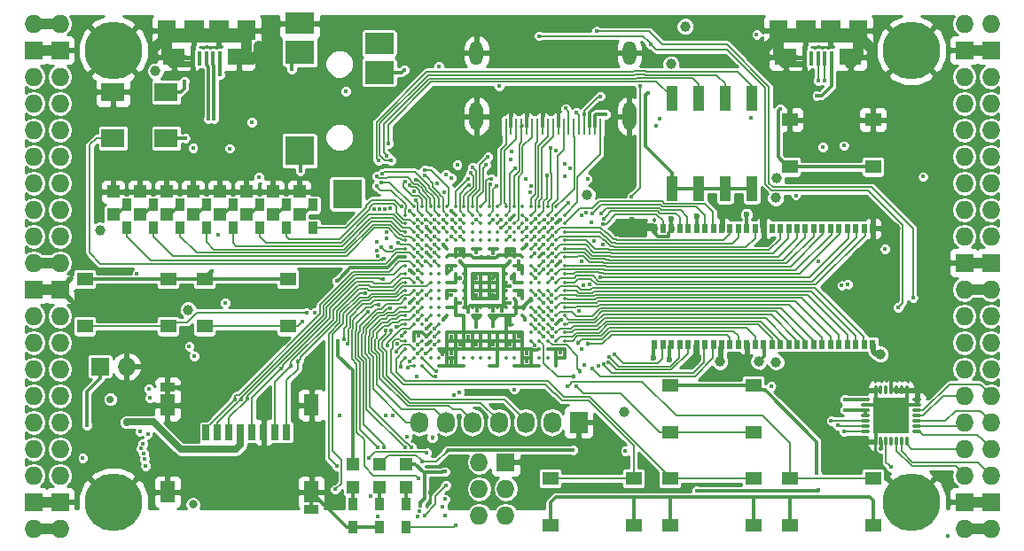
<source format=gtl>
G04 #@! TF.FileFunction,Copper,L1,Top,Signal*
%FSLAX46Y46*%
G04 Gerber Fmt 4.6, Leading zero omitted, Abs format (unit mm)*
G04 Created by KiCad (PCBNEW 4.0.7+dfsg1-1) date Tue Jan  9 13:07:24 2018*
%MOMM*%
%LPD*%
G01*
G04 APERTURE LIST*
%ADD10C,0.100000*%
%ADD11O,1.727200X1.727200*%
%ADD12R,1.727200X1.727200*%
%ADD13C,5.500000*%
%ADD14R,0.900000X1.200000*%
%ADD15R,2.100000X1.600000*%
%ADD16R,1.900000X1.900000*%
%ADD17R,0.400000X1.350000*%
%ADD18R,1.800000X1.900000*%
%ADD19O,0.850000X0.300000*%
%ADD20O,0.300000X0.850000*%
%ADD21R,1.675000X1.675000*%
%ADD22R,1.727200X2.032000*%
%ADD23O,1.727200X2.032000*%
%ADD24R,1.550000X1.300000*%
%ADD25R,1.120000X2.440000*%
%ADD26C,0.350000*%
%ADD27R,1.200000X1.200000*%
%ADD28R,2.800000X2.000000*%
%ADD29R,2.800000X2.200000*%
%ADD30R,2.800000X2.800000*%
%ADD31O,1.300000X2.700000*%
%ADD32O,1.300000X2.300000*%
%ADD33R,0.250000X1.600000*%
%ADD34R,0.700000X1.500000*%
%ADD35R,1.450000X0.900000*%
%ADD36R,1.450000X2.000000*%
%ADD37R,2.200000X1.800000*%
%ADD38R,0.560000X0.900000*%
%ADD39C,0.400000*%
%ADD40C,1.000000*%
%ADD41C,0.600000*%
%ADD42C,0.454000*%
%ADD43C,0.800000*%
%ADD44C,0.700000*%
%ADD45C,0.300000*%
%ADD46C,0.500000*%
%ADD47C,1.000000*%
%ADD48C,0.600000*%
%ADD49C,0.190000*%
%ADD50C,0.200000*%
%ADD51C,0.700000*%
%ADD52C,0.127000*%
%ADD53C,0.254000*%
G04 APERTURE END LIST*
D10*
D11*
X97910000Y-62690000D03*
X95370000Y-62690000D03*
D12*
X97910000Y-65230000D03*
X95370000Y-65230000D03*
D11*
X97910000Y-67770000D03*
X95370000Y-67770000D03*
X97910000Y-70310000D03*
X95370000Y-70310000D03*
X97910000Y-72850000D03*
X95370000Y-72850000D03*
X97910000Y-75390000D03*
X95370000Y-75390000D03*
X97910000Y-77930000D03*
X95370000Y-77930000D03*
X97910000Y-80470000D03*
X95370000Y-80470000D03*
X97910000Y-83010000D03*
X95370000Y-83010000D03*
X97910000Y-85550000D03*
X95370000Y-85550000D03*
D12*
X97910000Y-88090000D03*
X95370000Y-88090000D03*
D11*
X97910000Y-90630000D03*
X95370000Y-90630000D03*
X97910000Y-93170000D03*
X95370000Y-93170000D03*
X97910000Y-95710000D03*
X95370000Y-95710000D03*
X97910000Y-98250000D03*
X95370000Y-98250000D03*
X97910000Y-100790000D03*
X95370000Y-100790000D03*
X97910000Y-103330000D03*
X95370000Y-103330000D03*
X97910000Y-105870000D03*
X95370000Y-105870000D03*
D12*
X97910000Y-108410000D03*
X95370000Y-108410000D03*
D11*
X97910000Y-110950000D03*
X95370000Y-110950000D03*
X184270000Y-110950000D03*
X186810000Y-110950000D03*
D12*
X184270000Y-108410000D03*
X186810000Y-108410000D03*
D11*
X184270000Y-105870000D03*
X186810000Y-105870000D03*
X184270000Y-103330000D03*
X186810000Y-103330000D03*
X184270000Y-100790000D03*
X186810000Y-100790000D03*
X184270000Y-98250000D03*
X186810000Y-98250000D03*
X184270000Y-95710000D03*
X186810000Y-95710000D03*
X184270000Y-93170000D03*
X186810000Y-93170000D03*
X184270000Y-90630000D03*
X186810000Y-90630000D03*
X184270000Y-88090000D03*
X186810000Y-88090000D03*
D12*
X184270000Y-85550000D03*
X186810000Y-85550000D03*
D11*
X184270000Y-83010000D03*
X186810000Y-83010000D03*
X184270000Y-80470000D03*
X186810000Y-80470000D03*
X184270000Y-77930000D03*
X186810000Y-77930000D03*
X184270000Y-75390000D03*
X186810000Y-75390000D03*
X184270000Y-72850000D03*
X186810000Y-72850000D03*
X184270000Y-70310000D03*
X186810000Y-70310000D03*
X184270000Y-67770000D03*
X186810000Y-67770000D03*
D12*
X184270000Y-65230000D03*
X186810000Y-65230000D03*
D11*
X184270000Y-62690000D03*
X186810000Y-62690000D03*
D13*
X102990000Y-108410000D03*
X179190000Y-108410000D03*
X179190000Y-65230000D03*
X102990000Y-65230000D03*
D12*
X101720000Y-95456000D03*
D11*
X104260000Y-95456000D03*
D14*
X128390000Y-108580000D03*
X128390000Y-110780000D03*
X130930000Y-110780000D03*
X130930000Y-108580000D03*
D15*
X114980000Y-65875000D03*
X108780000Y-65875000D03*
D16*
X113080000Y-63325000D03*
X110680000Y-63325000D03*
D17*
X113180000Y-66000000D03*
X112530000Y-66000000D03*
X111880000Y-66000000D03*
X111230000Y-66000000D03*
X110580000Y-66000000D03*
D18*
X115680000Y-63325000D03*
X108080000Y-63325000D03*
D15*
X173400000Y-65875000D03*
X167200000Y-65875000D03*
D16*
X171500000Y-63325000D03*
X169100000Y-63325000D03*
D17*
X171600000Y-66000000D03*
X170950000Y-66000000D03*
X170300000Y-66000000D03*
X169650000Y-66000000D03*
X169000000Y-66000000D03*
D18*
X174100000Y-63325000D03*
X166500000Y-63325000D03*
D12*
X140455000Y-104600000D03*
D11*
X137915000Y-104600000D03*
X140455000Y-107140000D03*
X137915000Y-107140000D03*
X140455000Y-109680000D03*
X137915000Y-109680000D03*
D14*
X122040000Y-82205000D03*
X122040000Y-80005000D03*
X119500000Y-82205000D03*
X119500000Y-80005000D03*
X116960000Y-82205000D03*
X116960000Y-80005000D03*
X114420000Y-82205000D03*
X114420000Y-80005000D03*
X111880000Y-82205000D03*
X111880000Y-80005000D03*
X109340000Y-82205000D03*
X109340000Y-80005000D03*
X106800000Y-82205000D03*
X106800000Y-80005000D03*
X104260000Y-82205000D03*
X104260000Y-80005000D03*
D19*
X179735000Y-101655000D03*
X179735000Y-101155000D03*
X179735000Y-100655000D03*
X179735000Y-100155000D03*
X179735000Y-99655000D03*
X179735000Y-99155000D03*
X179735000Y-98655000D03*
D20*
X178785000Y-97705000D03*
X178285000Y-97705000D03*
X177785000Y-97705000D03*
X177285000Y-97705000D03*
X176785000Y-97705000D03*
X176285000Y-97705000D03*
X175785000Y-97705000D03*
D19*
X174835000Y-98655000D03*
X174835000Y-99155000D03*
X174835000Y-99655000D03*
X174835000Y-100155000D03*
X174835000Y-100655000D03*
X174835000Y-101155000D03*
X174835000Y-101655000D03*
D20*
X175785000Y-102605000D03*
X176285000Y-102605000D03*
X176785000Y-102605000D03*
X177285000Y-102605000D03*
X177785000Y-102605000D03*
X178285000Y-102605000D03*
X178785000Y-102605000D03*
D21*
X176447500Y-99317500D03*
X176447500Y-100992500D03*
X178122500Y-99317500D03*
X178122500Y-100992500D03*
D22*
X147440000Y-100790000D03*
D23*
X144900000Y-100790000D03*
X142360000Y-100790000D03*
X139820000Y-100790000D03*
X137280000Y-100790000D03*
X134740000Y-100790000D03*
X132200000Y-100790000D03*
D24*
X175550000Y-71870000D03*
X175550000Y-76370000D03*
X167590000Y-76370000D03*
X167590000Y-71870000D03*
X100280000Y-91610000D03*
X100280000Y-87110000D03*
X108240000Y-87110000D03*
X108240000Y-91610000D03*
X111710000Y-91610000D03*
X111710000Y-87110000D03*
X119670000Y-87110000D03*
X119670000Y-91610000D03*
X156160000Y-101770000D03*
X156160000Y-97270000D03*
X164120000Y-97270000D03*
X164120000Y-101770000D03*
X164120000Y-106160000D03*
X164120000Y-110660000D03*
X156160000Y-110660000D03*
X156160000Y-106160000D03*
X152690000Y-106160000D03*
X152690000Y-110660000D03*
X144730000Y-110660000D03*
X144730000Y-106160000D03*
X175550000Y-106160000D03*
X175550000Y-110660000D03*
X167590000Y-110660000D03*
X167590000Y-106160000D03*
D25*
X156330000Y-78425000D03*
X163950000Y-69815000D03*
X158870000Y-78425000D03*
X161410000Y-69815000D03*
X161410000Y-78425000D03*
X158870000Y-69815000D03*
X163950000Y-78425000D03*
X156330000Y-69815000D03*
D26*
X131680000Y-80200000D03*
X132480000Y-80200000D03*
X133280000Y-80200000D03*
X134080000Y-80200000D03*
X134880000Y-80200000D03*
X135680000Y-80200000D03*
X136480000Y-80200000D03*
X137280000Y-80200000D03*
X138080000Y-80200000D03*
X138880000Y-80200000D03*
X139680000Y-80200000D03*
X140480000Y-80200000D03*
X141280000Y-80200000D03*
X142080000Y-80200000D03*
X142880000Y-80200000D03*
X143680000Y-80200000D03*
X144480000Y-80200000D03*
X145280000Y-80200000D03*
X130880000Y-81000000D03*
X131680000Y-81000000D03*
X132480000Y-81000000D03*
X133280000Y-81000000D03*
X134080000Y-81000000D03*
X134880000Y-81000000D03*
X135680000Y-81000000D03*
X136480000Y-81000000D03*
X137280000Y-81000000D03*
X138080000Y-81000000D03*
X138880000Y-81000000D03*
X139680000Y-81000000D03*
X140480000Y-81000000D03*
X141280000Y-81000000D03*
X142080000Y-81000000D03*
X142880000Y-81000000D03*
X143680000Y-81000000D03*
X144480000Y-81000000D03*
X145280000Y-81000000D03*
X146080000Y-81000000D03*
X130880000Y-81800000D03*
X131680000Y-81800000D03*
X132480000Y-81800000D03*
X133280000Y-81800000D03*
X134080000Y-81800000D03*
X134880000Y-81800000D03*
X135680000Y-81800000D03*
X136480000Y-81800000D03*
X137280000Y-81800000D03*
X138080000Y-81800000D03*
X138880000Y-81800000D03*
X139680000Y-81800000D03*
X140480000Y-81800000D03*
X141280000Y-81800000D03*
X142080000Y-81800000D03*
X142880000Y-81800000D03*
X143680000Y-81800000D03*
X144480000Y-81800000D03*
X145280000Y-81800000D03*
X146080000Y-81800000D03*
X130880000Y-82600000D03*
X131680000Y-82600000D03*
X132480000Y-82600000D03*
X133280000Y-82600000D03*
X134080000Y-82600000D03*
X134880000Y-82600000D03*
X135680000Y-82600000D03*
X136480000Y-82600000D03*
X137280000Y-82600000D03*
X138080000Y-82600000D03*
X138880000Y-82600000D03*
X139680000Y-82600000D03*
X140480000Y-82600000D03*
X141280000Y-82600000D03*
X142080000Y-82600000D03*
X142880000Y-82600000D03*
X143680000Y-82600000D03*
X144480000Y-82600000D03*
X145280000Y-82600000D03*
X146080000Y-82600000D03*
X130880000Y-83400000D03*
X131680000Y-83400000D03*
X132480000Y-83400000D03*
X133280000Y-83400000D03*
X134080000Y-83400000D03*
X134880000Y-83400000D03*
X135680000Y-83400000D03*
X136480000Y-83400000D03*
X137280000Y-83400000D03*
X138080000Y-83400000D03*
X138880000Y-83400000D03*
X139680000Y-83400000D03*
X140480000Y-83400000D03*
X141280000Y-83400000D03*
X142080000Y-83400000D03*
X142880000Y-83400000D03*
X143680000Y-83400000D03*
X144480000Y-83400000D03*
X145280000Y-83400000D03*
X146080000Y-83400000D03*
X130880000Y-84200000D03*
X131680000Y-84200000D03*
X132480000Y-84200000D03*
X133280000Y-84200000D03*
X134080000Y-84200000D03*
X134880000Y-84200000D03*
X135680000Y-84200000D03*
X136480000Y-84200000D03*
X137280000Y-84200000D03*
X138080000Y-84200000D03*
X138880000Y-84200000D03*
X139680000Y-84200000D03*
X140480000Y-84200000D03*
X141280000Y-84200000D03*
X142080000Y-84200000D03*
X142880000Y-84200000D03*
X143680000Y-84200000D03*
X144480000Y-84200000D03*
X145280000Y-84200000D03*
X146080000Y-84200000D03*
X130880000Y-85000000D03*
X131680000Y-85000000D03*
X132480000Y-85000000D03*
X133280000Y-85000000D03*
X134080000Y-85000000D03*
X134880000Y-85000000D03*
X135680000Y-85000000D03*
X136480000Y-85000000D03*
X137280000Y-85000000D03*
X138080000Y-85000000D03*
X138880000Y-85000000D03*
X139680000Y-85000000D03*
X140480000Y-85000000D03*
X141280000Y-85000000D03*
X142080000Y-85000000D03*
X142880000Y-85000000D03*
X143680000Y-85000000D03*
X144480000Y-85000000D03*
X145280000Y-85000000D03*
X146080000Y-85000000D03*
X130880000Y-85800000D03*
X131680000Y-85800000D03*
X132480000Y-85800000D03*
X133280000Y-85800000D03*
X134080000Y-85800000D03*
X134880000Y-85800000D03*
X135680000Y-85800000D03*
X136480000Y-85800000D03*
X137280000Y-85800000D03*
X138080000Y-85800000D03*
X138880000Y-85800000D03*
X139680000Y-85800000D03*
X140480000Y-85800000D03*
X141280000Y-85800000D03*
X142080000Y-85800000D03*
X142880000Y-85800000D03*
X143680000Y-85800000D03*
X144480000Y-85800000D03*
X145280000Y-85800000D03*
X146080000Y-85800000D03*
X130880000Y-86600000D03*
X131680000Y-86600000D03*
X132480000Y-86600000D03*
X133280000Y-86600000D03*
X134080000Y-86600000D03*
X134880000Y-86600000D03*
X135680000Y-86600000D03*
X136480000Y-86600000D03*
X137280000Y-86600000D03*
X138080000Y-86600000D03*
X138880000Y-86600000D03*
X139680000Y-86600000D03*
X140480000Y-86600000D03*
X141280000Y-86600000D03*
X142080000Y-86600000D03*
X142880000Y-86600000D03*
X143680000Y-86600000D03*
X144480000Y-86600000D03*
X145280000Y-86600000D03*
X146080000Y-86600000D03*
X130880000Y-87400000D03*
X131680000Y-87400000D03*
X132480000Y-87400000D03*
X133280000Y-87400000D03*
X134080000Y-87400000D03*
X134880000Y-87400000D03*
X135680000Y-87400000D03*
X136480000Y-87400000D03*
X137280000Y-87400000D03*
X138080000Y-87400000D03*
X138880000Y-87400000D03*
X139680000Y-87400000D03*
X140480000Y-87400000D03*
X141280000Y-87400000D03*
X142080000Y-87400000D03*
X142880000Y-87400000D03*
X143680000Y-87400000D03*
X144480000Y-87400000D03*
X145280000Y-87400000D03*
X146080000Y-87400000D03*
X130880000Y-88200000D03*
X131680000Y-88200000D03*
X132480000Y-88200000D03*
X133280000Y-88200000D03*
X134080000Y-88200000D03*
X134880000Y-88200000D03*
X135680000Y-88200000D03*
X136480000Y-88200000D03*
X137280000Y-88200000D03*
X138080000Y-88200000D03*
X138880000Y-88200000D03*
X139680000Y-88200000D03*
X140480000Y-88200000D03*
X141280000Y-88200000D03*
X142080000Y-88200000D03*
X142880000Y-88200000D03*
X143680000Y-88200000D03*
X144480000Y-88200000D03*
X145280000Y-88200000D03*
X146080000Y-88200000D03*
X130880000Y-89000000D03*
X131680000Y-89000000D03*
X132480000Y-89000000D03*
X133280000Y-89000000D03*
X134080000Y-89000000D03*
X134880000Y-89000000D03*
X135680000Y-89000000D03*
X136480000Y-89000000D03*
X137280000Y-89000000D03*
X138080000Y-89000000D03*
X138880000Y-89000000D03*
X139680000Y-89000000D03*
X140480000Y-89000000D03*
X141280000Y-89000000D03*
X142080000Y-89000000D03*
X142880000Y-89000000D03*
X143680000Y-89000000D03*
X144480000Y-89000000D03*
X145280000Y-89000000D03*
X146080000Y-89000000D03*
X130880000Y-89800000D03*
X131680000Y-89800000D03*
X132480000Y-89800000D03*
X133280000Y-89800000D03*
X134080000Y-89800000D03*
X134880000Y-89800000D03*
X135680000Y-89800000D03*
X136480000Y-89800000D03*
X137280000Y-89800000D03*
X138080000Y-89800000D03*
X138880000Y-89800000D03*
X139680000Y-89800000D03*
X140480000Y-89800000D03*
X141280000Y-89800000D03*
X142080000Y-89800000D03*
X142880000Y-89800000D03*
X143680000Y-89800000D03*
X144480000Y-89800000D03*
X145280000Y-89800000D03*
X146080000Y-89800000D03*
X130880000Y-90600000D03*
X131680000Y-90600000D03*
X132480000Y-90600000D03*
X133280000Y-90600000D03*
X134080000Y-90600000D03*
X134880000Y-90600000D03*
X135680000Y-90600000D03*
X136480000Y-90600000D03*
X137280000Y-90600000D03*
X138080000Y-90600000D03*
X138880000Y-90600000D03*
X139680000Y-90600000D03*
X140480000Y-90600000D03*
X141280000Y-90600000D03*
X142080000Y-90600000D03*
X142880000Y-90600000D03*
X143680000Y-90600000D03*
X144480000Y-90600000D03*
X145280000Y-90600000D03*
X146080000Y-90600000D03*
X130880000Y-91400000D03*
X131680000Y-91400000D03*
X132480000Y-91400000D03*
X133280000Y-91400000D03*
X134080000Y-91400000D03*
X142880000Y-91400000D03*
X143680000Y-91400000D03*
X144480000Y-91400000D03*
X145280000Y-91400000D03*
X146080000Y-91400000D03*
X130880000Y-92200000D03*
X131680000Y-92200000D03*
X132480000Y-92200000D03*
X133280000Y-92200000D03*
X134080000Y-92200000D03*
X134880000Y-92200000D03*
X135680000Y-92200000D03*
X136480000Y-92200000D03*
X137280000Y-92200000D03*
X138080000Y-92200000D03*
X138880000Y-92200000D03*
X139680000Y-92200000D03*
X140480000Y-92200000D03*
X141280000Y-92200000D03*
X142080000Y-92200000D03*
X142880000Y-92200000D03*
X143680000Y-92200000D03*
X144480000Y-92200000D03*
X145280000Y-92200000D03*
X146080000Y-92200000D03*
X130880000Y-93000000D03*
X131680000Y-93000000D03*
X132480000Y-93000000D03*
X133280000Y-93000000D03*
X134080000Y-93000000D03*
X134880000Y-93000000D03*
X135680000Y-93000000D03*
X136480000Y-93000000D03*
X137280000Y-93000000D03*
X138080000Y-93000000D03*
X138880000Y-93000000D03*
X139680000Y-93000000D03*
X140480000Y-93000000D03*
X141280000Y-93000000D03*
X142080000Y-93000000D03*
X142880000Y-93000000D03*
X143680000Y-93000000D03*
X144480000Y-93000000D03*
X145280000Y-93000000D03*
X146080000Y-93000000D03*
X130880000Y-93800000D03*
X131680000Y-93800000D03*
X132480000Y-93800000D03*
X133280000Y-93800000D03*
X134080000Y-93800000D03*
X134880000Y-93800000D03*
X135680000Y-93800000D03*
X136480000Y-93800000D03*
X137280000Y-93800000D03*
X138080000Y-93800000D03*
X138880000Y-93800000D03*
X139680000Y-93800000D03*
X140480000Y-93800000D03*
X141280000Y-93800000D03*
X142080000Y-93800000D03*
X142880000Y-93800000D03*
X143680000Y-93800000D03*
X144480000Y-93800000D03*
X145280000Y-93800000D03*
X146080000Y-93800000D03*
X130880000Y-94600000D03*
X131680000Y-94600000D03*
X132480000Y-94600000D03*
X133280000Y-94600000D03*
X134080000Y-94600000D03*
X134880000Y-94600000D03*
X135680000Y-94600000D03*
X136480000Y-94600000D03*
X137280000Y-94600000D03*
X138080000Y-94600000D03*
X138880000Y-94600000D03*
X139680000Y-94600000D03*
X140480000Y-94600000D03*
X141280000Y-94600000D03*
X142080000Y-94600000D03*
X142880000Y-94600000D03*
X143680000Y-94600000D03*
X144480000Y-94600000D03*
X145280000Y-94600000D03*
X146080000Y-94600000D03*
X131680000Y-95400000D03*
X132480000Y-95400000D03*
X134080000Y-95400000D03*
X134880000Y-95400000D03*
X135680000Y-95400000D03*
X136480000Y-95400000D03*
X138880000Y-95400000D03*
X139680000Y-95400000D03*
X141280000Y-95400000D03*
X142080000Y-95400000D03*
X142880000Y-95400000D03*
X143680000Y-95400000D03*
X145280000Y-95400000D03*
D27*
X125850000Y-104770000D03*
X125850000Y-106970000D03*
D14*
X125850000Y-108580000D03*
X125850000Y-110780000D03*
D27*
X128390000Y-104770000D03*
X128390000Y-106970000D03*
X120770000Y-80935000D03*
X120770000Y-78735000D03*
X118230000Y-80935000D03*
X118230000Y-78735000D03*
X115690000Y-80935000D03*
X115690000Y-78735000D03*
X113150000Y-80935000D03*
X113150000Y-78735000D03*
X110610000Y-80935000D03*
X110610000Y-78735000D03*
X108070000Y-80935000D03*
X108070000Y-78735000D03*
X105530000Y-80935000D03*
X105530000Y-78735000D03*
X102990000Y-80935000D03*
X102990000Y-78735000D03*
X130930000Y-104770000D03*
X130930000Y-106970000D03*
D28*
X120780000Y-62648000D03*
D29*
X120780000Y-65448000D03*
D30*
X120780000Y-74848000D03*
X125330000Y-78948000D03*
D29*
X128380000Y-67348000D03*
D28*
X128380000Y-64548000D03*
D31*
X152280000Y-71550000D03*
X137680000Y-71550000D03*
D32*
X137680000Y-65500000D03*
D33*
X140480000Y-72500000D03*
X140980000Y-72500000D03*
X141480000Y-72500000D03*
X141980000Y-72500000D03*
X142480000Y-72500000D03*
X142980000Y-72500000D03*
X143480000Y-72500000D03*
X143980000Y-72500000D03*
X144480000Y-72500000D03*
X144980000Y-72500000D03*
X145480000Y-72500000D03*
X145980000Y-72500000D03*
X146480000Y-72500000D03*
X146980000Y-72500000D03*
X147480000Y-72500000D03*
X147980000Y-72500000D03*
X148480000Y-72500000D03*
X148980000Y-72500000D03*
X149480000Y-72500000D03*
D32*
X152280000Y-65500000D03*
D34*
X111850000Y-101750000D03*
X112950000Y-101750000D03*
X114050000Y-101750000D03*
X115150000Y-101750000D03*
X116250000Y-101750000D03*
X117350000Y-101750000D03*
X118450000Y-101750000D03*
X119550000Y-101750000D03*
D35*
X108175000Y-97450000D03*
X121925000Y-109150000D03*
D36*
X121925000Y-99150000D03*
X108175000Y-99150000D03*
X108175000Y-107450000D03*
X121925000Y-107450000D03*
D37*
X108040000Y-69220000D03*
X102960000Y-69220000D03*
X102960000Y-73620000D03*
X108040000Y-73620000D03*
D38*
X175493000Y-82270000D03*
X154693000Y-93330000D03*
X155493000Y-93330000D03*
X156293000Y-93330000D03*
X157093000Y-93330000D03*
X157893000Y-93330000D03*
X158693000Y-93330000D03*
X159493000Y-93330000D03*
X160293000Y-93330000D03*
X161093000Y-93330000D03*
X161893000Y-93330000D03*
X162693000Y-93330000D03*
X163493000Y-93330000D03*
X164293000Y-93330000D03*
X165093000Y-93330000D03*
X165893000Y-93330000D03*
X166693000Y-93330000D03*
X167493000Y-93330000D03*
X168293000Y-93330000D03*
X169093000Y-93330000D03*
X169893000Y-93330000D03*
X170693000Y-93330000D03*
X171493000Y-93330000D03*
X172293000Y-93330000D03*
X173093000Y-93330000D03*
X173893000Y-93330000D03*
X174693000Y-93330000D03*
X175493000Y-93330000D03*
X174693000Y-82270000D03*
X173893000Y-82270000D03*
X173093000Y-82270000D03*
X172293000Y-82270000D03*
X171493000Y-82270000D03*
X170693000Y-82270000D03*
X169893000Y-82270000D03*
X169093000Y-82270000D03*
X168293000Y-82270000D03*
X167493000Y-82270000D03*
X166693000Y-82270000D03*
X165893000Y-82270000D03*
X165093000Y-82270000D03*
X164293000Y-82270000D03*
X163493000Y-82270000D03*
X162693000Y-82270000D03*
X161893000Y-82270000D03*
X161093000Y-82270000D03*
X160293000Y-82270000D03*
X159493000Y-82270000D03*
X158693000Y-82270000D03*
X157893000Y-82270000D03*
X157093000Y-82270000D03*
X156293000Y-82270000D03*
X155493000Y-82270000D03*
X154693000Y-82270000D03*
D39*
X144103496Y-84660400D03*
D40*
X177658444Y-82281349D03*
D39*
X145680000Y-81405125D03*
X145691238Y-94166752D03*
X145759873Y-91010176D03*
D41*
X152525938Y-81463870D03*
D40*
X162956098Y-95078488D03*
X158539988Y-94868772D03*
D41*
X161075765Y-80992022D03*
X164882869Y-80938986D03*
X156262773Y-81349374D03*
X123437000Y-108972000D03*
D39*
X132871770Y-84533979D03*
X132862998Y-82124544D03*
X131278306Y-86213101D03*
X135281276Y-80583119D03*
X131279502Y-89407325D03*
X170309539Y-85441529D03*
X145672808Y-85396062D03*
X133216000Y-107465000D03*
X137680000Y-88600000D03*
X142480000Y-95000000D03*
X141680000Y-92600000D03*
X140836000Y-84534000D03*
X135284627Y-94985297D03*
X135288625Y-94225619D03*
X134455822Y-94267172D03*
X136095958Y-93369652D03*
D42*
X139264636Y-91615205D03*
D40*
X116880503Y-64802940D03*
X106974809Y-64953974D03*
X175210328Y-64948943D03*
X165417246Y-64954666D03*
D39*
X175495631Y-71457432D03*
X177285000Y-95710000D03*
X140880000Y-81400000D03*
X136085174Y-89394826D03*
X140874194Y-91433353D03*
X142480000Y-94200000D03*
X140880000Y-93400000D03*
X139280000Y-93400000D03*
X137680000Y-93400000D03*
X136880000Y-92600000D03*
X135280000Y-92600000D03*
X132880000Y-91800000D03*
X132880000Y-93400000D03*
D42*
X141042859Y-86994997D03*
X139280000Y-87000000D03*
X136110990Y-86995403D03*
X137680000Y-87000000D03*
X136080000Y-84600000D03*
X139280000Y-88600000D03*
D40*
X101707889Y-82423180D03*
X107021491Y-67228122D03*
X166284693Y-95025145D03*
X166248957Y-79348409D03*
X166343357Y-77477990D03*
D39*
X172564535Y-87722010D03*
X150030853Y-71331848D03*
D40*
X156235582Y-66548363D03*
X157600000Y-62944000D03*
D39*
X112989237Y-82862408D03*
X116912932Y-77355158D03*
X109760378Y-68177900D03*
X109840000Y-73620000D03*
X132110753Y-92527478D03*
X113658000Y-89360000D03*
X165803369Y-97344883D03*
D40*
X148237462Y-79019093D03*
D39*
X148271935Y-77558071D03*
D40*
X160905403Y-95006436D03*
D41*
X158731133Y-81048929D03*
X154593901Y-94607945D03*
X156088245Y-94762980D03*
D40*
X164625730Y-94982471D03*
D41*
X163462982Y-80942429D03*
D40*
X176254940Y-94288458D03*
D43*
X110593913Y-108636458D03*
D39*
X180340784Y-77316932D03*
X173137949Y-87594275D03*
D44*
X102710050Y-98594954D03*
D39*
X154794000Y-72426000D03*
X129005202Y-100174798D03*
X137659051Y-91638034D03*
X139820000Y-68665673D03*
X172834633Y-99599920D03*
X172879922Y-98618650D03*
X176305593Y-103279812D03*
X164433885Y-63737451D03*
X134079160Y-66786153D03*
X100080000Y-104200000D03*
X135273306Y-88618602D03*
X139272517Y-84611349D03*
X137680556Y-84534085D03*
X141680000Y-86200000D03*
X135280000Y-86200000D03*
X132880000Y-92600000D03*
X141680000Y-88600000D03*
X141680000Y-85400000D03*
X129983242Y-91668979D03*
X121431221Y-90311593D03*
X130566572Y-92512084D03*
X121041200Y-91125073D03*
X146394787Y-97333919D03*
X143300000Y-86220000D03*
X147175985Y-97333919D03*
X147700000Y-93820000D03*
X144900000Y-91820000D03*
X142277990Y-91000000D03*
D40*
X110128890Y-90028152D03*
D39*
X142480000Y-83800000D03*
X134480000Y-83800000D03*
X134480000Y-91000000D03*
X105245010Y-86595559D03*
X125193541Y-69156848D03*
X155149360Y-71764535D03*
X170182962Y-69571012D03*
X170362901Y-107286196D03*
X158716651Y-107325176D03*
X136028224Y-97922729D03*
X128216338Y-109760338D03*
X132708000Y-109680000D03*
X134750646Y-106810513D03*
X133680000Y-91800000D03*
X135517016Y-98167170D03*
X134675868Y-108131585D03*
D42*
X133449289Y-102232615D03*
D39*
X133680000Y-92600000D03*
X132936956Y-103711000D03*
X127385678Y-104203668D03*
X133685482Y-93402296D03*
X134463998Y-108841973D03*
X131986331Y-96404793D03*
X131039072Y-102187000D03*
X134636872Y-109719950D03*
X132846234Y-94197073D03*
X176700000Y-84220000D03*
X143260000Y-84620000D03*
X120834553Y-76779094D03*
X130761990Y-67119621D03*
X147186000Y-71200000D03*
X147983153Y-71347080D03*
X149475951Y-69619684D03*
X153297112Y-68608292D03*
X177926984Y-89812061D03*
X154329326Y-64643767D03*
X152497066Y-79193467D03*
X146481406Y-79819384D03*
X143650666Y-63862520D03*
X179351513Y-88868327D03*
X149134122Y-63424051D03*
X140035989Y-81400000D03*
X128776655Y-87127857D03*
X115759823Y-98502036D03*
X132083026Y-86260405D03*
X119008515Y-95662939D03*
D42*
X119978162Y-95412951D03*
X120634035Y-94977604D03*
D39*
X116198000Y-72088000D03*
X127586603Y-107875044D03*
X113157250Y-67567056D03*
X146180000Y-70800000D03*
X131453853Y-103208291D03*
X149771692Y-81825658D03*
X144080000Y-86200000D03*
X149533922Y-86909940D03*
X144894316Y-86977564D03*
X144896700Y-83835368D03*
X149549750Y-80868432D03*
D42*
X147343891Y-93217126D03*
D39*
X144113248Y-92588762D03*
X144875155Y-86292748D03*
X149846468Y-81303978D03*
X148696112Y-80861847D03*
X144916886Y-82991356D03*
D42*
X148349010Y-93322307D03*
D39*
X144882352Y-92577990D03*
X144902941Y-90956495D03*
X148747982Y-95669626D03*
X144867244Y-90112484D03*
X149795895Y-95251084D03*
X144855814Y-89268481D03*
X150278898Y-95040253D03*
X150345974Y-94517527D03*
X144877648Y-88622010D03*
X150889207Y-94332565D03*
X143280000Y-87000000D03*
X131084713Y-95564177D03*
X130135246Y-93288711D03*
X130422000Y-95456000D03*
X131316164Y-94959140D03*
X129978307Y-94019141D03*
X132031990Y-93400000D03*
X129182185Y-93441046D03*
X141280657Y-97642010D03*
X133852393Y-95875797D03*
X133762848Y-96395146D03*
X132080000Y-94200000D03*
X128622659Y-84064643D03*
X105895603Y-103765816D03*
X129449238Y-89873934D03*
X130839486Y-103208291D03*
X132075624Y-89410644D03*
X128806823Y-103185900D03*
X128312094Y-89556924D03*
X132162861Y-106185868D03*
X132880000Y-88600000D03*
X127040053Y-88426410D03*
X124322162Y-105002357D03*
X132080000Y-87000000D03*
X125356479Y-93255401D03*
X124202418Y-107207639D03*
X110599084Y-74589383D03*
X132024412Y-109766775D03*
X114104080Y-74612196D03*
X132219727Y-109277292D03*
X115165033Y-98598050D03*
X131847310Y-79589886D03*
X132080000Y-81400000D03*
X132080007Y-82103333D03*
X132872609Y-82968555D03*
X133627359Y-81414685D03*
X133648389Y-82190597D03*
X131923295Y-77584853D03*
X130856828Y-77786820D03*
X129533728Y-91985990D03*
X132880000Y-91000000D03*
X129006717Y-91985990D03*
X132077648Y-90977990D03*
X131275302Y-80595752D03*
X130489904Y-80167235D03*
X128823114Y-85153560D03*
X132072985Y-85377990D03*
X134476508Y-82180155D03*
X133942383Y-77980766D03*
X163908850Y-71651861D03*
X135656559Y-110610712D03*
X132468001Y-104503413D03*
X146844288Y-103452739D03*
D44*
X104260000Y-100790000D03*
D39*
X114604320Y-98573680D03*
X112376133Y-86324551D03*
X165170594Y-97666317D03*
X170157734Y-105666345D03*
X169506589Y-107953726D03*
X170735900Y-74464979D03*
X143257990Y-83000000D03*
X168166438Y-79108038D03*
X151896383Y-103510715D03*
X112614274Y-71803529D03*
X112074854Y-71810535D03*
X143269694Y-93414905D03*
X177274002Y-105079115D03*
X172761273Y-101651681D03*
X143280000Y-91800000D03*
X172193360Y-101105663D03*
X144064831Y-91877646D03*
X144080000Y-90956495D03*
X171540304Y-100645743D03*
X135320520Y-82196441D03*
X129493343Y-75737814D03*
X136080000Y-82200000D03*
X129125079Y-75315804D03*
X136080000Y-83000000D03*
X129252218Y-74142461D03*
X142377451Y-77497451D03*
X172746637Y-74347988D03*
X143280000Y-83800000D03*
X170300000Y-68151000D03*
X170950000Y-68125562D03*
X125039468Y-92834407D03*
X122207049Y-90299314D03*
X132082956Y-90210779D03*
X124361185Y-87274371D03*
X124361184Y-87274370D03*
X182675150Y-111637626D03*
X166678914Y-70803555D03*
X129660000Y-100155000D03*
X124580000Y-100155000D03*
X127308270Y-90221456D03*
X132084049Y-88558274D03*
X128280000Y-103200000D03*
X120008000Y-67008000D03*
X133680000Y-83000000D03*
X129457990Y-80285112D03*
X133680000Y-83800000D03*
X128943593Y-80399729D03*
X130204628Y-83599483D03*
X128416582Y-80399850D03*
X127889625Y-80407426D03*
X133680000Y-85400000D03*
X144780000Y-74590382D03*
X124453000Y-93043000D03*
X137689001Y-90122990D03*
D40*
X151758000Y-99774000D03*
D39*
X136885174Y-90194826D03*
X140094890Y-90122990D03*
X139280000Y-90122990D03*
X140880000Y-89400000D03*
X140880000Y-87800000D03*
X140880000Y-85400000D03*
D42*
X136080000Y-85400000D03*
D39*
X128333179Y-75769807D03*
X134613000Y-78819000D03*
X135280000Y-83022010D03*
X154052298Y-69302298D03*
X100450000Y-101044000D03*
X132285867Y-108754446D03*
X134707351Y-105508447D03*
X139280000Y-81400000D03*
X139578623Y-78205862D03*
X139034115Y-78040948D03*
X139046749Y-77514088D03*
X138580000Y-76200000D03*
X138779198Y-75400762D03*
X137680000Y-81400000D03*
X137308732Y-76415018D03*
X137106948Y-76979922D03*
X136859538Y-77550820D03*
X136922059Y-78097889D03*
X136096392Y-81395070D03*
X135830698Y-76200613D03*
X135315381Y-81391918D03*
X135280062Y-77463305D03*
X134471370Y-81406751D03*
X134758050Y-77130140D03*
D42*
X146942280Y-96452058D03*
X147534467Y-95913260D03*
D39*
X147928857Y-95339016D03*
X143322010Y-91000657D03*
X149284391Y-95377990D03*
X144077013Y-90266968D03*
X147430953Y-90112484D03*
X144076240Y-89395301D03*
X143322010Y-90201951D03*
X147910791Y-87683418D03*
X144082832Y-88584510D03*
X143322010Y-88595030D03*
X148483539Y-87608166D03*
X144102010Y-85397219D03*
X144889349Y-85448737D03*
X147687390Y-85374093D03*
X149732494Y-83807694D03*
X144912409Y-84635817D03*
X148921512Y-83442010D03*
X144103186Y-83777990D03*
X148610661Y-81705858D03*
X144102010Y-83000000D03*
X144888125Y-82147345D03*
X148175253Y-80781550D03*
X144125486Y-82186468D03*
X147688311Y-80983115D03*
X144880008Y-81303333D03*
X142841210Y-78784254D03*
X142473549Y-82998913D03*
X142864275Y-78217369D03*
X142437464Y-82181475D03*
X146089079Y-77300571D03*
X144144931Y-81387081D03*
X144394875Y-77219934D03*
X146577729Y-76500816D03*
X143281475Y-82206074D03*
X146130802Y-76060132D03*
X143300920Y-81377293D03*
X145255695Y-74817220D03*
X141662690Y-82207782D03*
X142456909Y-81405800D03*
X140030954Y-82200000D03*
X141342967Y-76554996D03*
X141046643Y-74873804D03*
X140864029Y-83041403D03*
X140874966Y-82177164D03*
X140980062Y-75681941D03*
X132761172Y-77202673D03*
X132737245Y-76676207D03*
X128644933Y-77050030D03*
X128152012Y-77257840D03*
X128125571Y-78233647D03*
X110718734Y-94451783D03*
X128590544Y-77894041D03*
X110249038Y-93533767D03*
X106368514Y-97598098D03*
X131253134Y-78134216D03*
X106477197Y-98487772D03*
X131709326Y-78745875D03*
X132783339Y-81400004D03*
X132079024Y-82984045D03*
X129109095Y-82655074D03*
X105572759Y-101661319D03*
X106276126Y-101893466D03*
X132880889Y-83897835D03*
X129054383Y-83179239D03*
X129487667Y-84079929D03*
X132083682Y-83828056D03*
X105813763Y-102819336D03*
X128165458Y-83509725D03*
X132062099Y-84533979D03*
X105627254Y-103312241D03*
X128182016Y-84353737D03*
X105992720Y-104283802D03*
X133671942Y-84595200D03*
X128207686Y-84880123D03*
X106088753Y-104974041D03*
X132834641Y-85377990D03*
D45*
X154680000Y-81486121D02*
X154657528Y-81463649D01*
X105530000Y-78735000D02*
X102990000Y-78735000D01*
X108070000Y-78735000D02*
X105530000Y-78735000D01*
X110610000Y-78735000D02*
X108070000Y-78735000D01*
X113150000Y-78735000D02*
X110610000Y-78735000D01*
X115690000Y-78735000D02*
X113150000Y-78735000D01*
X118230000Y-78735000D02*
X115690000Y-78735000D01*
X120770000Y-78735000D02*
X118230000Y-78735000D01*
X152525938Y-81463870D02*
X152982068Y-81920000D01*
X152982068Y-81920000D02*
X154589000Y-81920000D01*
X154589000Y-81920000D02*
X154589000Y-82564717D01*
X154589000Y-82564717D02*
X154935999Y-82911716D01*
X154935999Y-82911716D02*
X154935999Y-82941601D01*
X154935999Y-82941601D02*
X154991399Y-82997001D01*
X156050001Y-82941601D02*
X156050001Y-82696040D01*
X154991399Y-82997001D02*
X155994601Y-82997001D01*
X155994601Y-82997001D02*
X156050001Y-82941601D01*
X156050001Y-82696040D02*
X156205000Y-82541041D01*
X156205000Y-82541041D02*
X156205000Y-81920000D01*
X144019600Y-84660400D02*
X144103496Y-84660400D01*
X143680000Y-85000000D02*
X144019600Y-84660400D01*
X177252609Y-82281349D02*
X177658444Y-82281349D01*
X177241260Y-82270000D02*
X177252609Y-82281349D01*
X145280000Y-81800000D02*
X145674875Y-81405125D01*
X145674875Y-81405125D02*
X145680000Y-81405125D01*
X145691238Y-93811238D02*
X145691238Y-93883910D01*
X145680000Y-93800000D02*
X145691238Y-93811238D01*
X145691238Y-93883910D02*
X145691238Y-94166752D01*
X145280000Y-91400000D02*
X145669824Y-91010176D01*
X145669824Y-91010176D02*
X145759873Y-91010176D01*
X121925000Y-107450000D02*
X121925000Y-109150000D01*
X163456097Y-94578489D02*
X162956098Y-95078488D01*
X163480000Y-94554586D02*
X163456097Y-94578489D01*
X163480000Y-93330000D02*
X163480000Y-94554586D01*
X158539988Y-93470012D02*
X158539988Y-94161666D01*
X158680000Y-93330000D02*
X158539988Y-93470012D01*
X158539988Y-94161666D02*
X158539988Y-94868772D01*
X161075765Y-81416286D02*
X161075765Y-80992022D01*
X161075765Y-82265765D02*
X161075765Y-81416286D01*
X161080000Y-82270000D02*
X161075765Y-82265765D01*
X164882869Y-82072869D02*
X164882869Y-81363250D01*
X165080000Y-82270000D02*
X164882869Y-82072869D01*
X164882869Y-81363250D02*
X164882869Y-80938986D01*
X156280000Y-82270000D02*
X156280000Y-81366601D01*
X156280000Y-81366601D02*
X156262773Y-81349374D01*
D46*
X175480000Y-82270000D02*
X177241260Y-82270000D01*
D45*
X148480000Y-71200000D02*
X149230000Y-70450000D01*
X148480000Y-72500000D02*
X148480000Y-71200000D01*
X145480000Y-72500000D02*
X145480000Y-71200000D01*
X143980000Y-72500000D02*
X143980000Y-71200000D01*
X142480000Y-72500000D02*
X142480000Y-71450000D01*
X142480000Y-71200000D02*
X142480000Y-71450000D01*
X140980000Y-72500000D02*
X140980000Y-71200000D01*
X134455822Y-94267172D02*
X134455822Y-94224178D01*
X134455822Y-94224178D02*
X134880000Y-93800000D01*
X123437000Y-108972000D02*
X125245000Y-110780000D01*
X125245000Y-110780000D02*
X125850000Y-110780000D01*
X125850000Y-110780000D02*
X125889531Y-110819531D01*
X125889531Y-110819531D02*
X126234488Y-110819531D01*
X126234488Y-110819531D02*
X126274019Y-110780000D01*
X126274019Y-110780000D02*
X127640000Y-110780000D01*
X127640000Y-110780000D02*
X128390000Y-110780000D01*
X121930000Y-107465000D02*
X123437000Y-108972000D01*
D47*
X184270000Y-65230000D02*
X186810000Y-65230000D01*
X184270000Y-85550000D02*
X186810000Y-85550000D01*
X184270000Y-108410000D02*
X186810000Y-108410000D01*
X95370000Y-108410000D02*
X97910000Y-108410000D01*
D46*
X97910000Y-88090000D02*
X98956608Y-87043392D01*
D45*
X98956608Y-87043392D02*
X98974574Y-87043392D01*
D46*
X97910000Y-88090000D02*
X99013590Y-89193590D01*
D45*
X99013590Y-89193590D02*
X99060056Y-89193590D01*
D47*
X95370000Y-88090000D02*
X97910000Y-88090000D01*
X95370000Y-65230000D02*
X97910000Y-65230000D01*
D45*
X139264636Y-90984636D02*
X139295364Y-90984636D01*
X139295364Y-90984636D02*
X139680000Y-90600000D01*
X132871770Y-84591770D02*
X132871770Y-84533979D01*
X133280000Y-85000000D02*
X132871770Y-84591770D01*
X133280000Y-82600000D02*
X132862998Y-82182998D01*
X132862998Y-82182998D02*
X132862998Y-82124544D01*
X131293101Y-86213101D02*
X131278306Y-86213101D01*
X131680000Y-86600000D02*
X131293101Y-86213101D01*
X140480000Y-90600000D02*
X140480000Y-92200000D01*
X135281276Y-80601276D02*
X135281276Y-80583119D01*
X135680000Y-81000000D02*
X135281276Y-80601276D01*
X131279502Y-89400498D02*
X131279502Y-89407325D01*
X131680000Y-89000000D02*
X131279502Y-89400498D01*
X145672808Y-85407192D02*
X145672808Y-85396062D01*
X145280000Y-85800000D02*
X145672808Y-85407192D01*
X137280000Y-89000000D02*
X137680000Y-88600000D01*
X142480000Y-94600000D02*
X142880000Y-94600000D01*
X142080000Y-94600000D02*
X142480000Y-94600000D01*
X142480000Y-94600000D02*
X142480000Y-95000000D01*
X141680000Y-92200000D02*
X142080000Y-92200000D01*
X141280000Y-92200000D02*
X141680000Y-92200000D01*
X141680000Y-92200000D02*
X141680000Y-92600000D01*
X141280000Y-84200000D02*
X141170000Y-84200000D01*
X141170000Y-84200000D02*
X140836000Y-84534000D01*
X135284627Y-95395373D02*
X135284627Y-95268139D01*
X135280000Y-95400000D02*
X135284627Y-95395373D01*
X135284627Y-95268139D02*
X135284627Y-94985297D01*
X135288625Y-93942777D02*
X135288625Y-94225619D01*
X135288625Y-93808625D02*
X135288625Y-93942777D01*
X135280000Y-93800000D02*
X135288625Y-93808625D01*
X134455822Y-94175822D02*
X134455822Y-94267172D01*
X134080000Y-93800000D02*
X134455822Y-94175822D01*
X145280000Y-94600000D02*
X145280000Y-95400000D01*
X143498655Y-93891906D02*
X143590561Y-93800000D01*
X143040733Y-93891906D02*
X143498655Y-93891906D01*
X142880000Y-93800000D02*
X142948827Y-93800000D01*
X142948827Y-93800000D02*
X143040733Y-93891906D01*
X143590561Y-93800000D02*
X143680000Y-93800000D01*
X145280000Y-93800000D02*
X144480000Y-93800000D01*
X146080000Y-94600000D02*
X146080000Y-93800000D01*
X145280000Y-94600000D02*
X146080000Y-94600000D01*
X142080000Y-95400000D02*
X142080000Y-94600000D01*
X142880000Y-95400000D02*
X142880000Y-94600000D01*
X142880000Y-95400000D02*
X143680000Y-95400000D01*
X142080000Y-95400000D02*
X142880000Y-95400000D01*
X141280000Y-95400000D02*
X142080000Y-95400000D01*
X142080000Y-93000000D02*
X142080000Y-93800000D01*
X138880000Y-92200000D02*
X138880000Y-93000000D01*
X139680000Y-92200000D02*
X139680000Y-93000000D01*
X140480000Y-93000000D02*
X140480000Y-92200000D01*
X141280000Y-93000000D02*
X141280000Y-92200000D01*
X142080000Y-93000000D02*
X141280000Y-93000000D01*
X142080000Y-92200000D02*
X142080000Y-93000000D01*
X140480000Y-92200000D02*
X141280000Y-92200000D01*
X139680000Y-92200000D02*
X140480000Y-92200000D01*
X138880000Y-92200000D02*
X139680000Y-92200000D01*
X138080000Y-92200000D02*
X138880000Y-92200000D01*
X136095958Y-93086810D02*
X136095958Y-93369652D01*
X136080000Y-93000000D02*
X136095958Y-93015958D01*
X136095958Y-93015958D02*
X136095958Y-93086810D01*
X139264636Y-91294179D02*
X139264636Y-91615205D01*
X139264636Y-90984636D02*
X139264636Y-91294179D01*
X138880000Y-90600000D02*
X139264636Y-90984636D01*
D47*
X116880503Y-65510046D02*
X116880503Y-64802940D01*
X116265561Y-66124988D02*
X116880503Y-65510046D01*
X115680000Y-65910000D02*
X115894988Y-66124988D01*
X115680000Y-63960000D02*
X115680000Y-65910000D01*
X115894988Y-66124988D02*
X116265561Y-66124988D01*
X107474808Y-64453975D02*
X106974809Y-64953974D01*
X107968783Y-63960000D02*
X107474808Y-64453975D01*
X108080000Y-63960000D02*
X107968783Y-63960000D01*
X174710329Y-64448944D02*
X175210328Y-64948943D01*
X174100000Y-63960000D02*
X174221385Y-63960000D01*
X174221385Y-63960000D02*
X174710329Y-64448944D01*
X165917245Y-64454667D02*
X165417246Y-64954666D01*
X166411912Y-63960000D02*
X165917245Y-64454667D01*
X166500000Y-63960000D02*
X166411912Y-63960000D01*
D45*
X175495631Y-71740274D02*
X175495631Y-71457432D01*
X175495631Y-72230631D02*
X175495631Y-71740274D01*
X175535000Y-72270000D02*
X175495631Y-72230631D01*
D48*
X108780000Y-66510000D02*
X110455000Y-66510000D01*
D45*
X110455000Y-66510000D02*
X110580000Y-66635000D01*
D47*
X108080000Y-63960000D02*
X108080000Y-65810000D01*
X108080000Y-65810000D02*
X108780000Y-66510000D01*
X115680000Y-63960000D02*
X115680000Y-65810000D01*
D45*
X115680000Y-65810000D02*
X114980000Y-66510000D01*
D47*
X113080000Y-63960000D02*
X115680000Y-63960000D01*
X110680000Y-63960000D02*
X113080000Y-63960000D01*
X108080000Y-63960000D02*
X110680000Y-63960000D01*
D48*
X167200000Y-66510000D02*
X168875000Y-66510000D01*
D45*
X168875000Y-66510000D02*
X169000000Y-66635000D01*
D47*
X174100000Y-63960000D02*
X174100000Y-65810000D01*
X174100000Y-65810000D02*
X173400000Y-66510000D01*
X166500000Y-63960000D02*
X166500000Y-65810000D01*
X166500000Y-65810000D02*
X167200000Y-66510000D01*
X171500000Y-63960000D02*
X174100000Y-63960000D01*
X169100000Y-63960000D02*
X171500000Y-63960000D01*
X166500000Y-63960000D02*
X169100000Y-63960000D01*
D45*
X178785000Y-97705000D02*
X178785000Y-98655000D01*
X178785000Y-98655000D02*
X178122500Y-99317500D01*
X176285000Y-97705000D02*
X175785000Y-97705000D01*
X175785000Y-102605000D02*
X175785000Y-101655000D01*
X175785000Y-101655000D02*
X176447500Y-100992500D01*
X178122500Y-99317500D02*
X178122500Y-100992500D01*
X176447500Y-99317500D02*
X178122500Y-99317500D01*
X176447500Y-100992500D02*
X178122500Y-100992500D01*
X177285000Y-97705000D02*
X177285000Y-95710000D01*
X178122500Y-99317500D02*
X178285000Y-99155000D01*
X178285000Y-99155000D02*
X179735000Y-99155000D01*
X179735000Y-98655000D02*
X179735000Y-99155000D01*
X177785000Y-97705000D02*
X177920000Y-97705000D01*
X177920000Y-97705000D02*
X178285000Y-97705000D01*
X178285000Y-97705000D02*
X178785000Y-97705000D01*
X177285000Y-97705000D02*
X177785000Y-97705000D01*
X175785000Y-97705000D02*
X175785000Y-98655000D01*
X175785000Y-98655000D02*
X176447500Y-99317500D01*
X174835000Y-99155000D02*
X176285000Y-99155000D01*
X176285000Y-99155000D02*
X176447500Y-99317500D01*
X141280000Y-81000000D02*
X140880000Y-81400000D01*
X135685174Y-89394826D02*
X135802332Y-89394826D01*
X135680000Y-89400000D02*
X135685174Y-89394826D01*
X135802332Y-89394826D02*
X136085174Y-89394826D01*
X135054999Y-84825001D02*
X137080000Y-84825001D01*
X137280000Y-85000000D02*
X137105001Y-84825001D01*
X137105001Y-84825001D02*
X137080000Y-84825001D01*
X138280000Y-85088351D02*
X137368351Y-85088351D01*
X137368351Y-85088351D02*
X137280000Y-85000000D01*
X139680000Y-86600000D02*
X139280000Y-87000000D01*
X139680000Y-88200000D02*
X139680000Y-89000000D01*
X139680000Y-87400000D02*
X139680000Y-88200000D01*
X139680000Y-86600000D02*
X139680000Y-87400000D01*
X137280000Y-88200000D02*
X137280000Y-89000000D01*
X137280000Y-87400000D02*
X137280000Y-88200000D01*
X137280000Y-86600000D02*
X137280000Y-87400000D01*
X138880000Y-87400000D02*
X138880000Y-88200000D01*
X138880000Y-86600000D02*
X138880000Y-87400000D01*
X138080000Y-87400000D02*
X138080000Y-86600000D01*
X138080000Y-88200000D02*
X138080000Y-87400000D01*
X138080000Y-89000000D02*
X138080000Y-88200000D01*
X138080000Y-88200000D02*
X138880000Y-88200000D01*
X138080000Y-87400000D02*
X138880000Y-87400000D01*
X137280000Y-87400000D02*
X138080000Y-87400000D01*
X141480000Y-89800000D02*
X141480000Y-89200000D01*
X141480000Y-89200000D02*
X141280000Y-89000000D01*
X141280000Y-89800000D02*
X141480000Y-89800000D01*
X141480000Y-89800000D02*
X142080000Y-89800000D01*
X141454999Y-90425001D02*
X141454999Y-89825001D01*
X141454999Y-89825001D02*
X141480000Y-89800000D01*
X140874194Y-90605806D02*
X140874194Y-91150511D01*
X140880000Y-90600000D02*
X140874194Y-90605806D01*
X140874194Y-91150511D02*
X140874194Y-91433353D01*
X140480000Y-90600000D02*
X140880000Y-90600000D01*
X140880000Y-90600000D02*
X141280000Y-90600000D01*
X139680000Y-90600000D02*
X140480000Y-90600000D01*
X138880000Y-90600000D02*
X139680000Y-90600000D01*
X141280000Y-85000000D02*
X141280000Y-84800000D01*
X141280000Y-84200000D02*
X141280000Y-85000000D01*
X140480000Y-84200000D02*
X141280000Y-84200000D01*
X141280000Y-84800000D02*
X141280000Y-84200000D01*
X141905001Y-84825001D02*
X141305001Y-84825001D01*
X141305001Y-84825001D02*
X141280000Y-84800000D01*
X140480000Y-85000000D02*
X140480000Y-84200000D01*
X139680000Y-85000000D02*
X139680000Y-84898347D01*
X139680000Y-84898347D02*
X139753346Y-84825001D01*
X138280000Y-85088351D02*
X138680000Y-85088351D01*
X138280000Y-85088351D02*
X139489996Y-85088351D01*
X138080000Y-85000000D02*
X138191649Y-85000000D01*
X138191649Y-85000000D02*
X138280000Y-85088351D01*
X138880000Y-85000000D02*
X138768351Y-85000000D01*
X138768351Y-85000000D02*
X138680000Y-85088351D01*
X135680000Y-84200000D02*
X135680000Y-84800000D01*
X135680000Y-84800000D02*
X135680000Y-85000000D01*
X135054999Y-84825001D02*
X135654999Y-84825001D01*
X135654999Y-84825001D02*
X135680000Y-84800000D01*
X136480000Y-85000000D02*
X136480000Y-84200000D01*
X134880000Y-85000000D02*
X135054999Y-84825001D01*
X138880000Y-87400000D02*
X139680000Y-87400000D01*
X138880000Y-88200000D02*
X138880000Y-89000000D01*
X138880000Y-88200000D02*
X139680000Y-88200000D01*
X137280000Y-88200000D02*
X138080000Y-88200000D01*
X141280000Y-90600000D02*
X141454999Y-90425001D01*
X142080000Y-89800000D02*
X142880000Y-89000000D01*
X145680000Y-93800000D02*
X145280000Y-93800000D01*
X146080000Y-93800000D02*
X145680000Y-93800000D01*
X135680000Y-89400000D02*
X135680000Y-89800000D01*
X135680000Y-89000000D02*
X135680000Y-89400000D01*
X135280000Y-95400000D02*
X135680000Y-95400000D01*
X134880000Y-95400000D02*
X135280000Y-95400000D01*
X135280000Y-93800000D02*
X135680000Y-93800000D01*
X134880000Y-93800000D02*
X135280000Y-93800000D01*
X142480000Y-93800000D02*
X142080000Y-93800000D01*
X142880000Y-93800000D02*
X142480000Y-93800000D01*
X142480000Y-93800000D02*
X142480000Y-94200000D01*
X140880000Y-93000000D02*
X141280000Y-93000000D01*
X140480000Y-93000000D02*
X140880000Y-93000000D01*
X140880000Y-93000000D02*
X140880000Y-93400000D01*
X139280000Y-93000000D02*
X138880000Y-93000000D01*
X139680000Y-93000000D02*
X139280000Y-93000000D01*
X139280000Y-93000000D02*
X139280000Y-93400000D01*
X137680000Y-93000000D02*
X137280000Y-93000000D01*
X137680000Y-93000000D02*
X137680000Y-93400000D01*
X138080000Y-93000000D02*
X137680000Y-93000000D01*
X136080000Y-93000000D02*
X135680000Y-93000000D01*
X136480000Y-93000000D02*
X136080000Y-93000000D01*
X136880000Y-93000000D02*
X136480000Y-93000000D01*
X137280000Y-93000000D02*
X136880000Y-93000000D01*
X136880000Y-93000000D02*
X136880000Y-92600000D01*
X135280000Y-93000000D02*
X135680000Y-93000000D01*
X134880000Y-93000000D02*
X135280000Y-93000000D01*
X135280000Y-93000000D02*
X135280000Y-92600000D01*
X133280000Y-91400000D02*
X132880000Y-91800000D01*
X133280000Y-93000000D02*
X132880000Y-93400000D01*
X139753346Y-84825001D02*
X141905001Y-84825001D01*
X139489996Y-85088351D02*
X139753346Y-84825001D01*
X141905001Y-84825001D02*
X142080000Y-85000000D01*
X141042859Y-86837141D02*
X141042859Y-86994997D01*
X141280000Y-86600000D02*
X141042859Y-86837141D01*
X135684597Y-86995403D02*
X135789964Y-86995403D01*
X135680000Y-87000000D02*
X135684597Y-86995403D01*
X135789964Y-86995403D02*
X136110990Y-86995403D01*
X135680000Y-87000000D02*
X135680000Y-86600000D01*
X135680000Y-87400000D02*
X135680000Y-87000000D01*
X136480000Y-90600000D02*
X136480000Y-92200000D01*
X139680000Y-89000000D02*
X139280000Y-88600000D01*
X137280000Y-86600000D02*
X137680000Y-87000000D01*
X136480000Y-84200000D02*
X136080000Y-84600000D01*
X141280000Y-86600000D02*
X141280000Y-87400000D01*
X142080000Y-87400000D02*
X141280000Y-87400000D01*
X135680000Y-84200000D02*
X136480000Y-84200000D01*
X134880000Y-87400000D02*
X135680000Y-87400000D01*
X138880000Y-86600000D02*
X139680000Y-86600000D01*
X138080000Y-86600000D02*
X138880000Y-86600000D01*
X137280000Y-86600000D02*
X138080000Y-86600000D01*
X138880000Y-89000000D02*
X139680000Y-89000000D01*
X138080000Y-89000000D02*
X138880000Y-89000000D01*
X137280000Y-89000000D02*
X138080000Y-89000000D01*
X135680000Y-89800000D02*
X134880000Y-89800000D01*
X135680000Y-90600000D02*
X135680000Y-89800000D01*
X135680000Y-90600000D02*
X136480000Y-90600000D01*
X140480000Y-93000000D02*
X139680000Y-93000000D01*
X139680000Y-93800000D02*
X140480000Y-93800000D01*
X139680000Y-93800000D02*
X139680000Y-94600000D01*
X139680000Y-95400000D02*
X139680000Y-94600000D01*
X138880000Y-95400000D02*
X139680000Y-95400000D01*
X135680000Y-95400000D02*
X136480000Y-95400000D01*
X135680000Y-95400000D02*
X135680000Y-94600000D01*
X134880000Y-95400000D02*
X134080000Y-95400000D01*
X134880000Y-94600000D02*
X134880000Y-95400000D01*
X134080000Y-93800000D02*
X134880000Y-93800000D01*
X134880000Y-94600000D02*
X134880000Y-93800000D01*
X135680000Y-94600000D02*
X134880000Y-94600000D01*
X135680000Y-93800000D02*
X135680000Y-94600000D01*
X134880000Y-93000000D02*
X134880000Y-93800000D01*
X134880000Y-92200000D02*
X134880000Y-93000000D01*
X135680000Y-92200000D02*
X134880000Y-92200000D01*
X135680000Y-93800000D02*
X136480000Y-93800000D01*
X135680000Y-93000000D02*
X135680000Y-93800000D01*
X135680000Y-92200000D02*
X135680000Y-93000000D01*
X135680000Y-92200000D02*
X136480000Y-92200000D01*
X136480000Y-92200000D02*
X137280000Y-92200000D01*
X137280000Y-93800000D02*
X137280000Y-93000000D01*
X136480000Y-93800000D02*
X137280000Y-93800000D01*
X136480000Y-93000000D02*
X136480000Y-93800000D01*
X136480000Y-92200000D02*
X136480000Y-93000000D01*
X137280000Y-92200000D02*
X138080000Y-92200000D01*
X137280000Y-93800000D02*
X138080000Y-93800000D01*
X137280000Y-92200000D02*
X137280000Y-93000000D01*
X138080000Y-92200000D02*
X138080000Y-93000000D01*
X138080000Y-93000000D02*
X138880000Y-93000000D01*
X138080000Y-93800000D02*
X138080000Y-93000000D01*
X138880000Y-93800000D02*
X138080000Y-93800000D01*
X138880000Y-93000000D02*
X138880000Y-93800000D01*
X139680000Y-93800000D02*
X139680000Y-93000000D01*
X138880000Y-93800000D02*
X139680000Y-93800000D01*
X140480000Y-93000000D02*
X140480000Y-93800000D01*
X141280000Y-93000000D02*
X141280000Y-93800000D01*
X141280000Y-93800000D02*
X142080000Y-93800000D01*
X140480000Y-93800000D02*
X141280000Y-93800000D01*
X142080000Y-93800000D02*
X142080000Y-94600000D01*
X142880000Y-94600000D02*
X142880000Y-93800000D01*
X145280000Y-93800000D02*
X145280000Y-94600000D01*
X149048152Y-71331848D02*
X149748011Y-71331848D01*
X148980000Y-72500000D02*
X148980000Y-71400000D01*
X148980000Y-71400000D02*
X149048152Y-71331848D01*
X149748011Y-71331848D02*
X150030853Y-71331848D01*
X186810000Y-62877865D02*
X186810000Y-62690000D01*
X109760378Y-68460742D02*
X109760378Y-68177900D01*
X109760378Y-68899622D02*
X109760378Y-68460742D01*
X109440000Y-69220000D02*
X109760378Y-68899622D01*
X108040000Y-69220000D02*
X109440000Y-69220000D01*
X108040000Y-73620000D02*
X109840000Y-73620000D01*
X132110753Y-92244636D02*
X132110753Y-92527478D01*
X132110753Y-92230753D02*
X132110753Y-92244636D01*
X132080000Y-92200000D02*
X132110753Y-92230753D01*
D46*
X161044112Y-93600355D02*
X161044112Y-94816963D01*
X161044112Y-94816963D02*
X160905403Y-94955672D01*
X160905403Y-94955672D02*
X160905403Y-95006436D01*
D45*
X158731133Y-82218867D02*
X158731133Y-81473193D01*
X158731133Y-81473193D02*
X158731133Y-81048929D01*
X158680000Y-82270000D02*
X158731133Y-82218867D01*
X154593901Y-93416099D02*
X154593901Y-94183681D01*
X154593901Y-94183681D02*
X154593901Y-94607945D01*
X154680000Y-93330000D02*
X154593901Y-93416099D01*
X156088245Y-93521755D02*
X156088245Y-94338716D01*
X156280000Y-93330000D02*
X156088245Y-93521755D01*
X156088245Y-94338716D02*
X156088245Y-94762980D01*
X165125729Y-94482472D02*
X164625730Y-94982471D01*
X165125729Y-93375729D02*
X165125729Y-94482472D01*
X165080000Y-93330000D02*
X165125729Y-93375729D01*
X163462982Y-81366693D02*
X163462982Y-80942429D01*
X163462982Y-82252982D02*
X163462982Y-81366693D01*
X163480000Y-82270000D02*
X163462982Y-82252982D01*
D46*
X175548724Y-93398724D02*
X175548724Y-94034638D01*
X175802544Y-94288458D02*
X176254940Y-94288458D01*
X175548724Y-94034638D02*
X175802544Y-94288458D01*
D47*
X184270000Y-88090000D02*
X186810000Y-88090000D01*
X184270000Y-110950000D02*
X186810000Y-110950000D01*
X95370000Y-110950000D02*
X97910000Y-110950000D01*
X95370000Y-85550000D02*
X97910000Y-85550000D01*
X95370000Y-62690000D02*
X97910000Y-62690000D01*
D45*
X137280000Y-90600000D02*
X138080000Y-90600000D01*
X137659051Y-91355192D02*
X137659051Y-91638034D01*
X137659051Y-90820949D02*
X137659051Y-91355192D01*
X137680000Y-90800000D02*
X137659051Y-90820949D01*
X172889713Y-99655000D02*
X172834633Y-99599920D01*
X174835000Y-99655000D02*
X172889713Y-99655000D01*
X172916272Y-98655000D02*
X172879922Y-98618650D01*
X174835000Y-98655000D02*
X172916272Y-98655000D01*
X176305593Y-102996970D02*
X176305593Y-103279812D01*
X176285000Y-102605000D02*
X176305593Y-102625593D01*
X176285000Y-103300405D02*
X176305593Y-103279812D01*
X176285000Y-103330000D02*
X176285000Y-103300405D01*
X176305593Y-102625593D02*
X176305593Y-102996970D01*
X176280000Y-103335000D02*
X176285000Y-103330000D01*
X174835000Y-99655000D02*
X174835000Y-100155000D01*
X134880000Y-86600000D02*
X135280000Y-86200000D01*
X135280000Y-85800000D02*
X135280000Y-86200000D01*
X134880000Y-85800000D02*
X134880000Y-86600000D01*
X137680000Y-90800000D02*
X137880000Y-90800000D01*
X137480000Y-90800000D02*
X137680000Y-90800000D01*
X137880000Y-90800000D02*
X138080000Y-90600000D01*
X137280000Y-90600000D02*
X137480000Y-90800000D01*
X132880000Y-92600000D02*
X133280000Y-92200000D01*
X132480000Y-92200000D02*
X132880000Y-92600000D01*
X134990464Y-88618602D02*
X135273306Y-88618602D01*
X134898602Y-88618602D02*
X134990464Y-88618602D01*
X134880000Y-88600000D02*
X134898602Y-88618602D01*
X139272517Y-84328507D02*
X139272517Y-84611349D01*
X139272517Y-84207483D02*
X139272517Y-84328507D01*
X139280000Y-84200000D02*
X139272517Y-84207483D01*
X137680556Y-84200556D02*
X137680556Y-84251243D01*
X137680000Y-84200000D02*
X137680556Y-84200556D01*
X137680556Y-84251243D02*
X137680556Y-84534085D01*
X142080000Y-88600000D02*
X142080000Y-89000000D01*
X142080000Y-88200000D02*
X142080000Y-88600000D01*
X141680000Y-85800000D02*
X141680000Y-86200000D01*
X135280000Y-85800000D02*
X135680000Y-85800000D01*
X134880000Y-85800000D02*
X135280000Y-85800000D01*
X132080000Y-92200000D02*
X132480000Y-92200000D01*
X131680000Y-92200000D02*
X132080000Y-92200000D01*
X131680000Y-93000000D02*
X131680000Y-92200000D01*
X134880000Y-88600000D02*
X134880000Y-89000000D01*
X134880000Y-88200000D02*
X134880000Y-88600000D01*
X141680000Y-88200000D02*
X142080000Y-88200000D01*
X141280000Y-88200000D02*
X141680000Y-88200000D01*
X141680000Y-88200000D02*
X141680000Y-88600000D01*
X141680000Y-85800000D02*
X142080000Y-85800000D01*
X141280000Y-85800000D02*
X141680000Y-85800000D01*
X141680000Y-85800000D02*
X141680000Y-85400000D01*
X139280000Y-84200000D02*
X139680000Y-84200000D01*
X138880000Y-84200000D02*
X139280000Y-84200000D01*
X137680000Y-84200000D02*
X138080000Y-84200000D01*
X137280000Y-84200000D02*
X137680000Y-84200000D01*
X142080000Y-85800000D02*
X142080000Y-86600000D01*
X134880000Y-88200000D02*
X135680000Y-88200000D01*
D49*
X130705001Y-93974999D02*
X130880000Y-93800000D01*
X129999999Y-94680001D02*
X130705001Y-93974999D01*
X129999999Y-95994884D02*
X129999999Y-94680001D01*
X130865089Y-96859974D02*
X129999999Y-95994884D01*
X148488969Y-98358968D02*
X145980952Y-98358968D01*
X156690000Y-106560000D02*
X148488969Y-98358968D01*
X136018451Y-96859974D02*
X136009197Y-96850720D01*
X144481958Y-96859974D02*
X136018451Y-96859974D01*
X145980952Y-98358968D02*
X144481958Y-96859974D01*
X135341455Y-96850720D02*
X135332201Y-96859974D01*
X135332201Y-96859974D02*
X130865089Y-96859974D01*
X136009197Y-96850720D02*
X135341455Y-96850720D01*
X156160000Y-106160000D02*
X164120000Y-106160000D01*
X130489025Y-91400000D02*
X130220046Y-91668979D01*
X130880000Y-91400000D02*
X130489025Y-91400000D01*
X130220046Y-91668979D02*
X129983242Y-91668979D01*
X110978071Y-90311593D02*
X121148379Y-90311593D01*
X121148379Y-90311593D02*
X121431221Y-90311593D01*
X110079664Y-91210000D02*
X110978071Y-90311593D01*
X108450000Y-91210000D02*
X110079664Y-91210000D01*
X108240000Y-91610000D02*
X100280000Y-91610000D01*
X130880000Y-92200000D02*
X130567916Y-92512084D01*
X130567916Y-92512084D02*
X130566572Y-92512084D01*
X121041200Y-91203800D02*
X121041200Y-91125073D01*
X119670000Y-91610000D02*
X120635000Y-91610000D01*
X120635000Y-91610000D02*
X121041200Y-91203800D01*
X119670000Y-91610000D02*
X111710000Y-91610000D01*
X119425148Y-91210000D02*
X119484873Y-91269725D01*
X145849642Y-98675979D02*
X148357659Y-98675979D01*
X135877887Y-97167731D02*
X135887141Y-97176985D01*
X148357659Y-98675979D02*
X152690000Y-103008320D01*
X135472765Y-97167731D02*
X135877887Y-97167731D01*
X144240962Y-97176985D02*
X145100000Y-98036023D01*
X145100000Y-98036023D02*
X145209686Y-98036023D01*
X145209686Y-98036023D02*
X145849642Y-98675979D01*
X135887141Y-97176985D02*
X144240962Y-97176985D01*
X152690000Y-105320000D02*
X152690000Y-106160000D01*
X152690000Y-103008320D02*
X152690000Y-105320000D01*
X130471097Y-93000000D02*
X130337807Y-92866710D01*
X129665979Y-93133416D02*
X129665979Y-93735338D01*
X129513368Y-93887949D02*
X129513368Y-95956574D01*
X129665979Y-93735338D02*
X129513368Y-93887949D01*
X130337807Y-92866710D02*
X129932685Y-92866710D01*
X129932685Y-92866710D02*
X129665979Y-93133416D01*
X130880000Y-93000000D02*
X130471097Y-93000000D01*
X130733779Y-97176985D02*
X135463511Y-97176985D01*
X135463511Y-97176985D02*
X135472765Y-97167731D01*
X129513368Y-95956574D02*
X130733779Y-97176985D01*
X144730000Y-106160000D02*
X152690000Y-106160000D01*
X167590000Y-106160000D02*
X167590000Y-102747145D01*
X167590000Y-102747145D02*
X165018693Y-100175838D01*
X165018693Y-100175838D02*
X156768379Y-100175838D01*
X156768379Y-100175838D02*
X153499034Y-96906493D01*
X153499034Y-96906493D02*
X146822213Y-96906493D01*
X146822213Y-96906493D02*
X146594786Y-97133920D01*
X146594786Y-97133920D02*
X146394787Y-97333919D01*
X142880000Y-85800000D02*
X143300000Y-86220000D01*
X167590000Y-106160000D02*
X175550000Y-106160000D01*
X147375984Y-97533918D02*
X147175985Y-97333919D01*
X151466957Y-98041957D02*
X147884023Y-98041957D01*
X155195000Y-101770000D02*
X151466957Y-98041957D01*
X147884023Y-98041957D02*
X147375984Y-97533918D01*
X156160000Y-101770000D02*
X155195000Y-101770000D01*
X144480000Y-91400000D02*
X144900000Y-91820000D01*
X164120000Y-101770000D02*
X156160000Y-101770000D01*
D45*
X142277990Y-90797990D02*
X142277990Y-91000000D01*
X142080000Y-90600000D02*
X142277990Y-90797990D01*
X142254999Y-84025001D02*
X142480000Y-83800000D01*
X142080000Y-84200000D02*
X142254999Y-84025001D01*
X134880000Y-84200000D02*
X134480000Y-83800000D01*
X134880000Y-90600000D02*
X134480000Y-91000000D01*
X171600000Y-66635000D02*
X171600000Y-68605136D01*
X170634556Y-69570580D02*
X170183394Y-69570580D01*
X171600000Y-68605136D02*
X170634556Y-69570580D01*
X170183394Y-69570580D02*
X170182962Y-69571012D01*
X170323921Y-107325176D02*
X170362901Y-107286196D01*
X158716651Y-107325176D02*
X170323921Y-107325176D01*
D49*
X132708000Y-109680000D02*
X133755686Y-108632314D01*
X133755686Y-108632314D02*
X133755686Y-107805473D01*
X133755686Y-107805473D02*
X134550647Y-107010512D01*
X134550647Y-107010512D02*
X134750646Y-106810513D01*
X134080000Y-91400000D02*
X133680000Y-91800000D01*
X134080000Y-92200000D02*
X133680000Y-92600000D01*
X131868342Y-103630301D02*
X132856257Y-103630301D01*
X132856257Y-103630301D02*
X132936956Y-103711000D01*
X127585677Y-104003669D02*
X127385678Y-104203668D01*
X131868342Y-103630301D02*
X127959045Y-103630301D01*
X127959045Y-103630301D02*
X127585677Y-104003669D01*
X134080000Y-93000000D02*
X133685482Y-93394518D01*
X133685482Y-93394518D02*
X133685482Y-93402296D01*
X133280000Y-93800000D02*
X132882927Y-94197073D01*
X132882927Y-94197073D02*
X132846234Y-94197073D01*
X142880000Y-85000000D02*
X143260000Y-84620000D01*
D45*
X120880000Y-76733647D02*
X120834553Y-76779094D01*
X120880000Y-76647734D02*
X120880000Y-76733647D01*
X120880000Y-76647734D02*
X120885889Y-76653623D01*
X120880000Y-74840000D02*
X120880000Y-76647734D01*
X128280000Y-67340000D02*
X130541611Y-67340000D01*
X130541611Y-67340000D02*
X130761990Y-67119621D01*
D49*
X147480000Y-71450000D02*
X147230000Y-71200000D01*
X147230000Y-71200000D02*
X147186000Y-71200000D01*
X147480000Y-72500000D02*
X147480000Y-71450000D01*
X149475951Y-69619684D02*
X149346123Y-69619684D01*
X149346123Y-69619684D02*
X147983153Y-70982654D01*
X147983153Y-70982654D02*
X147983153Y-71347080D01*
X147980000Y-72500000D02*
X147980000Y-71350233D01*
X147980000Y-71350233D02*
X147983153Y-71347080D01*
X178380446Y-81934787D02*
X178380446Y-89358599D01*
X178380446Y-89358599D02*
X178126983Y-89612062D01*
X175072067Y-78626408D02*
X178380446Y-81934787D01*
X154855774Y-65170215D02*
X161633939Y-65170215D01*
X161633939Y-65170215D02*
X165282602Y-68818878D01*
X165282602Y-68818878D02*
X165282602Y-78050153D01*
X165282602Y-78050153D02*
X165858857Y-78626408D01*
X165858857Y-78626408D02*
X175072067Y-78626408D01*
X154329326Y-64643767D02*
X154855774Y-65170215D01*
X178126983Y-89612062D02*
X177926984Y-89812061D01*
X153297112Y-78393421D02*
X153297112Y-68891134D01*
X153297112Y-68891134D02*
X153297112Y-68608292D01*
X152497066Y-79193467D02*
X153297112Y-78393421D01*
X153548079Y-63862520D02*
X154129327Y-64443768D01*
X143650666Y-63862520D02*
X153548079Y-63862520D01*
X154129327Y-64443768D02*
X154329326Y-64643767D01*
X146460616Y-79819384D02*
X146481406Y-79819384D01*
X145280000Y-81000000D02*
X146460616Y-79819384D01*
X179351513Y-88585485D02*
X179351513Y-88868327D01*
X179351513Y-82259100D02*
X179351513Y-88585485D01*
X154171754Y-63424051D02*
X155402809Y-64655106D01*
X175401810Y-78309397D02*
X179351513Y-82259100D01*
X165599613Y-68687568D02*
X165599613Y-77918843D01*
X165599613Y-77918843D02*
X165990167Y-78309397D01*
X155402809Y-64655106D02*
X161567151Y-64655106D01*
X165990167Y-78309397D02*
X175401810Y-78309397D01*
X149134122Y-63424051D02*
X154171754Y-63424051D01*
X161567151Y-64655106D02*
X165599613Y-68687568D01*
X139680000Y-81800000D02*
X140035989Y-81444011D01*
X140035989Y-81444011D02*
X140035989Y-81400000D01*
X128493813Y-87127857D02*
X128776655Y-87127857D01*
X128419331Y-87053375D02*
X128493813Y-87127857D01*
X126103384Y-87053375D02*
X128419331Y-87053375D01*
X115759823Y-98314819D02*
X123370988Y-90703654D01*
X123370988Y-89785771D02*
X126103384Y-87053375D01*
X123370988Y-90703654D02*
X123370988Y-89785771D01*
X115759823Y-98502036D02*
X115759823Y-98314819D01*
X115759823Y-98639554D02*
X115759823Y-98502036D01*
X114055000Y-101765000D02*
X114055000Y-100344377D01*
X114055000Y-100344377D02*
X115759823Y-98639554D01*
X132140405Y-86260405D02*
X132083026Y-86260405D01*
X132480000Y-86600000D02*
X132140405Y-86260405D01*
X130880000Y-86600000D02*
X130401310Y-86600000D01*
X130401310Y-86600000D02*
X129451443Y-87549867D01*
X129451443Y-87549867D02*
X127944218Y-87549867D01*
X123687999Y-89917081D02*
X123687999Y-90834964D01*
X119208514Y-95462940D02*
X119008515Y-95662939D01*
X127944218Y-87549867D02*
X127764737Y-87370386D01*
X123687999Y-90834964D02*
X119208514Y-95314449D01*
X127764737Y-87370386D02*
X126234694Y-87370386D01*
X126234694Y-87370386D02*
X123687999Y-89917081D01*
X119208514Y-95314449D02*
X119208514Y-95462940D01*
X118808516Y-95862938D02*
X119008515Y-95662939D01*
X116255000Y-98416454D02*
X118808516Y-95862938D01*
X116255000Y-101765000D02*
X116255000Y-98416454D01*
X127553406Y-87866878D02*
X127373925Y-87687397D01*
X124005010Y-90048391D02*
X124005010Y-90966274D01*
X131680000Y-87400000D02*
X131280000Y-87000000D01*
X129652464Y-87866878D02*
X127553406Y-87866878D01*
X131280000Y-87000000D02*
X130519342Y-87000000D01*
X130519342Y-87000000D02*
X129652464Y-87866878D01*
X126366004Y-87687397D02*
X124005010Y-90048391D01*
X127373925Y-87687397D02*
X126366004Y-87687397D01*
X124005010Y-90966274D02*
X119978162Y-94993122D01*
X119978162Y-94993122D02*
X119978162Y-95091925D01*
X119978162Y-95091925D02*
X119978162Y-95412951D01*
X118455000Y-101765000D02*
X118455000Y-96936113D01*
X118455000Y-96936113D02*
X119978162Y-95412951D01*
X124322021Y-91097584D02*
X120861034Y-94558571D01*
X130567663Y-87400000D02*
X129783774Y-88183889D01*
X120861034Y-94750605D02*
X120634035Y-94977604D01*
X129783774Y-88183889D02*
X127422096Y-88183889D01*
X127242615Y-88004408D02*
X126497314Y-88004408D01*
X126497314Y-88004408D02*
X124322021Y-90179701D01*
X130880000Y-87400000D02*
X130567663Y-87400000D01*
X127422096Y-88183889D02*
X127242615Y-88004408D01*
X120861034Y-94558571D02*
X120861034Y-94750605D01*
X124322021Y-90179701D02*
X124322021Y-91097584D01*
X119555000Y-101765000D02*
X119555000Y-96794459D01*
X120634035Y-95298630D02*
X120634035Y-94977604D01*
X119555000Y-96794459D02*
X120634035Y-95715424D01*
X120634035Y-95715424D02*
X120634035Y-95298630D01*
D45*
X113157250Y-67284214D02*
X113157250Y-67567056D01*
X113157250Y-66657750D02*
X113157250Y-67284214D01*
X113180000Y-66635000D02*
X113157250Y-66657750D01*
D49*
X146480000Y-72500000D02*
X146480000Y-71100000D01*
X146480000Y-71100000D02*
X146180000Y-70800000D01*
X127175120Y-91848062D02*
X127175120Y-92376656D01*
X131253854Y-103008292D02*
X131453853Y-103208291D01*
X127490055Y-99296720D02*
X130980312Y-102786977D01*
X128410226Y-90612956D02*
X127175120Y-91848062D01*
X127175120Y-92376656D02*
X127046533Y-92505243D01*
X130980312Y-102786977D02*
X131032539Y-102786977D01*
X127046533Y-92505243D02*
X127046533Y-94235899D01*
X129162215Y-90295944D02*
X128845204Y-90612956D01*
X130286783Y-89800000D02*
X129790839Y-90295944D01*
X130880000Y-89800000D02*
X130286783Y-89800000D01*
X127490055Y-94679420D02*
X127490055Y-99296720D01*
X131032539Y-102786977D02*
X131253854Y-103008292D01*
X129790839Y-90295944D02*
X129162215Y-90295944D01*
X128845204Y-90612956D02*
X128410226Y-90612956D01*
X127046533Y-94235899D02*
X127490055Y-94679420D01*
X150472526Y-84982375D02*
X166517936Y-84982375D01*
X150393034Y-84902883D02*
X150472526Y-84982375D01*
X146080000Y-84200000D02*
X148052881Y-84200000D01*
X168280000Y-83220311D02*
X168280000Y-82270000D01*
X150068116Y-84863717D02*
X150107282Y-84902883D01*
X148052881Y-84200000D02*
X148716597Y-84863717D01*
X150107282Y-84902883D02*
X150393034Y-84902883D01*
X148716597Y-84863717D02*
X150068116Y-84863717D01*
X166517936Y-84982375D02*
X168280000Y-83220311D01*
X146327487Y-86600000D02*
X146080000Y-86600000D01*
X147103555Y-86448772D02*
X146952327Y-86600000D01*
X149736484Y-86487938D02*
X149450732Y-86487938D01*
X149450732Y-86487938D02*
X149411566Y-86448772D01*
X149815976Y-86567430D02*
X149736484Y-86487938D01*
X168559076Y-86567430D02*
X149815976Y-86567430D01*
X172363670Y-82762836D02*
X168559076Y-86567430D01*
X172363670Y-81986643D02*
X172363670Y-82762836D01*
X149411566Y-86448772D02*
X147103555Y-86448772D01*
X146952327Y-86600000D02*
X146327487Y-86600000D01*
X154866009Y-80933893D02*
X150946299Y-80933893D01*
X150054534Y-81825658D02*
X149771692Y-81825658D01*
X155480000Y-82270000D02*
X155480000Y-81547884D01*
X150946299Y-80933893D02*
X150054534Y-81825658D01*
X155480000Y-81547884D02*
X154866009Y-80933893D01*
X143680000Y-86600000D02*
X144080000Y-86200000D01*
X167541035Y-89551035D02*
X170680000Y-92690000D01*
X147118875Y-89800000D02*
X147228392Y-89690483D01*
X147228392Y-89690483D02*
X149263573Y-89690483D01*
X149403021Y-89551035D02*
X167541035Y-89551035D01*
X146080000Y-89800000D02*
X147118875Y-89800000D01*
X149263573Y-89690483D02*
X149403021Y-89551035D01*
X170680000Y-92690000D02*
X170680000Y-93330000D01*
X146080000Y-93000000D02*
X146881538Y-93000000D01*
X150322189Y-91770110D02*
X163467736Y-91770110D01*
X164280000Y-92582374D02*
X164280000Y-93330000D01*
X146881538Y-93000000D02*
X147325250Y-92556288D01*
X147325250Y-92556288D02*
X149536011Y-92556288D01*
X149536011Y-92556288D02*
X150322189Y-91770110D01*
X163467736Y-91770110D02*
X164280000Y-92582374D01*
X149816764Y-86909940D02*
X149533922Y-86909940D01*
X169437941Y-86909940D02*
X149816764Y-86909940D01*
X173182410Y-83165471D02*
X169437941Y-86909940D01*
X173182410Y-81935472D02*
X173182410Y-83165471D01*
X144894316Y-86985684D02*
X144894316Y-86977564D01*
X144480000Y-87400000D02*
X144894316Y-86985684D01*
X166042849Y-84665364D02*
X167480000Y-83228213D01*
X150199426Y-84546706D02*
X150238592Y-84585872D01*
X148103369Y-83802167D02*
X148847907Y-84546706D01*
X150238592Y-84585872D02*
X150524344Y-84585872D01*
X148847907Y-84546706D02*
X150199426Y-84546706D01*
X150524344Y-84585872D02*
X150603836Y-84665364D01*
X167480000Y-83228213D02*
X167480000Y-82270000D01*
X150603836Y-84665364D02*
X166042849Y-84665364D01*
X145280000Y-84200000D02*
X145677833Y-83802167D01*
X145677833Y-83802167D02*
X148103369Y-83802167D01*
D50*
X144480000Y-84200000D02*
X144844632Y-83835368D01*
X144844632Y-83835368D02*
X144896700Y-83835368D01*
D49*
X157821798Y-81957260D02*
X157821798Y-81134824D01*
X157821798Y-81134824D02*
X157187996Y-80501022D01*
X157187996Y-80501022D02*
X155329777Y-80501022D01*
X155329777Y-80501022D02*
X155128628Y-80299871D01*
X155128628Y-80299871D02*
X150118311Y-80299871D01*
X150118311Y-80299871D02*
X149749749Y-80668433D01*
X149749749Y-80668433D02*
X149549750Y-80868432D01*
X147228392Y-90654224D02*
X148748149Y-90654224D01*
X166760648Y-89868046D02*
X169880000Y-92987398D01*
X146775564Y-90201396D02*
X147228392Y-90654224D01*
X145678604Y-90201396D02*
X146775564Y-90201396D01*
X169880000Y-92987398D02*
X169880000Y-93330000D01*
X149534331Y-89868046D02*
X166760648Y-89868046D01*
X148748149Y-90654224D02*
X149534331Y-89868046D01*
X145280000Y-90600000D02*
X145678604Y-90201396D01*
X162680000Y-93330000D02*
X162680000Y-92531580D01*
X162680000Y-92531580D02*
X162235541Y-92087121D01*
X162235541Y-92087121D02*
X150453499Y-92087121D01*
X150453499Y-92087121D02*
X149667323Y-92873297D01*
X149667323Y-92873297D02*
X147687720Y-92873297D01*
X147687720Y-92873297D02*
X147570890Y-92990127D01*
X147570890Y-92990127D02*
X147343891Y-93217126D01*
X144068762Y-92588762D02*
X144113248Y-92588762D01*
X143680000Y-92200000D02*
X144068762Y-92588762D01*
X173981000Y-82660000D02*
X173981000Y-81920000D01*
X173981000Y-83111488D02*
X173981000Y-82660000D01*
X149345824Y-87331958D02*
X169760530Y-87331958D01*
X169760530Y-87331958D02*
X173981000Y-83111488D01*
X148779649Y-86765783D02*
X149345824Y-87331958D01*
X147234865Y-86765783D02*
X148779649Y-86765783D01*
X147000648Y-87000000D02*
X147234865Y-86765783D01*
X145680000Y-87000000D02*
X147000648Y-87000000D01*
X145280000Y-87400000D02*
X145680000Y-87000000D01*
X144787252Y-86292748D02*
X144875155Y-86292748D01*
X144480000Y-86600000D02*
X144787252Y-86292748D01*
X157080000Y-82270000D02*
X157080000Y-81181531D01*
X157080000Y-81181531D02*
X156716500Y-80818031D01*
X156716500Y-80818031D02*
X155198465Y-80818031D01*
X150046467Y-81103979D02*
X149846468Y-81303978D01*
X155198465Y-80818031D02*
X154997318Y-80616882D01*
X150533564Y-80616882D02*
X150046467Y-81103979D01*
X154997318Y-80616882D02*
X150533564Y-80616882D01*
X167279886Y-85616397D02*
X169880000Y-83016283D01*
X148453977Y-85497739D02*
X149805496Y-85497739D01*
X149805496Y-85497739D02*
X149844662Y-85536905D01*
X169880000Y-83016283D02*
X169880000Y-82270000D01*
X150209906Y-85616397D02*
X167279886Y-85616397D01*
X149844662Y-85536905D02*
X150130414Y-85536905D01*
X147423756Y-84910045D02*
X147866283Y-84910045D01*
X147333801Y-85000000D02*
X147423756Y-84910045D01*
X146080000Y-85000000D02*
X147333801Y-85000000D01*
X150130414Y-85536905D02*
X150209906Y-85616397D01*
X147866283Y-84910045D02*
X148453977Y-85497739D01*
X159445423Y-80965423D02*
X158664012Y-80184012D01*
X158664012Y-80184012D02*
X155461089Y-80184012D01*
X149575099Y-79982860D02*
X148896111Y-80661848D01*
X155259938Y-79982860D02*
X149575099Y-79982860D01*
X155461089Y-80184012D02*
X155259938Y-79982860D01*
X159445423Y-81946101D02*
X159445423Y-80965423D01*
X148896111Y-80661848D02*
X148696112Y-80861847D01*
D50*
X144480000Y-83400000D02*
X144888644Y-82991356D01*
X144888644Y-82991356D02*
X144916886Y-82991356D01*
D49*
X161623029Y-92404132D02*
X150584809Y-92404132D01*
X161880000Y-92661103D02*
X161623029Y-92404132D01*
X148670036Y-93322307D02*
X148349010Y-93322307D01*
X150584809Y-92404132D02*
X149666634Y-93322307D01*
X149666634Y-93322307D02*
X148670036Y-93322307D01*
X161880000Y-93330000D02*
X161880000Y-92661103D01*
X144857990Y-92577990D02*
X144882352Y-92577990D01*
X144480000Y-92200000D02*
X144857990Y-92577990D01*
X146080000Y-87400000D02*
X147048969Y-87400000D01*
X174789000Y-82660000D02*
X174789000Y-81920000D01*
X174789000Y-82955019D02*
X174789000Y-82660000D01*
X170095050Y-87648969D02*
X174789000Y-82955019D01*
X148601365Y-87082794D02*
X149167540Y-87648969D01*
X149167540Y-87648969D02*
X170095050Y-87648969D01*
X147048969Y-87400000D02*
X147366175Y-87082794D01*
X147366175Y-87082794D02*
X148601365Y-87082794D01*
X145680000Y-89400000D02*
X147070554Y-89400000D01*
X149132263Y-89373472D02*
X149271711Y-89234024D01*
X149271711Y-89234024D02*
X168144708Y-89234024D01*
X171480000Y-92690000D02*
X171480000Y-93330000D01*
X147070554Y-89400000D02*
X147097082Y-89373472D01*
X147097082Y-89373472D02*
X149132263Y-89373472D01*
X145280000Y-89800000D02*
X145680000Y-89400000D01*
X168144708Y-89234024D02*
X171480000Y-92569316D01*
X171480000Y-92569316D02*
X171480000Y-92690000D01*
X146080000Y-81800000D02*
X147562191Y-80317809D01*
X147562191Y-80317809D02*
X148766442Y-80317809D01*
X148766442Y-80317809D02*
X149418402Y-79665849D01*
X160280000Y-81630000D02*
X160280000Y-82270000D01*
X149418402Y-79665849D02*
X155391248Y-79665849D01*
X155391248Y-79665849D02*
X155592399Y-79867001D01*
X155592399Y-79867001D02*
X159447001Y-79867001D01*
X159447001Y-79867001D02*
X160280000Y-80700000D01*
X160280000Y-80700000D02*
X160280000Y-81630000D01*
X174680000Y-92622471D02*
X170023509Y-87965980D01*
X170023509Y-87965980D02*
X148735645Y-87965980D01*
X145454999Y-88025001D02*
X145280000Y-88200000D01*
X147283070Y-87800000D02*
X145680000Y-87800000D01*
X147588498Y-88105428D02*
X147283070Y-87800000D01*
X148596197Y-88105428D02*
X147588498Y-88105428D01*
X174680000Y-93330000D02*
X174680000Y-92622471D01*
X145680000Y-87800000D02*
X145454999Y-88025001D01*
X148735645Y-87965980D02*
X148596197Y-88105428D01*
X144836495Y-90956495D02*
X144902941Y-90956495D01*
X144480000Y-90600000D02*
X144836495Y-90956495D01*
X160280000Y-94645645D02*
X158527646Y-96397999D01*
X160280000Y-93330000D02*
X160280000Y-94645645D01*
X158527646Y-96397999D02*
X149476355Y-96397999D01*
X149476355Y-96397999D02*
X148947981Y-95869625D01*
X148947981Y-95869625D02*
X148747982Y-95669626D01*
X145682999Y-82197001D02*
X149532206Y-82197001D01*
X161298944Y-83397320D02*
X161880000Y-82816264D01*
X151129076Y-83397320D02*
X161298944Y-83397320D01*
X149532206Y-82197001D02*
X150058700Y-82723495D01*
X150058700Y-82723495D02*
X150169499Y-82723495D01*
X145280000Y-82600000D02*
X145682999Y-82197001D01*
X150169499Y-82723495D02*
X150763832Y-83317828D01*
X150763832Y-83317828D02*
X151049584Y-83317828D01*
X151049584Y-83317828D02*
X151129076Y-83397320D01*
X161880000Y-82816264D02*
X161880000Y-82270000D01*
X146080000Y-82600000D02*
X149486884Y-82600000D01*
X162680000Y-83139269D02*
X162680000Y-82270000D01*
X150997766Y-83714331D02*
X162104938Y-83714331D01*
X150918274Y-83634839D02*
X150997766Y-83714331D01*
X150632522Y-83634839D02*
X150918274Y-83634839D01*
X150038189Y-83040506D02*
X150632522Y-83634839D01*
X149927390Y-83040506D02*
X150038189Y-83040506D01*
X162104938Y-83714331D02*
X162680000Y-83139269D01*
X149486884Y-82600000D02*
X149927390Y-83040506D01*
X146342237Y-85814750D02*
X149674186Y-85814750D01*
X150078596Y-85933408D02*
X167656592Y-85933408D01*
X146327487Y-85800000D02*
X146342237Y-85814750D01*
X149674186Y-85814750D02*
X149713352Y-85853916D01*
X167656592Y-85933408D02*
X170770053Y-82819947D01*
X170770053Y-82819947D02*
X170770053Y-82059745D01*
X149713352Y-85853916D02*
X149999104Y-85853916D01*
X146080000Y-85800000D02*
X146327487Y-85800000D01*
X149999104Y-85853916D02*
X150078596Y-85933408D01*
X144792484Y-90112484D02*
X144867244Y-90112484D01*
X144480000Y-89800000D02*
X144792484Y-90112484D01*
X159435241Y-95026373D02*
X158380626Y-96080988D01*
X159435241Y-93374759D02*
X159435241Y-95026373D01*
X158380626Y-96080988D02*
X150625799Y-96080988D01*
X150625799Y-96080988D02*
X149995894Y-95451083D01*
X149995894Y-95451083D02*
X149795895Y-95251084D01*
X150501212Y-83951850D02*
X150786964Y-83951850D01*
X149824256Y-83385693D02*
X149935055Y-83385693D01*
X149441562Y-83002999D02*
X149824256Y-83385693D01*
X149935055Y-83385693D02*
X150501212Y-83951850D01*
X164280000Y-83169703D02*
X164280000Y-82270000D01*
X150786964Y-83951850D02*
X150866456Y-84031342D01*
X145677001Y-83002999D02*
X149441562Y-83002999D01*
X163418361Y-84031342D02*
X164280000Y-83169703D01*
X145280000Y-83400000D02*
X145677001Y-83002999D01*
X150866456Y-84031342D02*
X163418361Y-84031342D01*
X149867794Y-86170927D02*
X149947286Y-86250419D01*
X149542876Y-86131761D02*
X149582042Y-86170927D01*
X149582042Y-86170927D02*
X149867794Y-86170927D01*
X145682999Y-86197001D02*
X146907005Y-86197001D01*
X171552241Y-82837759D02*
X171552241Y-81942782D01*
X168139581Y-86250419D02*
X171552241Y-82837759D01*
X146907005Y-86197001D02*
X146972245Y-86131761D01*
X146972245Y-86131761D02*
X149542876Y-86131761D01*
X145280000Y-86600000D02*
X145682999Y-86197001D01*
X149947286Y-86250419D02*
X168139581Y-86250419D01*
X148877777Y-88282991D02*
X148738329Y-88422439D01*
X148738329Y-88422439D02*
X147457188Y-88422439D01*
X173880000Y-93330000D02*
X173880000Y-92533049D01*
X146327487Y-88200000D02*
X146080000Y-88200000D01*
X147234749Y-88200000D02*
X146327487Y-88200000D01*
X147457188Y-88422439D02*
X147234749Y-88200000D01*
X169629942Y-88282991D02*
X148877777Y-88282991D01*
X173880000Y-92533049D02*
X169629942Y-88282991D01*
X148869643Y-88739450D02*
X149009091Y-88600002D01*
X145280000Y-89000000D02*
X145680000Y-88600000D01*
X169280002Y-88600002D02*
X173080000Y-92400000D01*
X149009091Y-88600002D02*
X169280002Y-88600002D01*
X173080000Y-92400000D02*
X173080000Y-93330000D01*
X147325878Y-88739450D02*
X148869643Y-88739450D01*
X145680000Y-88600000D02*
X147186428Y-88600000D01*
X147186428Y-88600000D02*
X147325878Y-88739450D01*
X146080000Y-89000000D02*
X146327487Y-89000000D01*
X146327487Y-89000000D02*
X146383948Y-89056461D01*
X149000953Y-89056461D02*
X149140401Y-88917013D01*
X146383948Y-89056461D02*
X149000953Y-89056461D01*
X149140401Y-88917013D02*
X168731673Y-88917013D01*
X168731673Y-88917013D02*
X172280000Y-92465340D01*
X172280000Y-92465340D02*
X172280000Y-93330000D01*
X144480000Y-89000000D02*
X144748481Y-89268481D01*
X144748481Y-89268481D02*
X144855814Y-89268481D01*
X151002622Y-95763977D02*
X150478897Y-95240252D01*
X156301979Y-95763977D02*
X151002622Y-95763977D01*
X157880000Y-94185956D02*
X156301979Y-95763977D01*
X157880000Y-93330000D02*
X157880000Y-94185956D01*
X150478897Y-95240252D02*
X150278898Y-95040253D01*
X157016553Y-93393447D02*
X157016553Y-94601082D01*
X157016553Y-94601082D02*
X156170669Y-95446966D01*
X156170669Y-95446966D02*
X151298899Y-95446966D01*
X151298899Y-95446966D02*
X150369460Y-94517527D01*
X150369460Y-94517527D02*
X150345974Y-94517527D01*
X144877648Y-88597648D02*
X144877648Y-88622010D01*
X144480000Y-88200000D02*
X144877648Y-88597648D01*
X155394473Y-93415527D02*
X155394473Y-94738726D01*
X155394473Y-94738726D02*
X155003244Y-95129955D01*
X155003244Y-95129955D02*
X151686597Y-95129955D01*
X151686597Y-95129955D02*
X150889207Y-94332565D01*
X142880000Y-86600000D02*
X143280000Y-87000000D01*
X145280000Y-93000000D02*
X145680000Y-92600000D01*
X145680000Y-92600000D02*
X146833217Y-92600000D01*
X146833217Y-92600000D02*
X147193940Y-92239277D01*
X147193940Y-92239277D02*
X149404701Y-92239277D01*
X149404701Y-92239277D02*
X150190879Y-91453099D01*
X164596115Y-91453099D02*
X165880000Y-92736984D01*
X150190879Y-91453099D02*
X164596115Y-91453099D01*
X165880000Y-92736984D02*
X165880000Y-93330000D01*
X149665641Y-90185057D02*
X166277659Y-90185057D01*
X148879459Y-90971235D02*
X149665641Y-90185057D01*
X146451235Y-90971235D02*
X148879459Y-90971235D01*
X166277659Y-90185057D02*
X169080000Y-92987398D01*
X146080000Y-90600000D02*
X146451235Y-90971235D01*
X169080000Y-92987398D02*
X169080000Y-93330000D01*
X168280000Y-92987398D02*
X168280000Y-93330000D01*
X165794670Y-90502068D02*
X168280000Y-92987398D01*
X149796951Y-90502068D02*
X165794670Y-90502068D01*
X149010769Y-91288246D02*
X149796951Y-90502068D01*
X146327487Y-91400000D02*
X146439241Y-91288246D01*
X146439241Y-91288246D02*
X149010769Y-91288246D01*
X146080000Y-91400000D02*
X146327487Y-91400000D01*
X150735146Y-84348353D02*
X165599133Y-84348353D01*
X150369902Y-84268861D02*
X150655654Y-84268861D01*
X150655654Y-84268861D02*
X150735146Y-84348353D01*
X150330736Y-84229695D02*
X150369902Y-84268861D01*
X148979217Y-84229695D02*
X150330736Y-84229695D01*
X148149522Y-83400000D02*
X148979217Y-84229695D01*
X146080000Y-83400000D02*
X148149522Y-83400000D01*
X166680000Y-83267486D02*
X166680000Y-82270000D01*
X165599133Y-84348353D02*
X166680000Y-83267486D01*
X146931320Y-91605257D02*
X149142079Y-91605257D01*
X167480000Y-92987398D02*
X167480000Y-93330000D01*
X149928261Y-90819079D02*
X165311681Y-90819079D01*
X149142079Y-91605257D02*
X149928261Y-90819079D01*
X146736576Y-91800000D02*
X146931320Y-91605257D01*
X145680000Y-91800000D02*
X146736576Y-91800000D01*
X165311681Y-90819079D02*
X167480000Y-92987398D01*
X145280000Y-92200000D02*
X145680000Y-91800000D01*
X146080000Y-92200000D02*
X146784897Y-92200000D01*
X149273389Y-91922268D02*
X150059570Y-91136089D01*
X166680000Y-92987398D02*
X166680000Y-93330000D01*
X164828691Y-91136089D02*
X166680000Y-92987398D01*
X147062630Y-91922268D02*
X149273389Y-91922268D01*
X146784897Y-92200000D02*
X147062630Y-91922268D01*
X150059570Y-91136089D02*
X164828691Y-91136089D01*
X131248890Y-95400000D02*
X131084713Y-95564177D01*
X131680000Y-95400000D02*
X131248890Y-95400000D01*
X130422000Y-95456000D02*
X130422000Y-95058000D01*
X130422000Y-95058000D02*
X130880000Y-94600000D01*
X131680000Y-94600000D02*
X131320860Y-94959140D01*
X131320860Y-94959140D02*
X131316164Y-94959140D01*
X130178306Y-93819142D02*
X129978307Y-94019141D01*
X130648519Y-93400000D02*
X130229377Y-93819142D01*
X131680000Y-93800000D02*
X131280000Y-93400000D01*
X130229377Y-93819142D02*
X130178306Y-93819142D01*
X131280000Y-93400000D02*
X130648519Y-93400000D01*
X132080000Y-93400000D02*
X132031990Y-93400000D01*
X132480000Y-93000000D02*
X132080000Y-93400000D01*
X131680000Y-91400000D02*
X131280000Y-91800000D01*
X131280000Y-91800000D02*
X130540389Y-91800000D01*
X130540389Y-91800000D02*
X129182185Y-93158204D01*
X129182185Y-93158204D02*
X129182185Y-93441046D01*
X132480000Y-94600000D02*
X133755797Y-95875797D01*
X133755797Y-95875797D02*
X133852393Y-95875797D01*
X133762848Y-96395146D02*
X133475146Y-96395146D01*
X133475146Y-96395146D02*
X132480000Y-95400000D01*
X132480000Y-93800000D02*
X132080000Y-94200000D01*
X127997566Y-92899173D02*
X128126153Y-92770586D01*
X128441088Y-94285490D02*
X127997566Y-93841969D01*
X128126153Y-92770586D02*
X128126153Y-92241992D01*
X136226400Y-99584000D02*
X135400617Y-99584000D01*
X128441088Y-96554676D02*
X128441088Y-94285490D01*
X129287420Y-91563989D02*
X129604431Y-91246977D01*
X130184769Y-91246977D02*
X130434659Y-90997087D01*
X128804156Y-91563989D02*
X129287420Y-91563989D01*
X128126153Y-92241992D02*
X128804156Y-91563989D01*
X135400617Y-99584000D02*
X135051596Y-99234979D01*
X131505001Y-90774999D02*
X131680000Y-90600000D01*
X135051596Y-99234979D02*
X131121391Y-99234979D01*
X129604431Y-91246977D02*
X130184769Y-91246977D01*
X137280000Y-100790000D02*
X137280000Y-100637600D01*
X131121391Y-99234979D02*
X128441088Y-96554676D01*
X131282913Y-90997087D02*
X131505001Y-90774999D01*
X127997566Y-93841969D02*
X127997566Y-92899173D01*
X130434659Y-90997087D02*
X131282913Y-90997087D01*
X137280000Y-100637600D02*
X136226400Y-99584000D01*
X127680555Y-92767863D02*
X127809142Y-92639276D01*
X130383425Y-90600000D02*
X130632513Y-90600000D01*
X130053459Y-90929966D02*
X130383425Y-90600000D01*
X129473121Y-90929966D02*
X130053459Y-90929966D01*
X129156110Y-91246978D02*
X129473121Y-90929966D01*
X127809142Y-92110682D02*
X128672846Y-91246978D01*
X127809142Y-92639276D02*
X127809142Y-92110682D01*
X128124077Y-94416800D02*
X127680555Y-93973279D01*
X130525354Y-99551990D02*
X128124077Y-97150713D01*
X133654390Y-99551990D02*
X130525354Y-99551990D01*
X134740000Y-100790000D02*
X134740000Y-100637600D01*
X128124077Y-97150713D02*
X128124077Y-94416800D01*
X128672846Y-91246978D02*
X129156110Y-91246978D01*
X134740000Y-100637600D02*
X133654390Y-99551990D01*
X130632513Y-90600000D02*
X130880000Y-90600000D01*
X127680555Y-93973279D02*
X127680555Y-92767863D01*
X131146400Y-100790000D02*
X132200000Y-100790000D01*
X131680000Y-89800000D02*
X131277001Y-90202999D01*
X127807066Y-94548110D02*
X127807066Y-97637481D01*
X127363544Y-94104589D02*
X127807066Y-94548110D01*
X127363544Y-92636553D02*
X127363544Y-94104589D01*
X127492131Y-91979372D02*
X127492131Y-92507966D01*
X128541536Y-90929967D02*
X127492131Y-91979372D01*
X128976514Y-90929967D02*
X128541536Y-90929967D01*
X129293525Y-90612955D02*
X128976514Y-90929967D01*
X130332105Y-90202999D02*
X129922149Y-90612955D01*
X127807066Y-97637481D02*
X130959585Y-100790000D01*
X130959585Y-100790000D02*
X131146400Y-100790000D01*
X127492131Y-92507966D02*
X127363544Y-92636553D01*
X131277001Y-90202999D02*
X130332105Y-90202999D01*
X129922149Y-90612955D02*
X129293525Y-90612955D01*
X128822658Y-84264642D02*
X128622659Y-84064643D01*
X129687703Y-84504416D02*
X129062432Y-84504416D01*
X129062432Y-84504416D02*
X128822658Y-84264642D01*
X130880000Y-84200000D02*
X129992119Y-84200000D01*
X129992119Y-84200000D02*
X129687703Y-84504416D01*
X126858109Y-91716752D02*
X128278916Y-90295945D01*
X127173044Y-99541849D02*
X127173044Y-94810730D01*
X129135905Y-89873934D02*
X129166396Y-89873934D01*
X129166396Y-89873934D02*
X129449238Y-89873934D01*
X126729522Y-92373933D02*
X126858109Y-92245346D01*
X126729522Y-94367209D02*
X126729522Y-92373933D01*
X127173044Y-94810730D02*
X126729522Y-94367209D01*
X128278916Y-90295945D02*
X128713894Y-90295945D01*
X128713894Y-90295945D02*
X129135905Y-89873934D01*
X126858109Y-92245346D02*
X126858109Y-91716752D01*
X130839486Y-103208291D02*
X127173044Y-99541849D01*
X132075624Y-89404376D02*
X132075624Y-89410644D01*
X132480000Y-89000000D02*
X132075624Y-89404376D01*
X126856033Y-100952268D02*
X128806823Y-102903058D01*
X128582584Y-89978934D02*
X128147606Y-89978934D01*
X126412511Y-92242623D02*
X126412511Y-94498519D01*
X128147606Y-89978934D02*
X126541098Y-91585442D01*
X129109586Y-89451932D02*
X128582584Y-89978934D01*
X130880000Y-89000000D02*
X130428068Y-89451932D01*
X128806823Y-102903058D02*
X128806823Y-103185900D01*
X126541098Y-91585442D02*
X126541098Y-92114036D01*
X126856033Y-94942040D02*
X126856033Y-100952268D01*
X130428068Y-89451932D02*
X129109586Y-89451932D01*
X126541098Y-92114036D02*
X126412511Y-92242623D01*
X126412511Y-94498519D02*
X126856033Y-94942040D01*
X131846993Y-105870000D02*
X127830135Y-105870000D01*
X126941521Y-102457532D02*
X126222011Y-101738022D01*
X126222011Y-101738022D02*
X126222011Y-95204661D01*
X127933719Y-89556924D02*
X128029252Y-89556924D01*
X128029252Y-89556924D02*
X128312094Y-89556924D01*
X127691188Y-89799455D02*
X127933719Y-89556924D01*
X125907076Y-90998088D02*
X127105709Y-89799455D01*
X132162861Y-106185868D02*
X131846993Y-105870000D01*
X125907076Y-91851416D02*
X125907076Y-90998088D01*
X125778489Y-91980003D02*
X125907076Y-91851416D01*
X125778489Y-94761139D02*
X125778489Y-91980003D01*
X126222011Y-95204661D02*
X125778489Y-94761139D01*
X126941521Y-104981386D02*
X126941521Y-102457532D01*
X127830135Y-105870000D02*
X126941521Y-104981386D01*
X127105709Y-89799455D02*
X127691188Y-89799455D01*
X133280000Y-88200000D02*
X132880000Y-88600000D01*
X126757211Y-88426410D02*
X127040053Y-88426410D01*
X126523633Y-88426410D02*
X126757211Y-88426410D01*
X124639032Y-90311011D02*
X126523633Y-88426410D01*
X123557417Y-104237612D02*
X123557417Y-92310509D01*
X123557417Y-92310509D02*
X124639032Y-91228894D01*
X124639032Y-91228894D02*
X124639032Y-90311011D01*
X124322162Y-105002357D02*
X123557417Y-104237612D01*
X132480000Y-87400000D02*
X132080000Y-87000000D01*
X126812563Y-89482444D02*
X125590065Y-90704942D01*
X131280204Y-88599796D02*
X130712830Y-88599796D01*
X127907400Y-89134922D02*
X127559878Y-89482444D01*
X125461478Y-91848693D02*
X125461478Y-93150402D01*
X125590065Y-90704942D02*
X125590065Y-91720106D01*
X127559878Y-89482444D02*
X126812563Y-89482444D01*
X130712830Y-88599796D02*
X130177704Y-89134922D01*
X131680000Y-88200000D02*
X131280204Y-88599796D01*
X130177704Y-89134922D02*
X127907400Y-89134922D01*
X125590065Y-91720106D02*
X125461478Y-91848693D01*
X125461478Y-93150402D02*
X125356479Y-93255401D01*
X124782161Y-104410725D02*
X123903998Y-103532562D01*
X130615984Y-87800000D02*
X132880000Y-87800000D01*
X123945000Y-103086436D02*
X123945000Y-92371247D01*
X133105001Y-87574999D02*
X133280000Y-87400000D01*
X124956043Y-90442322D02*
X126549943Y-88848422D01*
X132880000Y-87800000D02*
X133105001Y-87574999D01*
X124956043Y-91360204D02*
X124956043Y-90442322D01*
X124782161Y-106627896D02*
X124782161Y-104410725D01*
X127644780Y-88500900D02*
X129915084Y-88500900D01*
X127297258Y-88848422D02*
X127644780Y-88500900D01*
X126549943Y-88848422D02*
X127297258Y-88848422D01*
X123903998Y-103532562D02*
X123903998Y-103127438D01*
X124202418Y-107207639D02*
X124782161Y-106627896D01*
X123945000Y-92371247D02*
X124956043Y-91360204D01*
X123903998Y-103127438D02*
X123945000Y-103086436D01*
X129915084Y-88500900D02*
X130615984Y-87800000D01*
X146080000Y-81000000D02*
X147325702Y-79754298D01*
X147325702Y-79754298D02*
X147325702Y-77354298D01*
X147325702Y-77354298D02*
X149480000Y-75200000D01*
X149480000Y-75200000D02*
X149480000Y-72500000D01*
X145280000Y-80200000D02*
X146083046Y-79396954D01*
X146083046Y-79396954D02*
X146092573Y-79396954D01*
X146092573Y-79396954D02*
X146999739Y-78489788D01*
X146999739Y-78489788D02*
X146999739Y-73509739D01*
X146999739Y-73509739D02*
X146980000Y-73490000D01*
X146980000Y-73490000D02*
X146980000Y-72500000D01*
X140000633Y-79879367D02*
X140000633Y-74697267D01*
X140000633Y-74697267D02*
X140480000Y-74217900D01*
X140480000Y-74217900D02*
X140480000Y-72500000D01*
X139680000Y-80200000D02*
X140000633Y-79879367D01*
X140317644Y-77760384D02*
X140324129Y-77753899D01*
X140324129Y-77753899D02*
X140324129Y-74855871D01*
X141480000Y-73700000D02*
X141480000Y-73490000D01*
X141480000Y-73490000D02*
X141480000Y-72500000D01*
X140317644Y-79790157D02*
X140317644Y-77760384D01*
X140324129Y-74855871D02*
X141480000Y-73700000D01*
X140480000Y-79952513D02*
X140317644Y-79790157D01*
X140480000Y-80200000D02*
X140480000Y-79952513D01*
X141280000Y-80200000D02*
X141280000Y-77278796D01*
X141280000Y-77278796D02*
X141764977Y-76793819D01*
X141764977Y-76793819D02*
X141764977Y-74213750D01*
X141764977Y-74213750D02*
X141980000Y-73998727D01*
X141980000Y-73998727D02*
X141980000Y-73490000D01*
X141980000Y-73490000D02*
X141980000Y-72500000D01*
D45*
X142000564Y-72479436D02*
X141980000Y-72500000D01*
D49*
X141280000Y-81800000D02*
X141678144Y-81401856D01*
X141678144Y-81401856D02*
X141678144Y-77328973D01*
X141678144Y-77328973D02*
X142081988Y-76925129D01*
X142081988Y-76925129D02*
X142081988Y-74431026D01*
X142081988Y-74431026D02*
X142980000Y-73533014D01*
X142980000Y-73533014D02*
X142980000Y-73490000D01*
X142980000Y-73490000D02*
X142980000Y-72500000D01*
X143480000Y-72500000D02*
X143480000Y-73971739D01*
X143286285Y-74165454D02*
X143286285Y-79006404D01*
X143480000Y-73971739D02*
X143286285Y-74165454D01*
X143286285Y-79006404D02*
X142880000Y-79412689D01*
X142880000Y-79412689D02*
X142880000Y-79400000D01*
X142880000Y-80200000D02*
X142880000Y-79412689D01*
X143603296Y-79249612D02*
X143603296Y-74366704D01*
X143603296Y-74366704D02*
X144480000Y-73490000D01*
X143280000Y-79572908D02*
X143603296Y-79249612D01*
X143280000Y-80600000D02*
X143280000Y-79572908D01*
X142880000Y-81000000D02*
X143280000Y-80600000D01*
X144480000Y-73490000D02*
X144480000Y-72500000D01*
X144980000Y-73490000D02*
X144980000Y-72500000D01*
X143680000Y-79621229D02*
X143920307Y-79380922D01*
X143680000Y-80200000D02*
X143680000Y-79621229D01*
X143920307Y-74549693D02*
X144980000Y-73490000D01*
X143920307Y-79380922D02*
X143920307Y-74549693D01*
X146025720Y-72782904D02*
X145980000Y-72737184D01*
X145980000Y-73490000D02*
X145980000Y-72500000D01*
X145402144Y-75295333D02*
X145980000Y-74717477D01*
X145980000Y-74717477D02*
X145980000Y-73490000D01*
X145402144Y-79490294D02*
X145402144Y-75295333D01*
X144882999Y-80009439D02*
X145402144Y-79490294D01*
X144882999Y-80597001D02*
X144882999Y-80009439D01*
X144480000Y-81000000D02*
X144882999Y-80597001D01*
X130880000Y-85800000D02*
X130632513Y-85800000D01*
X123053977Y-90572344D02*
X115165033Y-98461288D01*
X129726658Y-86705855D02*
X126002584Y-86705855D01*
X130632513Y-85800000D02*
X129726658Y-86705855D01*
X123053977Y-89654462D02*
X123053977Y-90572344D01*
X126002584Y-86705855D02*
X123053977Y-89654462D01*
X115165033Y-98461288D02*
X115165033Y-98598050D01*
X114965034Y-98809779D02*
X114965034Y-98798049D01*
X112955000Y-101765000D02*
X112955000Y-100819813D01*
X112955000Y-100819813D02*
X114965034Y-98809779D01*
X114965034Y-98798049D02*
X115165033Y-98598050D01*
X132047309Y-79789885D02*
X131847310Y-79589886D01*
X132082999Y-79825575D02*
X132047309Y-79789885D01*
X132082999Y-80602999D02*
X132082999Y-79825575D01*
X132480000Y-81000000D02*
X132082999Y-80602999D01*
X132480000Y-81800000D02*
X132080000Y-81400000D01*
X132080007Y-82200007D02*
X132080007Y-82103333D01*
X132480000Y-82600000D02*
X132080007Y-82200007D01*
X133280000Y-83400000D02*
X132872609Y-82992609D01*
X132872609Y-82992609D02*
X132872609Y-82968555D01*
X133694685Y-81414685D02*
X133627359Y-81414685D01*
X134080000Y-81800000D02*
X133694685Y-81414685D01*
X133670597Y-82190597D02*
X133648389Y-82190597D01*
X134080000Y-82600000D02*
X133670597Y-82190597D01*
X132071787Y-77584853D02*
X131923295Y-77584853D01*
X132847411Y-78360477D02*
X132071787Y-77584853D01*
X132847411Y-78533747D02*
X132847411Y-78360477D01*
X133556977Y-79243313D02*
X132847411Y-78533747D01*
X133677001Y-80597001D02*
X133677001Y-79404206D01*
X134080000Y-81000000D02*
X133677001Y-80597001D01*
X133556977Y-79284181D02*
X133556977Y-79243313D01*
X133677001Y-79404206D02*
X133556977Y-79284181D01*
X130656829Y-78313674D02*
X130656829Y-77986819D01*
X132136579Y-79167876D02*
X131511031Y-79167876D01*
X132480000Y-79511298D02*
X132136579Y-79167876D01*
X131511031Y-79167876D02*
X130656829Y-78313674D01*
X130656829Y-77986819D02*
X130856828Y-77786820D01*
X132480000Y-80200000D02*
X132480000Y-79511298D01*
X142360000Y-100790000D02*
X142360000Y-100637600D01*
X135719808Y-98600957D02*
X135719573Y-98601192D01*
X142360000Y-100637600D02*
X140323357Y-98600957D01*
X131384011Y-98600957D02*
X129075110Y-96292056D01*
X129533728Y-92268832D02*
X129533728Y-91985990D01*
X135719573Y-98601192D02*
X135314451Y-98601192D01*
X129533728Y-92275139D02*
X129533728Y-92268832D01*
X140323357Y-98600957D02*
X135719808Y-98600957D01*
X128631588Y-93579349D02*
X128631588Y-93161793D01*
X129075110Y-96292056D02*
X129075110Y-94022871D01*
X128760175Y-93048692D02*
X129533728Y-92275139D01*
X135314451Y-98601192D02*
X135314216Y-98600957D01*
X129075110Y-94022871D02*
X128631588Y-93579349D01*
X128631588Y-93161793D02*
X128744689Y-93048692D01*
X128744689Y-93048692D02*
X128760175Y-93048692D01*
X135314216Y-98600957D02*
X131384011Y-98600957D01*
X133280000Y-90600000D02*
X132880000Y-91000000D01*
X139820000Y-100637600D02*
X138100368Y-98917968D01*
X129006717Y-92338343D02*
X129006717Y-92268832D01*
X128314577Y-93030483D02*
X129006717Y-92338343D01*
X139820000Y-100790000D02*
X139820000Y-100637600D01*
X135183141Y-98918203D02*
X135182906Y-98917968D01*
X131252701Y-98917968D02*
X128758099Y-96423366D01*
X135182906Y-98917968D02*
X131252701Y-98917968D01*
X135851118Y-98917968D02*
X135850883Y-98918203D01*
X138100368Y-98917968D02*
X135851118Y-98917968D01*
X135850883Y-98918203D02*
X135183141Y-98918203D01*
X128758099Y-96423366D02*
X128758099Y-94154181D01*
X129006717Y-92268832D02*
X129006717Y-91985990D01*
X128758099Y-94154181D02*
X128314577Y-93710659D01*
X128314577Y-93710659D02*
X128314577Y-93030483D01*
X132102010Y-90977990D02*
X132077648Y-90977990D01*
X132480000Y-90600000D02*
X132102010Y-90977990D01*
X139820000Y-100790000D02*
X139820000Y-100942400D01*
X122040000Y-82205000D02*
X125201503Y-82205000D01*
X125201503Y-82205000D02*
X127150613Y-80255890D01*
X127150613Y-80255890D02*
X127150613Y-80073555D01*
X130289905Y-79966081D02*
X130289905Y-79967236D01*
X127150613Y-80073555D02*
X127678068Y-79546100D01*
X127678068Y-79546100D02*
X129869924Y-79546100D01*
X129869924Y-79546100D02*
X130289905Y-79966081D01*
X130289905Y-79967236D02*
X130489904Y-80167235D01*
X131275752Y-80595752D02*
X131275302Y-80595752D01*
X131680000Y-81000000D02*
X131275752Y-80595752D01*
X119500000Y-82205000D02*
X119500000Y-83073036D01*
X119500000Y-83073036D02*
X119743508Y-83316544D01*
X131680000Y-81800000D02*
X131277001Y-81397001D01*
X131277001Y-81397001D02*
X130689439Y-81397001D01*
X130003020Y-80710582D02*
X130003020Y-80127517D01*
X130689439Y-81397001D02*
X130003020Y-80710582D01*
X130003020Y-80127517D02*
X129738614Y-79863111D01*
X127467624Y-80204865D02*
X127467624Y-80452951D01*
X129738614Y-79863111D02*
X127809378Y-79863111D01*
X127809378Y-79863111D02*
X127467624Y-80204865D01*
X127467624Y-80452951D02*
X124604031Y-83316544D01*
X124604031Y-83316544D02*
X119743508Y-83316544D01*
X116960000Y-82205000D02*
X116960000Y-82995000D01*
X116960000Y-82995000D02*
X117598555Y-83633555D01*
X117598555Y-83633555D02*
X124735341Y-83633555D01*
X124735341Y-83633555D02*
X127411226Y-80957670D01*
X127411226Y-80957670D02*
X129801787Y-80957670D01*
X129801787Y-80957670D02*
X130644117Y-81800000D01*
X130644117Y-81800000D02*
X130880000Y-81800000D01*
X114725566Y-83950566D02*
X114420000Y-83645000D01*
X114420000Y-83645000D02*
X114420000Y-82205000D01*
X115690000Y-83950566D02*
X124866651Y-83950566D01*
X115237415Y-83950566D02*
X115690000Y-83950566D01*
X115690000Y-83950566D02*
X114725566Y-83950566D01*
X124866651Y-83950566D02*
X127542536Y-81274681D01*
X127542536Y-81274681D02*
X129670477Y-81274681D01*
X130597843Y-82202047D02*
X131282047Y-82202047D01*
X129670477Y-81274681D02*
X130597843Y-82202047D01*
X131282047Y-82202047D02*
X131505001Y-82425001D01*
X131505001Y-82425001D02*
X131680000Y-82600000D01*
X111880000Y-82205000D02*
X111880000Y-83583818D01*
X111880000Y-83583818D02*
X112563759Y-84267577D01*
X112563759Y-84267577D02*
X124997961Y-84267577D01*
X124997961Y-84267577D02*
X127673846Y-81591692D01*
X127673846Y-81591692D02*
X129539168Y-81591692D01*
X129539168Y-81591692D02*
X130477294Y-82529818D01*
X130477294Y-82529818D02*
X130809818Y-82529818D01*
X130809818Y-82529818D02*
X130880000Y-82600000D01*
X109340000Y-82205000D02*
X109340000Y-82995000D01*
X129407859Y-81908703D02*
X130345984Y-82846829D01*
X109340000Y-82995000D02*
X110929588Y-84584588D01*
X110929588Y-84584588D02*
X125129271Y-84584588D01*
X125129271Y-84584588D02*
X127805156Y-81908703D01*
X127805156Y-81908703D02*
X129407859Y-81908703D01*
X131277001Y-82997001D02*
X131505001Y-83225001D01*
X130345984Y-82846829D02*
X130547594Y-82846829D01*
X130547594Y-82846829D02*
X130697766Y-82997001D01*
X130697766Y-82997001D02*
X131277001Y-82997001D01*
X131505001Y-83225001D02*
X131680000Y-83400000D01*
X106800000Y-82205000D02*
X106800000Y-82995000D01*
X106800000Y-82995000D02*
X108706599Y-84901599D01*
X108706599Y-84901599D02*
X125260581Y-84901599D01*
X127936466Y-82225714D02*
X129276549Y-82225714D01*
X125260581Y-84901599D02*
X127936466Y-82225714D01*
X129276549Y-82225714D02*
X130214674Y-83163840D01*
X130214674Y-83163840D02*
X130396353Y-83163840D01*
X130396353Y-83163840D02*
X130632513Y-83400000D01*
X130632513Y-83400000D02*
X130880000Y-83400000D01*
X104260000Y-82205000D02*
X104260000Y-82995000D01*
X104260000Y-82995000D02*
X106567124Y-85302124D01*
X106567124Y-85302124D02*
X128391708Y-85302124D01*
X128391708Y-85302124D02*
X128540272Y-85153560D01*
X128540272Y-85153560D02*
X128823114Y-85153560D01*
X104260000Y-82355000D02*
X104260000Y-82205000D01*
X128648863Y-85327811D02*
X128823114Y-85153560D01*
X132072985Y-85392985D02*
X132072985Y-85377990D01*
X132480000Y-85800000D02*
X132072985Y-85392985D01*
X134476508Y-82196508D02*
X134476508Y-82180155D01*
X134880000Y-82600000D02*
X134476508Y-82196508D01*
X130930000Y-110780000D02*
X135487271Y-110780000D01*
X135487271Y-110780000D02*
X135656559Y-110610712D01*
X129262981Y-103947999D02*
X131912587Y-103947999D01*
X131912587Y-103947999D02*
X132268002Y-104303414D01*
X134805677Y-103568204D02*
X133870468Y-104503413D01*
X132750843Y-104503413D02*
X132468001Y-104503413D01*
X132268002Y-104303414D02*
X132468001Y-104503413D01*
X128390000Y-104820980D02*
X129262981Y-103947999D01*
X133870468Y-104503413D02*
X132750843Y-104503413D01*
D45*
X134921142Y-103452739D02*
X134805677Y-103568204D01*
X146844288Y-103452739D02*
X134921142Y-103452739D01*
X128390000Y-106919020D02*
X128390000Y-108580000D01*
X130930000Y-108580000D02*
X130930000Y-107173020D01*
D51*
X104260000Y-100790000D02*
X104283149Y-100766851D01*
X104283149Y-100766851D02*
X106803383Y-100766851D01*
X106803383Y-100766851D02*
X109417708Y-103381176D01*
X109417708Y-103381176D02*
X114736618Y-103381176D01*
X114736618Y-103381176D02*
X115155000Y-102962794D01*
X115155000Y-102962794D02*
X115155000Y-101765000D01*
D49*
X131505001Y-85625001D02*
X131680000Y-85800000D01*
X131280000Y-85400000D02*
X131505001Y-85625001D01*
X114604320Y-98290838D02*
X114719110Y-98176048D01*
X129317274Y-86388844D02*
X130306118Y-85400000D01*
X125871279Y-86388843D02*
X125923803Y-86388844D01*
X115001952Y-98176048D02*
X122736966Y-90441034D01*
X114719110Y-98176048D02*
X115001952Y-98176048D01*
X122736966Y-90441034D02*
X122736966Y-89523156D01*
X122736966Y-89523156D02*
X125871279Y-86388843D01*
X125923803Y-86388844D02*
X129317274Y-86388844D01*
X130306118Y-85400000D02*
X131280000Y-85400000D01*
X114604320Y-98573680D02*
X114604320Y-98290838D01*
X112395000Y-100783000D02*
X114604320Y-98573680D01*
X111855000Y-101765000D02*
X111855000Y-101365000D01*
X112395000Y-100825000D02*
X112395000Y-100783000D01*
X111855000Y-101365000D02*
X112395000Y-100825000D01*
X131680000Y-85000000D02*
X131280000Y-84600000D01*
X100718726Y-84584363D02*
X100718726Y-74272367D01*
X131280000Y-84600000D02*
X130053911Y-84600000D01*
X101779185Y-85644822D02*
X100718726Y-84584363D01*
X130053911Y-84600000D02*
X129009089Y-85644822D01*
X129009089Y-85644822D02*
X101779185Y-85644822D01*
X100718726Y-74272367D02*
X101371093Y-73620000D01*
X101371093Y-73620000D02*
X101670000Y-73620000D01*
X101670000Y-73620000D02*
X102960000Y-73620000D01*
D45*
X112176134Y-86524550D02*
X112376133Y-86324551D01*
X111710000Y-86990684D02*
X112176134Y-86524550D01*
X111710000Y-87110000D02*
X111710000Y-86990684D01*
X108240000Y-87110000D02*
X100280000Y-87110000D01*
X111710000Y-87110000D02*
X110635000Y-87110000D01*
X110635000Y-87110000D02*
X108240000Y-87110000D01*
X119670000Y-87110000D02*
X111710000Y-87110000D01*
X170157734Y-105666345D02*
X170157734Y-102653457D01*
X164120000Y-97270000D02*
X164516317Y-97666317D01*
X164887752Y-97666317D02*
X165170594Y-97666317D01*
X165370593Y-97866316D02*
X165170594Y-97666317D01*
X170157734Y-102653457D02*
X165370593Y-97866316D01*
X164516317Y-97666317D02*
X164887752Y-97666317D01*
X167590000Y-110660000D02*
X167590000Y-108063726D01*
X167590000Y-108063726D02*
X167480000Y-107953726D01*
X164120000Y-110660000D02*
X164120000Y-108093726D01*
X164120000Y-108093726D02*
X163980000Y-107953726D01*
X156160000Y-110660000D02*
X156160000Y-108023726D01*
X156160000Y-108023726D02*
X156230000Y-107953726D01*
X152690000Y-110660000D02*
X152690000Y-107993726D01*
X152690000Y-107993726D02*
X152730000Y-107953726D01*
X169506589Y-107953726D02*
X167480000Y-107953726D01*
X167480000Y-107953726D02*
X163980000Y-107953726D01*
X163980000Y-107953726D02*
X156230000Y-107953726D01*
X156230000Y-107953726D02*
X152730000Y-107953726D01*
X152730000Y-107953726D02*
X148447328Y-107953726D01*
X145230000Y-107950000D02*
X144730000Y-108450000D01*
X144730000Y-108450000D02*
X144730000Y-110660000D01*
X148443602Y-107950000D02*
X145230000Y-107950000D01*
X148447328Y-107953726D02*
X148443602Y-107950000D01*
X175233726Y-107953726D02*
X175550000Y-108270000D01*
X175550000Y-108270000D02*
X175550000Y-110660000D01*
X169506589Y-107953726D02*
X175233726Y-107953726D01*
X164120000Y-97270000D02*
X156160000Y-97270000D01*
D49*
X143257990Y-83022010D02*
X143257990Y-83000000D01*
X142880000Y-83400000D02*
X143257990Y-83022010D01*
D45*
X120770000Y-80935000D02*
X121110000Y-80935000D01*
X121110000Y-80935000D02*
X122040000Y-80005000D01*
X118230000Y-80935000D02*
X118570000Y-80935000D01*
X118570000Y-80935000D02*
X119500000Y-80005000D01*
X115690000Y-80935000D02*
X116030000Y-80935000D01*
X116030000Y-80935000D02*
X116960000Y-80005000D01*
X113150000Y-80935000D02*
X113490000Y-80935000D01*
X113490000Y-80935000D02*
X114420000Y-80005000D01*
X110610000Y-80935000D02*
X110950000Y-80935000D01*
X110950000Y-80935000D02*
X111880000Y-80005000D01*
X108070000Y-80935000D02*
X108410000Y-80935000D01*
X108410000Y-80935000D02*
X109340000Y-80005000D01*
X105530000Y-80935000D02*
X105870000Y-80935000D01*
X105870000Y-80935000D02*
X106800000Y-80005000D01*
X102990000Y-80935000D02*
X103330000Y-80935000D01*
X103330000Y-80935000D02*
X104260000Y-80005000D01*
X112614274Y-71520687D02*
X112614274Y-71803529D01*
X112614274Y-66719274D02*
X112614274Y-71520687D01*
X112530000Y-66635000D02*
X112614274Y-66719274D01*
X111880000Y-66635000D02*
X112074854Y-66829854D01*
X112074854Y-66829854D02*
X112074854Y-71527693D01*
X112074854Y-71527693D02*
X112074854Y-71810535D01*
D49*
X142880000Y-93000000D02*
X143269694Y-93389694D01*
X143269694Y-93389694D02*
X143269694Y-93414905D01*
X176785000Y-104590113D02*
X177074003Y-104879116D01*
X177074003Y-104879116D02*
X177274002Y-105079115D01*
X176785000Y-102605000D02*
X176785000Y-104590113D01*
X172764592Y-101655000D02*
X172761273Y-101651681D01*
X174835000Y-101655000D02*
X172764592Y-101655000D01*
X142880000Y-91400000D02*
X143280000Y-91800000D01*
X172242697Y-101155000D02*
X172193360Y-101105663D01*
X174835000Y-101155000D02*
X172242697Y-101155000D01*
X144064831Y-91784831D02*
X144064831Y-91877646D01*
X143680000Y-91400000D02*
X144064831Y-91784831D01*
X144036495Y-90956495D02*
X144080000Y-90956495D01*
X143680000Y-90600000D02*
X144036495Y-90956495D01*
X171549561Y-100655000D02*
X171540304Y-100645743D01*
X174835000Y-100655000D02*
X171549561Y-100655000D01*
X128898000Y-75737814D02*
X129493343Y-75737814D01*
X161410000Y-69780391D02*
X161410000Y-68377917D01*
X161410000Y-68377917D02*
X160619467Y-67587384D01*
X133046541Y-67609641D02*
X128443747Y-72212435D01*
X161382213Y-69808178D02*
X161410000Y-69780391D01*
X160619467Y-67587384D02*
X153797410Y-67587384D01*
X153797410Y-67587384D02*
X153762294Y-67552268D01*
X153762294Y-67552268D02*
X152802241Y-67552268D01*
X152802241Y-67552268D02*
X152744868Y-67609641D01*
X152744868Y-67609641D02*
X133046541Y-67609641D01*
X128443747Y-72212435D02*
X128443747Y-75283561D01*
X128443747Y-75283561D02*
X128898000Y-75737814D01*
X135680000Y-82600000D02*
X135320520Y-82240520D01*
X135320520Y-82240520D02*
X135320520Y-82196441D01*
X133177851Y-67926652D02*
X128810253Y-72294250D01*
X158870000Y-69702255D02*
X158870000Y-68509080D01*
X128925080Y-75115805D02*
X129125079Y-75315804D01*
X158870000Y-68509080D02*
X158265315Y-67904395D01*
X153666100Y-67904395D02*
X153630984Y-67869279D01*
X128810253Y-75000978D02*
X128925080Y-75115805D01*
X152933551Y-67869279D02*
X152876178Y-67926652D01*
X153630984Y-67869279D02*
X152933551Y-67869279D01*
X158880218Y-69712473D02*
X158870000Y-69702255D01*
X128810253Y-72294250D02*
X128810253Y-75000978D01*
X158265315Y-67904395D02*
X153666100Y-67904395D01*
X152876178Y-67926652D02*
X133177851Y-67926652D01*
X136480000Y-82600000D02*
X136080000Y-82200000D01*
X154846140Y-68221406D02*
X153534790Y-68221406D01*
X153007488Y-68243663D02*
X133360390Y-68243663D01*
X156309863Y-69685129D02*
X154846140Y-68221406D01*
X153499674Y-68186290D02*
X153064861Y-68186290D01*
X133360390Y-68243663D02*
X129252218Y-72351835D01*
X153064861Y-68186290D02*
X153007488Y-68243663D01*
X129252218Y-73859619D02*
X129252218Y-74142461D01*
X129252218Y-72351835D02*
X129252218Y-73859619D01*
X153534790Y-68221406D02*
X153499674Y-68186290D01*
X136480000Y-83400000D02*
X136080000Y-83000000D01*
X142880000Y-84200000D02*
X143280000Y-83800000D01*
X170300000Y-66635000D02*
X170300000Y-68151000D01*
X170950000Y-66635000D02*
X170950000Y-68125562D01*
X125039468Y-91822382D02*
X125039468Y-92551565D01*
X125273054Y-90573632D02*
X125273054Y-91588796D01*
X126681253Y-89165433D02*
X125273054Y-90573632D01*
X130880000Y-88200000D02*
X130664305Y-88200000D01*
X127428568Y-89165433D02*
X126681253Y-89165433D01*
X127776090Y-88817911D02*
X127428568Y-89165433D01*
X130046394Y-88817911D02*
X127776090Y-88817911D01*
X130664305Y-88200000D02*
X130046394Y-88817911D01*
X125273054Y-91588796D02*
X125039468Y-91822382D01*
X125039468Y-92551565D02*
X125039468Y-92834407D01*
X132082956Y-90197044D02*
X132082956Y-90210779D01*
X132480000Y-89800000D02*
X132082956Y-90197044D01*
D45*
X124561184Y-87074372D02*
X124361185Y-87274371D01*
X130880000Y-85000000D02*
X130180015Y-85000000D01*
X125618723Y-86016833D02*
X124561184Y-87074372D01*
X129163182Y-86016833D02*
X125618723Y-86016833D01*
X130180015Y-85000000D02*
X129163182Y-86016833D01*
X167590000Y-76370000D02*
X167394757Y-76370000D01*
X167394757Y-76370000D02*
X166478915Y-75454158D01*
X166478915Y-75454158D02*
X166478915Y-71003554D01*
X166478915Y-71003554D02*
X166678914Y-70803555D01*
X175550000Y-76370000D02*
X167590000Y-76370000D01*
X167590000Y-76370000D02*
X167524219Y-76370000D01*
X167590000Y-76370000D02*
X167715000Y-76370000D01*
D49*
X126539022Y-101459022D02*
X126539022Y-95073350D01*
X128280000Y-103200000D02*
X126539022Y-101459022D01*
X126224087Y-91305639D02*
X127108271Y-90421455D01*
X126224087Y-91982726D02*
X126224087Y-91305639D01*
X126095500Y-94629829D02*
X126095500Y-92111313D01*
X126539022Y-95073350D02*
X126095500Y-94629829D01*
X127108271Y-90421455D02*
X127308270Y-90221456D01*
X126095500Y-92111313D02*
X126224087Y-91982726D01*
X132480000Y-88200000D02*
X132121726Y-88558274D01*
X132121726Y-88558274D02*
X132084049Y-88558274D01*
X166922439Y-85299386D02*
X169080000Y-83141825D01*
X149975972Y-85219894D02*
X150261724Y-85219894D01*
X149936806Y-85180728D02*
X149975972Y-85219894D01*
X148585287Y-85180728D02*
X149936806Y-85180728D01*
X147014311Y-84600000D02*
X147021277Y-84593034D01*
X145280000Y-85000000D02*
X145680000Y-84600000D01*
X147021277Y-84593034D02*
X147997593Y-84593034D01*
X150261724Y-85219894D02*
X150341216Y-85299386D01*
X145680000Y-84600000D02*
X147014311Y-84600000D01*
X150341216Y-85299386D02*
X166922439Y-85299386D01*
X169080000Y-83141825D02*
X169080000Y-82270000D01*
X147997593Y-84593034D02*
X148585287Y-85180728D01*
D45*
X120008000Y-67008000D02*
X120008000Y-66312000D01*
X120008000Y-66312000D02*
X120880000Y-65440000D01*
D49*
X134080000Y-83400000D02*
X133680000Y-83000000D01*
X134080000Y-84200000D02*
X133680000Y-83800000D01*
X131680000Y-84200000D02*
X131280000Y-83800000D01*
X131280000Y-83800000D02*
X130405145Y-83800000D01*
X130404627Y-83799482D02*
X130204628Y-83599483D01*
D52*
X130405145Y-83800000D02*
X130404627Y-83799482D01*
D49*
X134080000Y-85800000D02*
X133680000Y-85400000D01*
X144816876Y-77012488D02*
X144780000Y-76975612D01*
X144480000Y-80200000D02*
X144480000Y-79717870D01*
X144480000Y-79717870D02*
X144816876Y-79380994D01*
X144816876Y-79380994D02*
X144816876Y-77012488D01*
X144780000Y-76975612D02*
X144780000Y-74873224D01*
X144780000Y-74873224D02*
X144780000Y-74590382D01*
D45*
X125850000Y-106970000D02*
X125850000Y-108580000D01*
X125850000Y-104770000D02*
X125850000Y-95831081D01*
X125850000Y-95831081D02*
X124453000Y-94434081D01*
X124453000Y-94434081D02*
X124453000Y-93325842D01*
X124453000Y-93325842D02*
X124453000Y-93043000D01*
X137689001Y-89840148D02*
X137689001Y-90122990D01*
X137689001Y-89634002D02*
X137689001Y-89840148D01*
X137680000Y-89625001D02*
X137689001Y-89634002D01*
X136654999Y-86800000D02*
X136654999Y-87200000D01*
X136654999Y-86600000D02*
X136654999Y-86800000D01*
X136654999Y-86800000D02*
X136654999Y-86774999D01*
X136654999Y-86774999D02*
X136480000Y-86600000D01*
X136654999Y-87200000D02*
X136654999Y-88200000D01*
X136480000Y-87400000D02*
X136654999Y-87225001D01*
X136654999Y-87225001D02*
X136654999Y-87200000D01*
X136885174Y-89911984D02*
X136885174Y-90194826D01*
X136880000Y-89800000D02*
X136885174Y-89805174D01*
X136885174Y-89805174D02*
X136885174Y-89911984D01*
X138080000Y-89625001D02*
X138880000Y-89625001D01*
X138880000Y-89625001D02*
X139280000Y-89625001D01*
X138880000Y-89800000D02*
X138880000Y-89625001D01*
X138080000Y-89800000D02*
X138080000Y-89625001D01*
X137054999Y-89625001D02*
X137280000Y-89625001D01*
X137280000Y-89625001D02*
X137680000Y-89625001D01*
X137280000Y-89800000D02*
X137280000Y-89625001D01*
X137680000Y-89625001D02*
X138080000Y-89625001D01*
X136480000Y-89000000D02*
X136654999Y-89000000D01*
X136654999Y-88200000D02*
X136654999Y-89000000D01*
X136480000Y-88200000D02*
X136654999Y-88200000D01*
X140094890Y-89840148D02*
X140094890Y-90122990D01*
X140094890Y-89639891D02*
X140094890Y-89840148D01*
X140080000Y-89625001D02*
X140094890Y-89639891D01*
X139280000Y-89625001D02*
X139280000Y-90122990D01*
X139280000Y-89625001D02*
X139680000Y-89625001D01*
X139680000Y-89625001D02*
X140080000Y-89625001D01*
X140080000Y-89625001D02*
X140305001Y-89625001D01*
X139680000Y-89800000D02*
X139680000Y-89625001D01*
X140305001Y-89400000D02*
X140305001Y-89000000D01*
X140305001Y-89000000D02*
X140305001Y-88200000D01*
X140480000Y-89000000D02*
X140305001Y-89000000D01*
X140305001Y-88200000D02*
X140305001Y-87800000D01*
X140480000Y-88200000D02*
X140305001Y-88200000D01*
X140305001Y-87800000D02*
X140305001Y-87400000D01*
X140305001Y-87400000D02*
X140305001Y-86600000D01*
X140480000Y-87400000D02*
X140305001Y-87400000D01*
X140305001Y-86600000D02*
X140305001Y-85974999D01*
X140480000Y-86600000D02*
X140305001Y-86600000D01*
X140480000Y-85800000D02*
X139480000Y-85800000D01*
X139480000Y-85800000D02*
X138680000Y-85800000D01*
X139680000Y-85800000D02*
X139480000Y-85800000D01*
X138680000Y-85800000D02*
X137880000Y-85800000D01*
X138880000Y-85800000D02*
X138680000Y-85800000D01*
X137880000Y-85800000D02*
X137080000Y-85800000D01*
X138080000Y-85800000D02*
X137880000Y-85800000D01*
X137080000Y-85800000D02*
X136480000Y-85800000D01*
X137280000Y-85800000D02*
X137080000Y-85800000D01*
X136654999Y-85974999D02*
X136654999Y-86600000D01*
X136654999Y-89000000D02*
X136654999Y-89625001D01*
X140305001Y-89400000D02*
X140880000Y-89400000D01*
X136880000Y-89800000D02*
X137054999Y-89625001D01*
X140305001Y-89625001D02*
X140480000Y-89800000D01*
X140305001Y-87800000D02*
X140880000Y-87800000D01*
X140305001Y-89625001D02*
X140305001Y-89400000D01*
X140480000Y-85800000D02*
X140880000Y-85400000D01*
X136480000Y-89800000D02*
X136880000Y-89800000D01*
X136480000Y-85800000D02*
X136080000Y-85400000D01*
X140305001Y-85974999D02*
X140480000Y-85800000D01*
X136480000Y-85800000D02*
X136654999Y-85974999D01*
X136654999Y-89625001D02*
X136480000Y-89800000D01*
D49*
X128133180Y-75569808D02*
X128333179Y-75769807D01*
X153893604Y-67235257D02*
X152670931Y-67235257D01*
X128126736Y-75563364D02*
X128133180Y-75569808D01*
X152613558Y-67292630D02*
X132915231Y-67292630D01*
X152670931Y-67235257D02*
X152613558Y-67292630D01*
X162598931Y-67270373D02*
X153928720Y-67270373D01*
X164014181Y-68685623D02*
X162598931Y-67270373D01*
X153928720Y-67270373D02*
X153893604Y-67235257D01*
X132915231Y-67292630D02*
X128126736Y-72081125D01*
X128126736Y-72081125D02*
X128126736Y-75563364D01*
X163950000Y-69815000D02*
X163950000Y-68621442D01*
X135302010Y-83022010D02*
X135280000Y-83022010D01*
X135680000Y-83400000D02*
X135302010Y-83022010D01*
D45*
X156330000Y-76905000D02*
X153852299Y-74427299D01*
X153852299Y-69502297D02*
X154052298Y-69302298D01*
X153852299Y-74427299D02*
X153852299Y-69502297D01*
X156330000Y-78425000D02*
X156330000Y-76905000D01*
X161410000Y-78425000D02*
X163950000Y-78425000D01*
X158870000Y-78425000D02*
X161410000Y-78425000D01*
X156330000Y-78425000D02*
X158870000Y-78425000D01*
X100450000Y-97889600D02*
X100450000Y-101044000D01*
X101720000Y-95456000D02*
X101720000Y-96619600D01*
X101720000Y-96619600D02*
X100450000Y-97889600D01*
X130930000Y-104770000D02*
X131830000Y-104770000D01*
X131830000Y-104770000D02*
X132612318Y-105552318D01*
X132612318Y-105552318D02*
X132835000Y-105552318D01*
X132698095Y-108059376D02*
X132285867Y-108471604D01*
X132698095Y-105689223D02*
X132698095Y-108059376D01*
X132285867Y-108471604D02*
X132285867Y-108754446D01*
X132835000Y-105552318D02*
X132698095Y-105689223D01*
X132835000Y-105552318D02*
X134380638Y-105552318D01*
X134380638Y-105552318D02*
X134424509Y-105508447D01*
X134424509Y-105508447D02*
X134707351Y-105508447D01*
D49*
X139280000Y-81400000D02*
X138880000Y-81800000D01*
X139280000Y-80600000D02*
X139280000Y-78504485D01*
X138880000Y-81000000D02*
X139280000Y-80600000D01*
X139280000Y-78504485D02*
X139378624Y-78405861D01*
X139378624Y-78405861D02*
X139578623Y-78205862D01*
X138880000Y-80200000D02*
X138880000Y-79952513D01*
X138880000Y-79952513D02*
X138929116Y-79903397D01*
X138929116Y-79903397D02*
X138929116Y-78145947D01*
X138929116Y-78145947D02*
X139034115Y-78040948D01*
X138080000Y-80200000D02*
X138612105Y-79667895D01*
X138612105Y-79667895D02*
X138612105Y-77665890D01*
X138612105Y-77665890D02*
X138763907Y-77514088D01*
X138763907Y-77514088D02*
X139046749Y-77514088D01*
X138580000Y-76200000D02*
X138280000Y-76500000D01*
X138280000Y-76500000D02*
X138295094Y-76515094D01*
X138295094Y-76515094D02*
X138295094Y-78694381D01*
X138295094Y-78694381D02*
X137682630Y-79306845D01*
X137682630Y-79306845D02*
X137682630Y-80602630D01*
X137682630Y-80602630D02*
X138080000Y-81000000D01*
X138579199Y-75600761D02*
X138779198Y-75400762D01*
X137962990Y-76216970D02*
X138579199Y-75600761D01*
X137978083Y-76646403D02*
X137962990Y-76631310D01*
X137962990Y-76631310D02*
X137962990Y-76216970D01*
X137978083Y-78563071D02*
X137978083Y-76646403D01*
X137280000Y-79261154D02*
X137978083Y-78563071D01*
X137280000Y-80200000D02*
X137280000Y-79261154D01*
X137680000Y-81400000D02*
X138080000Y-81800000D01*
X137661072Y-78431761D02*
X137661072Y-76767358D01*
X137508731Y-76615017D02*
X137308732Y-76415018D01*
X137661072Y-76767358D02*
X137508731Y-76615017D01*
X137280000Y-81000000D02*
X136880000Y-80600000D01*
X136880000Y-79212833D02*
X137661072Y-78431761D01*
X136880000Y-80600000D02*
X136880000Y-79212833D01*
X136480000Y-80200000D02*
X136480000Y-79164512D01*
X137306947Y-77179921D02*
X137106948Y-76979922D01*
X137344061Y-77217035D02*
X137306947Y-77179921D01*
X137344061Y-78300451D02*
X137344061Y-77217035D01*
X136480000Y-79164512D02*
X137344061Y-78300451D01*
X136659539Y-77750819D02*
X136859538Y-77550820D01*
X135680000Y-78730358D02*
X136659539Y-77750819D01*
X135680000Y-80200000D02*
X135680000Y-78730358D01*
X136722060Y-78297888D02*
X136922059Y-78097889D01*
X136077561Y-78942387D02*
X136722060Y-78297888D01*
X136077561Y-80597561D02*
X136077561Y-78942387D01*
X136480000Y-81000000D02*
X136077561Y-80597561D01*
X136096392Y-81416392D02*
X136096392Y-81395070D01*
X136480000Y-81800000D02*
X136096392Y-81416392D01*
X135315381Y-81435381D02*
X135315381Y-81391918D01*
X135680000Y-81800000D02*
X135315381Y-81435381D01*
X134486751Y-81406751D02*
X134471370Y-81406751D01*
X134880000Y-81800000D02*
X134486751Y-81406751D01*
X145388058Y-96452058D02*
X146621254Y-96452058D01*
X146621254Y-96452058D02*
X146942280Y-96452058D01*
X144082999Y-95146999D02*
X145388058Y-96452058D01*
X143680000Y-93000000D02*
X144082999Y-93402999D01*
X144082999Y-93402999D02*
X144082999Y-95146999D01*
X183406401Y-105006401D02*
X184270000Y-105870000D01*
X179287017Y-105006401D02*
X183406401Y-105006401D01*
X177785000Y-103504384D02*
X179287017Y-105006401D01*
X177785000Y-102605000D02*
X177785000Y-103504384D01*
X146280000Y-93400000D02*
X147307468Y-94427468D01*
X147307468Y-94427468D02*
X147307468Y-95686261D01*
X147307468Y-95686261D02*
X147534467Y-95913260D01*
X144880000Y-93400000D02*
X146280000Y-93400000D01*
X144480000Y-93000000D02*
X144880000Y-93400000D01*
X178285000Y-102605000D02*
X178285000Y-103556063D01*
X178285000Y-103556063D02*
X179328937Y-104600000D01*
X179328937Y-104600000D02*
X185540000Y-104600000D01*
X185540000Y-104600000D02*
X186810000Y-105870000D01*
X142880000Y-90600000D02*
X143280657Y-91000657D01*
X143280657Y-91000657D02*
X143322010Y-91000657D01*
X178785000Y-102605000D02*
X178785000Y-102880000D01*
X178785000Y-102880000D02*
X179235000Y-103330000D01*
X179235000Y-103330000D02*
X183048686Y-103330000D01*
X183048686Y-103330000D02*
X184270000Y-103330000D01*
X144077013Y-90197013D02*
X144077013Y-90266968D01*
X143680000Y-89800000D02*
X144077013Y-90197013D01*
X179735000Y-101655000D02*
X180010000Y-101655000D01*
X180010000Y-101655000D02*
X180350000Y-101995000D01*
X185475000Y-101995000D02*
X185946401Y-102466401D01*
X180350000Y-101995000D02*
X185475000Y-101995000D01*
X185946401Y-102466401D02*
X186810000Y-103330000D01*
X144075301Y-89395301D02*
X144076240Y-89395301D01*
X143680000Y-89000000D02*
X144075301Y-89395301D01*
X179735000Y-101155000D02*
X183905000Y-101155000D01*
X183905000Y-101155000D02*
X184270000Y-100790000D01*
X143281951Y-90201951D02*
X143322010Y-90201951D01*
X142880000Y-89800000D02*
X143281951Y-90201951D01*
X179735000Y-100655000D02*
X182460641Y-100655000D01*
X182460641Y-100655000D02*
X183411242Y-99704399D01*
X183411242Y-99704399D02*
X185724399Y-99704399D01*
X185724399Y-99704399D02*
X185946401Y-99926401D01*
X185946401Y-99926401D02*
X186810000Y-100790000D01*
X179735000Y-100155000D02*
X180350000Y-100155000D01*
X180350000Y-100155000D02*
X182255000Y-98250000D01*
X182255000Y-98250000D02*
X183048686Y-98250000D01*
X183048686Y-98250000D02*
X184270000Y-98250000D01*
X144064510Y-88584510D02*
X144082832Y-88584510D01*
X143680000Y-88200000D02*
X144064510Y-88584510D01*
X142880000Y-88200000D02*
X143275030Y-88595030D01*
X143275030Y-88595030D02*
X143322010Y-88595030D01*
X179735000Y-99655000D02*
X180350000Y-99655000D01*
X180350000Y-99655000D02*
X182840601Y-97164399D01*
X182840601Y-97164399D02*
X185724399Y-97164399D01*
X185724399Y-97164399D02*
X185946401Y-97386401D01*
X185946401Y-97386401D02*
X186810000Y-98250000D01*
X143680000Y-85800000D02*
X144082781Y-85397219D01*
X144082781Y-85397219D02*
X144102010Y-85397219D01*
X144831263Y-85448737D02*
X144889349Y-85448737D01*
X144480000Y-85800000D02*
X144831263Y-85448737D01*
X144480000Y-85000000D02*
X144844183Y-84635817D01*
X144844183Y-84635817D02*
X144912409Y-84635817D01*
X144102010Y-83777990D02*
X144103186Y-83777990D01*
X143680000Y-84200000D02*
X144102010Y-83777990D01*
X143680000Y-83400000D02*
X144080000Y-83000000D01*
X144080000Y-83000000D02*
X144102010Y-83000000D01*
X144480000Y-82600000D02*
X144888125Y-82191875D01*
X144888125Y-82191875D02*
X144888125Y-82147345D01*
X144093532Y-82186468D02*
X144125486Y-82186468D01*
X143680000Y-82600000D02*
X144093532Y-82186468D01*
X144880008Y-81399992D02*
X144880008Y-81303333D01*
X144480000Y-81800000D02*
X144880008Y-81399992D01*
X142473549Y-83006451D02*
X142473549Y-82998913D01*
X142080000Y-83400000D02*
X142473549Y-83006451D01*
X142437464Y-82242536D02*
X142437464Y-82181475D01*
X142080000Y-82600000D02*
X142437464Y-82242536D01*
X143680000Y-81800000D02*
X144092919Y-81387081D01*
X144092919Y-81387081D02*
X144144931Y-81387081D01*
X144082999Y-79666551D02*
X144394875Y-79354675D01*
X144082999Y-80597001D02*
X144082999Y-79666551D01*
X144394875Y-79354675D02*
X144394875Y-77502776D01*
X144394875Y-77502776D02*
X144394875Y-77219934D01*
X143680000Y-81000000D02*
X144082999Y-80597001D01*
X143273926Y-82206074D02*
X143281475Y-82206074D01*
X142880000Y-82600000D02*
X143273926Y-82206074D01*
X142880000Y-81800000D02*
X143300920Y-81379080D01*
X143300920Y-81379080D02*
X143300920Y-81377293D01*
X141672218Y-82207782D02*
X141662690Y-82207782D01*
X142080000Y-81800000D02*
X141672218Y-82207782D01*
X142080000Y-81000000D02*
X142456909Y-81376909D01*
X142456909Y-81376909D02*
X142456909Y-81405800D01*
X140080000Y-82200000D02*
X140030954Y-82200000D01*
X140480000Y-81800000D02*
X140080000Y-82200000D01*
X140480000Y-81000000D02*
X140878407Y-80601593D01*
X140878407Y-80601593D02*
X140878407Y-77019556D01*
X140878407Y-77019556D02*
X141142968Y-76754995D01*
X141142968Y-76754995D02*
X141342967Y-76554996D01*
X140838597Y-83041403D02*
X140864029Y-83041403D01*
X140480000Y-83400000D02*
X140838597Y-83041403D01*
X140874966Y-82205034D02*
X140874966Y-82177164D01*
X140480000Y-82600000D02*
X140874966Y-82205034D01*
X134190999Y-79021561D02*
X134190999Y-78980693D01*
X134480099Y-80600099D02*
X134480099Y-79310661D01*
X132961171Y-77402672D02*
X132761172Y-77202673D01*
X133481433Y-78271127D02*
X133481433Y-77922934D01*
X134190999Y-78980693D02*
X133481433Y-78271127D01*
X134880000Y-81000000D02*
X134480099Y-80600099D01*
X134480099Y-79310661D02*
X134190999Y-79021561D01*
X133481433Y-77922934D02*
X132961171Y-77402672D01*
X134880000Y-80200000D02*
X135054999Y-80025001D01*
X135054999Y-78370199D02*
X133361007Y-76676207D01*
X133361007Y-76676207D02*
X133020087Y-76676207D01*
X135054999Y-80025001D02*
X135054999Y-78370199D01*
X133020087Y-76676207D02*
X132737245Y-76676207D01*
X134080000Y-80200000D02*
X134080000Y-79358883D01*
X133164422Y-78402437D02*
X133164422Y-78229167D01*
X133873988Y-79152871D02*
X133873988Y-79112003D01*
X133873988Y-79112003D02*
X133164422Y-78402437D01*
X128844932Y-76850031D02*
X128644933Y-77050030D01*
X134080000Y-79358883D02*
X133873988Y-79152871D01*
X133164422Y-78229167D02*
X131785286Y-76850031D01*
X131785286Y-76850031D02*
X128844932Y-76850031D01*
X128366212Y-77472040D02*
X128352011Y-77457839D01*
X129086828Y-77472040D02*
X128366212Y-77472040D01*
X129194058Y-77364810D02*
X129086828Y-77472040D01*
X131729266Y-78006854D02*
X131087222Y-77364810D01*
X132045468Y-78006854D02*
X131729266Y-78006854D01*
X132530400Y-78491786D02*
X132045468Y-78006854D01*
X132530400Y-78665057D02*
X132530400Y-78491786D01*
X133239966Y-79374624D02*
X132530400Y-78665057D01*
X133239966Y-79912479D02*
X133239966Y-79374624D01*
X133280000Y-79952513D02*
X133239966Y-79912479D01*
X133280000Y-80200000D02*
X133280000Y-79952513D01*
X131087222Y-77364810D02*
X129194058Y-77364810D01*
X128352011Y-77457839D02*
X128152012Y-77257840D01*
X130853300Y-80381795D02*
X130923201Y-80311894D01*
X130853300Y-80725813D02*
X130853300Y-80381795D01*
X129544172Y-78611692D02*
X128503616Y-78611692D01*
X130880000Y-80752513D02*
X130853300Y-80725813D01*
X130880000Y-81000000D02*
X130880000Y-80752513D01*
X128503616Y-78611692D02*
X128325570Y-78433646D01*
X128325570Y-78433646D02*
X128125571Y-78233647D01*
X130923201Y-79990721D02*
X129544172Y-78611692D01*
X130923201Y-80311894D02*
X130923201Y-79990721D01*
X131680000Y-80200000D02*
X129374041Y-77894041D01*
X129374041Y-77894041D02*
X128873386Y-77894041D01*
X128873386Y-77894041D02*
X128590544Y-77894041D01*
X131442783Y-78323865D02*
X131253134Y-78134216D01*
X132213389Y-78796367D02*
X132213389Y-78623097D01*
X131914158Y-78323865D02*
X131442783Y-78323865D01*
X132213389Y-78623097D02*
X131914158Y-78323865D01*
X133280000Y-81000000D02*
X132877001Y-80597001D01*
X132877001Y-79459978D02*
X132213389Y-78796367D01*
X132877001Y-80597001D02*
X132877001Y-79459978D01*
D50*
X132880004Y-81400004D02*
X132783339Y-81400004D01*
X133280000Y-81800000D02*
X132880004Y-81400004D01*
D49*
X132079024Y-82999024D02*
X132079024Y-82984045D01*
X132480000Y-83400000D02*
X132079024Y-82999024D01*
X132977835Y-83897835D02*
X132880889Y-83897835D01*
X133280000Y-84200000D02*
X132977835Y-83897835D01*
D50*
X132108056Y-83828056D02*
X132083682Y-83828056D01*
X132480000Y-84200000D02*
X132108056Y-83828056D01*
X132062099Y-84582099D02*
X132062099Y-84533979D01*
X132480000Y-85000000D02*
X132062099Y-84582099D01*
X133675200Y-84595200D02*
X133671942Y-84595200D01*
X134080000Y-85000000D02*
X133675200Y-84595200D01*
X133280000Y-85800000D02*
X132857990Y-85377990D01*
X132857990Y-85377990D02*
X132834641Y-85377990D01*
D53*
G36*
X124185710Y-86698898D02*
X124185708Y-86698901D01*
X124152764Y-86731845D01*
X124032504Y-86781535D01*
X123868924Y-86944830D01*
X123780286Y-87158295D01*
X123780084Y-87389431D01*
X123868349Y-87603050D01*
X123926077Y-87660879D01*
X122400383Y-89186573D01*
X122297199Y-89340998D01*
X122279515Y-89429904D01*
X122260966Y-89523156D01*
X122260966Y-89718362D01*
X122091988Y-89718214D01*
X121878369Y-89806479D01*
X121813035Y-89871699D01*
X121760761Y-89819333D01*
X121547296Y-89730695D01*
X121316160Y-89730493D01*
X121102541Y-89818758D01*
X121085677Y-89835593D01*
X114003952Y-89835593D01*
X114150260Y-89689540D01*
X114238898Y-89476075D01*
X114239100Y-89244939D01*
X114150835Y-89031320D01*
X113987540Y-88867740D01*
X113774075Y-88779102D01*
X113542939Y-88778900D01*
X113329320Y-88867165D01*
X113165740Y-89030460D01*
X113077102Y-89243925D01*
X113076900Y-89475061D01*
X113165165Y-89688680D01*
X113311822Y-89835593D01*
X111002570Y-89835593D01*
X110876201Y-89529757D01*
X110628588Y-89281712D01*
X110304901Y-89147305D01*
X109954417Y-89146999D01*
X109630495Y-89280841D01*
X109382450Y-89528454D01*
X109248043Y-89852141D01*
X109247737Y-90202625D01*
X109381579Y-90526547D01*
X109588671Y-90734000D01*
X109322324Y-90734000D01*
X109293454Y-90689135D01*
X109166134Y-90602141D01*
X109015000Y-90571536D01*
X107465000Y-90571536D01*
X107323810Y-90598103D01*
X107194135Y-90681546D01*
X107107141Y-90808866D01*
X107076536Y-90960000D01*
X107076536Y-91134000D01*
X101443464Y-91134000D01*
X101443464Y-90960000D01*
X101416897Y-90818810D01*
X101333454Y-90689135D01*
X101206134Y-90602141D01*
X101055000Y-90571536D01*
X99505000Y-90571536D01*
X99363810Y-90598103D01*
X99234135Y-90681546D01*
X99147141Y-90808866D01*
X99116536Y-90960000D01*
X99116536Y-92260000D01*
X99143103Y-92401190D01*
X99226546Y-92530865D01*
X99353866Y-92617859D01*
X99505000Y-92648464D01*
X101055000Y-92648464D01*
X101196190Y-92621897D01*
X101325865Y-92538454D01*
X101412859Y-92411134D01*
X101443464Y-92260000D01*
X101443464Y-92086000D01*
X107076536Y-92086000D01*
X107076536Y-92260000D01*
X107103103Y-92401190D01*
X107186546Y-92530865D01*
X107313866Y-92617859D01*
X107465000Y-92648464D01*
X109015000Y-92648464D01*
X109156190Y-92621897D01*
X109285865Y-92538454D01*
X109372859Y-92411134D01*
X109403464Y-92260000D01*
X109403464Y-91686000D01*
X110079664Y-91686000D01*
X110261822Y-91649767D01*
X110416247Y-91546583D01*
X110546536Y-91416294D01*
X110546536Y-92260000D01*
X110573103Y-92401190D01*
X110656546Y-92530865D01*
X110783866Y-92617859D01*
X110935000Y-92648464D01*
X112485000Y-92648464D01*
X112626190Y-92621897D01*
X112755865Y-92538454D01*
X112842859Y-92411134D01*
X112873464Y-92260000D01*
X112873464Y-92086000D01*
X118506536Y-92086000D01*
X118506536Y-92260000D01*
X118533103Y-92401190D01*
X118616546Y-92530865D01*
X118743866Y-92617859D01*
X118895000Y-92648464D01*
X119856370Y-92648464D01*
X114804786Y-97700048D01*
X114719115Y-97700048D01*
X114719110Y-97700047D01*
X114536953Y-97736281D01*
X114382527Y-97839465D01*
X114267737Y-97954255D01*
X114164553Y-98108680D01*
X114146431Y-98199787D01*
X114143939Y-98212317D01*
X114112060Y-98244140D01*
X114023422Y-98457605D01*
X114023401Y-98481433D01*
X112058417Y-100446417D01*
X111973842Y-100572992D01*
X111935298Y-100611536D01*
X111500000Y-100611536D01*
X111358810Y-100638103D01*
X111229135Y-100721546D01*
X111142141Y-100848866D01*
X111111536Y-101000000D01*
X111111536Y-102500000D01*
X111138103Y-102641190D01*
X111143885Y-102650176D01*
X109720498Y-102650176D01*
X107855322Y-100785000D01*
X107889250Y-100785000D01*
X108048000Y-100626250D01*
X108048000Y-99277000D01*
X108302000Y-99277000D01*
X108302000Y-100626250D01*
X108460750Y-100785000D01*
X109026309Y-100785000D01*
X109259698Y-100688327D01*
X109438327Y-100509699D01*
X109535000Y-100276310D01*
X109535000Y-99435750D01*
X109376250Y-99277000D01*
X108302000Y-99277000D01*
X108048000Y-99277000D01*
X106973750Y-99277000D01*
X106815000Y-99435750D01*
X106815000Y-100038162D01*
X106803383Y-100035851D01*
X104283149Y-100035851D01*
X104167175Y-100058919D01*
X104115233Y-100058874D01*
X104066806Y-100078884D01*
X104003408Y-100091494D01*
X103950132Y-100127092D01*
X103846463Y-100169927D01*
X103766375Y-100249875D01*
X103766254Y-100249956D01*
X103743270Y-100272940D01*
X103640650Y-100375381D01*
X103529127Y-100643957D01*
X103528874Y-100934767D01*
X103639927Y-101203537D01*
X103845381Y-101409350D01*
X104113957Y-101520873D01*
X104404767Y-101521126D01*
X104461097Y-101497851D01*
X105011540Y-101497851D01*
X104991861Y-101545244D01*
X104991659Y-101776380D01*
X105079924Y-101989999D01*
X105243219Y-102153579D01*
X105456684Y-102242217D01*
X105687820Y-102242419D01*
X105776524Y-102205768D01*
X105783291Y-102222146D01*
X105799441Y-102238324D01*
X105698702Y-102238236D01*
X105485083Y-102326501D01*
X105321503Y-102489796D01*
X105232865Y-102703261D01*
X105232706Y-102885159D01*
X105134994Y-102982701D01*
X105046356Y-103196166D01*
X105046154Y-103427302D01*
X105134419Y-103640921D01*
X105297714Y-103804501D01*
X105314564Y-103811498D01*
X105314503Y-103880877D01*
X105402768Y-104094496D01*
X105430637Y-104122414D01*
X105411822Y-104167727D01*
X105411620Y-104398863D01*
X105499885Y-104612482D01*
X105577503Y-104690235D01*
X105507855Y-104857966D01*
X105507653Y-105089102D01*
X105595918Y-105302721D01*
X105759213Y-105466301D01*
X105972678Y-105554939D01*
X106203814Y-105555141D01*
X106417433Y-105466876D01*
X106581013Y-105303581D01*
X106669651Y-105090116D01*
X106669853Y-104858980D01*
X106581588Y-104645361D01*
X106503970Y-104567608D01*
X106573618Y-104399877D01*
X106573820Y-104168741D01*
X106485555Y-103955122D01*
X106457686Y-103927204D01*
X106476501Y-103881891D01*
X106476703Y-103650755D01*
X106388438Y-103437136D01*
X106225143Y-103273556D01*
X106208293Y-103266559D01*
X106208311Y-103246418D01*
X106306023Y-103148876D01*
X106394661Y-102935411D01*
X106394863Y-102704275D01*
X106306598Y-102490656D01*
X106290448Y-102474478D01*
X106391187Y-102474566D01*
X106604806Y-102386301D01*
X106768386Y-102223006D01*
X106857024Y-102009541D01*
X106857160Y-101854418D01*
X108900813Y-103898071D01*
X109137966Y-104056532D01*
X109417708Y-104112176D01*
X114736618Y-104112176D01*
X115016360Y-104056532D01*
X115253513Y-103898071D01*
X115671895Y-103479689D01*
X115830356Y-103242536D01*
X115886000Y-102962794D01*
X115886000Y-102885629D01*
X115900000Y-102888464D01*
X116490438Y-102888464D01*
X116640302Y-103038327D01*
X116873691Y-103135000D01*
X117064250Y-103135000D01*
X117223000Y-102976250D01*
X117223000Y-101877000D01*
X117203000Y-101877000D01*
X117203000Y-101623000D01*
X117223000Y-101623000D01*
X117223000Y-100523750D01*
X117064250Y-100365000D01*
X116873691Y-100365000D01*
X116731000Y-100424105D01*
X116731000Y-98613620D01*
X117979000Y-97365620D01*
X117979000Y-100428247D01*
X117826309Y-100365000D01*
X117635750Y-100365000D01*
X117477000Y-100523750D01*
X117477000Y-101623000D01*
X117497000Y-101623000D01*
X117497000Y-101877000D01*
X117477000Y-101877000D01*
X117477000Y-102976250D01*
X117635750Y-103135000D01*
X117826309Y-103135000D01*
X118059698Y-103038327D01*
X118209562Y-102888464D01*
X118800000Y-102888464D01*
X118941190Y-102861897D01*
X118999686Y-102824256D01*
X119048866Y-102857859D01*
X119200000Y-102888464D01*
X119900000Y-102888464D01*
X120041190Y-102861897D01*
X120170865Y-102778454D01*
X120257859Y-102651134D01*
X120288464Y-102500000D01*
X120288464Y-101000000D01*
X120261897Y-100858810D01*
X120178454Y-100729135D01*
X120051134Y-100642141D01*
X120031000Y-100638064D01*
X120031000Y-99435750D01*
X120565000Y-99435750D01*
X120565000Y-100276310D01*
X120661673Y-100509699D01*
X120840302Y-100688327D01*
X121073691Y-100785000D01*
X121639250Y-100785000D01*
X121798000Y-100626250D01*
X121798000Y-99277000D01*
X120723750Y-99277000D01*
X120565000Y-99435750D01*
X120031000Y-99435750D01*
X120031000Y-98023690D01*
X120565000Y-98023690D01*
X120565000Y-98864250D01*
X120723750Y-99023000D01*
X121798000Y-99023000D01*
X121798000Y-97673750D01*
X121639250Y-97515000D01*
X121073691Y-97515000D01*
X120840302Y-97611673D01*
X120661673Y-97790301D01*
X120565000Y-98023690D01*
X120031000Y-98023690D01*
X120031000Y-96991625D01*
X120970618Y-96052007D01*
X121073802Y-95897582D01*
X121110035Y-95715424D01*
X121110035Y-95361526D01*
X121149171Y-95322458D01*
X121241929Y-95099073D01*
X121241997Y-95020769D01*
X121300801Y-94932763D01*
X121335760Y-94757011D01*
X123081417Y-93011354D01*
X123081417Y-97683392D01*
X123009698Y-97611673D01*
X122776309Y-97515000D01*
X122210750Y-97515000D01*
X122052000Y-97673750D01*
X122052000Y-99023000D01*
X122072000Y-99023000D01*
X122072000Y-99277000D01*
X122052000Y-99277000D01*
X122052000Y-100626250D01*
X122210750Y-100785000D01*
X122776309Y-100785000D01*
X123009698Y-100688327D01*
X123081417Y-100616608D01*
X123081417Y-104237612D01*
X123117650Y-104419770D01*
X123220834Y-104574195D01*
X123741082Y-105094443D01*
X123741062Y-105117418D01*
X123829327Y-105331037D01*
X123992622Y-105494617D01*
X124206087Y-105583255D01*
X124306161Y-105583342D01*
X124306161Y-106430730D01*
X124110332Y-106626559D01*
X124087357Y-106626539D01*
X123873738Y-106714804D01*
X123710158Y-106878099D01*
X123621520Y-107091564D01*
X123621318Y-107322700D01*
X123709583Y-107536319D01*
X123872878Y-107699899D01*
X124086343Y-107788537D01*
X124317479Y-107788739D01*
X124531098Y-107700474D01*
X124694678Y-107537179D01*
X124783316Y-107323714D01*
X124783337Y-107299886D01*
X124861536Y-107221687D01*
X124861536Y-107570000D01*
X124888103Y-107711190D01*
X124971546Y-107840865D01*
X125031426Y-107881779D01*
X125011536Y-107980000D01*
X125011536Y-109045000D01*
X123285000Y-109045000D01*
X123285000Y-109022998D01*
X123126252Y-109022998D01*
X123285000Y-108864250D01*
X123285000Y-107735750D01*
X123126250Y-107577000D01*
X122052000Y-107577000D01*
X122052000Y-107597000D01*
X121798000Y-107597000D01*
X121798000Y-107577000D01*
X120723750Y-107577000D01*
X120565000Y-107735750D01*
X120565000Y-108864250D01*
X120723748Y-109022998D01*
X120565000Y-109022998D01*
X120565000Y-109045000D01*
X111269926Y-109045000D01*
X111374777Y-108792490D01*
X111375049Y-108481789D01*
X111256399Y-108194635D01*
X111036892Y-107974744D01*
X110749945Y-107855594D01*
X110439244Y-107855322D01*
X110152090Y-107973972D01*
X109932199Y-108193479D01*
X109813049Y-108480426D01*
X109812777Y-108791127D01*
X109917676Y-109045000D01*
X109122877Y-109045000D01*
X109259698Y-108988327D01*
X109438327Y-108809699D01*
X109535000Y-108576310D01*
X109535000Y-107735750D01*
X109376250Y-107577000D01*
X108302000Y-107577000D01*
X108302000Y-107597000D01*
X108048000Y-107597000D01*
X108048000Y-107577000D01*
X106973750Y-107577000D01*
X106815000Y-107735750D01*
X106815000Y-108576310D01*
X106911673Y-108809699D01*
X107090302Y-108988327D01*
X107227123Y-109045000D01*
X106373446Y-109045000D01*
X106376648Y-107745024D01*
X105864380Y-106499629D01*
X105854932Y-106485487D01*
X105622374Y-106323690D01*
X106815000Y-106323690D01*
X106815000Y-107164250D01*
X106973750Y-107323000D01*
X108048000Y-107323000D01*
X108048000Y-105973750D01*
X108302000Y-105973750D01*
X108302000Y-107323000D01*
X109376250Y-107323000D01*
X109535000Y-107164250D01*
X109535000Y-106323690D01*
X120565000Y-106323690D01*
X120565000Y-107164250D01*
X120723750Y-107323000D01*
X121798000Y-107323000D01*
X121798000Y-105973750D01*
X122052000Y-105973750D01*
X122052000Y-107323000D01*
X123126250Y-107323000D01*
X123285000Y-107164250D01*
X123285000Y-106323690D01*
X123188327Y-106090301D01*
X123009698Y-105911673D01*
X122776309Y-105815000D01*
X122210750Y-105815000D01*
X122052000Y-105973750D01*
X121798000Y-105973750D01*
X121639250Y-105815000D01*
X121073691Y-105815000D01*
X120840302Y-105911673D01*
X120661673Y-106090301D01*
X120565000Y-106323690D01*
X109535000Y-106323690D01*
X109438327Y-106090301D01*
X109259698Y-105911673D01*
X109026309Y-105815000D01*
X108460750Y-105815000D01*
X108302000Y-105973750D01*
X108048000Y-105973750D01*
X107889250Y-105815000D01*
X107323691Y-105815000D01*
X107090302Y-105911673D01*
X106911673Y-106090301D01*
X106815000Y-106323690D01*
X105622374Y-106323690D01*
X105406266Y-106173339D01*
X103169605Y-108410000D01*
X103183748Y-108424143D01*
X103004143Y-108603748D01*
X102990000Y-108589605D01*
X102975858Y-108603748D01*
X102796253Y-108424143D01*
X102810395Y-108410000D01*
X100573734Y-106173339D01*
X100125068Y-106485487D01*
X99606669Y-107728343D01*
X99603426Y-109045000D01*
X99408600Y-109045000D01*
X99408600Y-108695750D01*
X99249850Y-108537000D01*
X98037000Y-108537000D01*
X98037000Y-108557000D01*
X97783000Y-108557000D01*
X97783000Y-108537000D01*
X95497000Y-108537000D01*
X95497000Y-108557000D01*
X95243000Y-108557000D01*
X95243000Y-108537000D01*
X95223000Y-108537000D01*
X95223000Y-108283000D01*
X95243000Y-108283000D01*
X95243000Y-108263000D01*
X95497000Y-108263000D01*
X95497000Y-108283000D01*
X97783000Y-108283000D01*
X97783000Y-108263000D01*
X98037000Y-108263000D01*
X98037000Y-108283000D01*
X99249850Y-108283000D01*
X99408600Y-108124250D01*
X99408600Y-107420091D01*
X99311927Y-107186702D01*
X99133299Y-107008073D01*
X98899910Y-106911400D01*
X98585102Y-106911400D01*
X98790065Y-106774448D01*
X99059860Y-106370671D01*
X99134837Y-105993734D01*
X100753339Y-105993734D01*
X102990000Y-108230395D01*
X105226661Y-105993734D01*
X104914513Y-105545068D01*
X103671657Y-105026669D01*
X102325024Y-105023352D01*
X101079629Y-105535620D01*
X101065487Y-105545068D01*
X100753339Y-105993734D01*
X99134837Y-105993734D01*
X99154600Y-105894383D01*
X99154600Y-105845617D01*
X99059860Y-105369329D01*
X98790065Y-104965552D01*
X98386288Y-104695757D01*
X97910000Y-104601017D01*
X97433712Y-104695757D01*
X97029935Y-104965552D01*
X96760140Y-105369329D01*
X96665400Y-105845617D01*
X96665400Y-105894383D01*
X96760140Y-106370671D01*
X97029935Y-106774448D01*
X97234898Y-106911400D01*
X96920090Y-106911400D01*
X96686701Y-107008073D01*
X96640000Y-107054774D01*
X96593299Y-107008073D01*
X96359910Y-106911400D01*
X96045102Y-106911400D01*
X96250065Y-106774448D01*
X96519860Y-106370671D01*
X96614600Y-105894383D01*
X96614600Y-105845617D01*
X96519860Y-105369329D01*
X96250065Y-104965552D01*
X95846288Y-104695757D01*
X95370000Y-104601017D01*
X94893712Y-104695757D01*
X94631000Y-104871295D01*
X94631000Y-104328705D01*
X94893712Y-104504243D01*
X95370000Y-104598983D01*
X95846288Y-104504243D01*
X96250065Y-104234448D01*
X96519860Y-103830671D01*
X96614600Y-103354383D01*
X96614600Y-103305617D01*
X96665400Y-103305617D01*
X96665400Y-103354383D01*
X96760140Y-103830671D01*
X97029935Y-104234448D01*
X97433712Y-104504243D01*
X97910000Y-104598983D01*
X98386288Y-104504243D01*
X98669419Y-104315061D01*
X99498900Y-104315061D01*
X99587165Y-104528680D01*
X99750460Y-104692260D01*
X99963925Y-104780898D01*
X100195061Y-104781100D01*
X100408680Y-104692835D01*
X100572260Y-104529540D01*
X100660898Y-104316075D01*
X100661100Y-104084939D01*
X100572835Y-103871320D01*
X100409540Y-103707740D01*
X100196075Y-103619102D01*
X99964939Y-103618900D01*
X99751320Y-103707165D01*
X99587740Y-103870460D01*
X99499102Y-104083925D01*
X99498900Y-104315061D01*
X98669419Y-104315061D01*
X98790065Y-104234448D01*
X99059860Y-103830671D01*
X99154600Y-103354383D01*
X99154600Y-103305617D01*
X99059860Y-102829329D01*
X98790065Y-102425552D01*
X98386288Y-102155757D01*
X97910000Y-102061017D01*
X97433712Y-102155757D01*
X97029935Y-102425552D01*
X96760140Y-102829329D01*
X96665400Y-103305617D01*
X96614600Y-103305617D01*
X96519860Y-102829329D01*
X96250065Y-102425552D01*
X95846288Y-102155757D01*
X95370000Y-102061017D01*
X94893712Y-102155757D01*
X94631000Y-102331295D01*
X94631000Y-101788705D01*
X94893712Y-101964243D01*
X95370000Y-102058983D01*
X95846288Y-101964243D01*
X96250065Y-101694448D01*
X96519860Y-101290671D01*
X96614600Y-100814383D01*
X96614600Y-100765617D01*
X96665400Y-100765617D01*
X96665400Y-100814383D01*
X96760140Y-101290671D01*
X97029935Y-101694448D01*
X97433712Y-101964243D01*
X97910000Y-102058983D01*
X98386288Y-101964243D01*
X98790065Y-101694448D01*
X99059860Y-101290671D01*
X99086038Y-101159061D01*
X99868900Y-101159061D01*
X99957165Y-101372680D01*
X100120460Y-101536260D01*
X100333925Y-101624898D01*
X100565061Y-101625100D01*
X100778680Y-101536835D01*
X100942260Y-101373540D01*
X101030898Y-101160075D01*
X101031100Y-100928939D01*
X100981000Y-100807687D01*
X100981000Y-98739721D01*
X101978924Y-98739721D01*
X102089977Y-99008491D01*
X102295431Y-99214304D01*
X102564007Y-99325827D01*
X102854817Y-99326080D01*
X103123587Y-99215027D01*
X103329400Y-99009573D01*
X103440923Y-98740997D01*
X103441176Y-98450187D01*
X103330123Y-98181417D01*
X103124669Y-97975604D01*
X102856093Y-97864081D01*
X102565283Y-97863828D01*
X102296513Y-97974881D01*
X102090700Y-98180335D01*
X101979177Y-98448911D01*
X101978924Y-98739721D01*
X100981000Y-98739721D01*
X100981000Y-98109548D01*
X101377389Y-97713159D01*
X105787414Y-97713159D01*
X105875679Y-97926778D01*
X106038974Y-98090358D01*
X106048830Y-98094450D01*
X105984937Y-98158232D01*
X105896299Y-98371697D01*
X105896097Y-98602833D01*
X105984362Y-98816452D01*
X106147657Y-98980032D01*
X106361122Y-99068670D01*
X106592258Y-99068872D01*
X106805877Y-98980607D01*
X106868672Y-98917922D01*
X106973750Y-99023000D01*
X108048000Y-99023000D01*
X108048000Y-97577000D01*
X108302000Y-97577000D01*
X108302000Y-99023000D01*
X109376250Y-99023000D01*
X109535000Y-98864250D01*
X109535000Y-97735750D01*
X109376250Y-97577000D01*
X109175990Y-97577000D01*
X109026309Y-97515000D01*
X108460750Y-97515000D01*
X108398750Y-97577000D01*
X108302000Y-97577000D01*
X108048000Y-97577000D01*
X108028000Y-97577000D01*
X108028000Y-97323000D01*
X108048000Y-97323000D01*
X108048000Y-96523750D01*
X108302000Y-96523750D01*
X108302000Y-97323000D01*
X109376250Y-97323000D01*
X109535000Y-97164250D01*
X109535000Y-96873690D01*
X109438327Y-96640301D01*
X109259698Y-96461673D01*
X109026309Y-96365000D01*
X108460750Y-96365000D01*
X108302000Y-96523750D01*
X108048000Y-96523750D01*
X107889250Y-96365000D01*
X107323691Y-96365000D01*
X107090302Y-96461673D01*
X106911673Y-96640301D01*
X106815000Y-96873690D01*
X106815000Y-97164250D01*
X106973748Y-97322998D01*
X106883488Y-97322998D01*
X106861349Y-97269418D01*
X106698054Y-97105838D01*
X106484589Y-97017200D01*
X106253453Y-97016998D01*
X106039834Y-97105263D01*
X105876254Y-97268558D01*
X105787616Y-97482023D01*
X105787414Y-97713159D01*
X101377389Y-97713159D01*
X102095474Y-96995074D01*
X102210580Y-96822805D01*
X102233403Y-96708064D01*
X102583600Y-96708064D01*
X102724790Y-96681497D01*
X102854465Y-96598054D01*
X102941459Y-96470734D01*
X102972064Y-96319600D01*
X102972064Y-96171418D01*
X103053179Y-96344490D01*
X103485053Y-96738688D01*
X103900974Y-96910958D01*
X104133000Y-96789817D01*
X104133000Y-95583000D01*
X104387000Y-95583000D01*
X104387000Y-96789817D01*
X104619026Y-96910958D01*
X105034947Y-96738688D01*
X105466821Y-96344490D01*
X105714968Y-95815027D01*
X105594469Y-95583000D01*
X104387000Y-95583000D01*
X104133000Y-95583000D01*
X104113000Y-95583000D01*
X104113000Y-95329000D01*
X104133000Y-95329000D01*
X104133000Y-94122183D01*
X104387000Y-94122183D01*
X104387000Y-95329000D01*
X105594469Y-95329000D01*
X105714968Y-95096973D01*
X105466821Y-94567510D01*
X105034947Y-94173312D01*
X104619026Y-94001042D01*
X104387000Y-94122183D01*
X104133000Y-94122183D01*
X103900974Y-94001042D01*
X103485053Y-94173312D01*
X103053179Y-94567510D01*
X102972064Y-94740582D01*
X102972064Y-94592400D01*
X102945497Y-94451210D01*
X102862054Y-94321535D01*
X102734734Y-94234541D01*
X102583600Y-94203936D01*
X100856400Y-94203936D01*
X100715210Y-94230503D01*
X100585535Y-94313946D01*
X100498541Y-94441266D01*
X100467936Y-94592400D01*
X100467936Y-96319600D01*
X100494503Y-96460790D01*
X100577946Y-96590465D01*
X100705266Y-96677459D01*
X100856400Y-96708064D01*
X100880588Y-96708064D01*
X100074526Y-97514126D01*
X99959420Y-97686395D01*
X99919000Y-97889600D01*
X99919000Y-100807757D01*
X99869102Y-100927925D01*
X99868900Y-101159061D01*
X99086038Y-101159061D01*
X99154600Y-100814383D01*
X99154600Y-100765617D01*
X99059860Y-100289329D01*
X98790065Y-99885552D01*
X98386288Y-99615757D01*
X97910000Y-99521017D01*
X97433712Y-99615757D01*
X97029935Y-99885552D01*
X96760140Y-100289329D01*
X96665400Y-100765617D01*
X96614600Y-100765617D01*
X96519860Y-100289329D01*
X96250065Y-99885552D01*
X95846288Y-99615757D01*
X95370000Y-99521017D01*
X94893712Y-99615757D01*
X94631000Y-99791295D01*
X94631000Y-99248705D01*
X94893712Y-99424243D01*
X95370000Y-99518983D01*
X95846288Y-99424243D01*
X96250065Y-99154448D01*
X96519860Y-98750671D01*
X96614600Y-98274383D01*
X96614600Y-98225617D01*
X96665400Y-98225617D01*
X96665400Y-98274383D01*
X96760140Y-98750671D01*
X97029935Y-99154448D01*
X97433712Y-99424243D01*
X97910000Y-99518983D01*
X98386288Y-99424243D01*
X98790065Y-99154448D01*
X99059860Y-98750671D01*
X99154600Y-98274383D01*
X99154600Y-98225617D01*
X99059860Y-97749329D01*
X98790065Y-97345552D01*
X98386288Y-97075757D01*
X97910000Y-96981017D01*
X97433712Y-97075757D01*
X97029935Y-97345552D01*
X96760140Y-97749329D01*
X96665400Y-98225617D01*
X96614600Y-98225617D01*
X96519860Y-97749329D01*
X96250065Y-97345552D01*
X95846288Y-97075757D01*
X95370000Y-96981017D01*
X94893712Y-97075757D01*
X94631000Y-97251295D01*
X94631000Y-96708705D01*
X94893712Y-96884243D01*
X95370000Y-96978983D01*
X95846288Y-96884243D01*
X96250065Y-96614448D01*
X96519860Y-96210671D01*
X96614600Y-95734383D01*
X96614600Y-95685617D01*
X96665400Y-95685617D01*
X96665400Y-95734383D01*
X96760140Y-96210671D01*
X97029935Y-96614448D01*
X97433712Y-96884243D01*
X97910000Y-96978983D01*
X98386288Y-96884243D01*
X98790065Y-96614448D01*
X99059860Y-96210671D01*
X99154600Y-95734383D01*
X99154600Y-95685617D01*
X99059860Y-95209329D01*
X98790065Y-94805552D01*
X98386288Y-94535757D01*
X97910000Y-94441017D01*
X97433712Y-94535757D01*
X97029935Y-94805552D01*
X96760140Y-95209329D01*
X96665400Y-95685617D01*
X96614600Y-95685617D01*
X96519860Y-95209329D01*
X96250065Y-94805552D01*
X95846288Y-94535757D01*
X95370000Y-94441017D01*
X94893712Y-94535757D01*
X94631000Y-94711295D01*
X94631000Y-94168705D01*
X94893712Y-94344243D01*
X95370000Y-94438983D01*
X95846288Y-94344243D01*
X96250065Y-94074448D01*
X96519860Y-93670671D01*
X96614600Y-93194383D01*
X96614600Y-93145617D01*
X96665400Y-93145617D01*
X96665400Y-93194383D01*
X96760140Y-93670671D01*
X97029935Y-94074448D01*
X97433712Y-94344243D01*
X97910000Y-94438983D01*
X98386288Y-94344243D01*
X98790065Y-94074448D01*
X99059860Y-93670671D01*
X99064204Y-93648828D01*
X109667938Y-93648828D01*
X109756203Y-93862447D01*
X109919498Y-94026027D01*
X110132963Y-94114665D01*
X110233977Y-94114753D01*
X110226474Y-94122243D01*
X110137836Y-94335708D01*
X110137634Y-94566844D01*
X110225899Y-94780463D01*
X110389194Y-94944043D01*
X110602659Y-95032681D01*
X110833795Y-95032883D01*
X111047414Y-94944618D01*
X111210994Y-94781323D01*
X111299632Y-94567858D01*
X111299834Y-94336722D01*
X111211569Y-94123103D01*
X111048274Y-93959523D01*
X110834809Y-93870885D01*
X110733795Y-93870797D01*
X110741298Y-93863307D01*
X110829936Y-93649842D01*
X110830138Y-93418706D01*
X110741873Y-93205087D01*
X110578578Y-93041507D01*
X110365113Y-92952869D01*
X110133977Y-92952667D01*
X109920358Y-93040932D01*
X109756778Y-93204227D01*
X109668140Y-93417692D01*
X109667938Y-93648828D01*
X99064204Y-93648828D01*
X99154600Y-93194383D01*
X99154600Y-93145617D01*
X99059860Y-92669329D01*
X98790065Y-92265552D01*
X98386288Y-91995757D01*
X97910000Y-91901017D01*
X97433712Y-91995757D01*
X97029935Y-92265552D01*
X96760140Y-92669329D01*
X96665400Y-93145617D01*
X96614600Y-93145617D01*
X96519860Y-92669329D01*
X96250065Y-92265552D01*
X95846288Y-91995757D01*
X95370000Y-91901017D01*
X94893712Y-91995757D01*
X94631000Y-92171295D01*
X94631000Y-91628705D01*
X94893712Y-91804243D01*
X95370000Y-91898983D01*
X95846288Y-91804243D01*
X96250065Y-91534448D01*
X96519860Y-91130671D01*
X96614600Y-90654383D01*
X96614600Y-90605617D01*
X96519860Y-90129329D01*
X96250065Y-89725552D01*
X96045102Y-89588600D01*
X96359910Y-89588600D01*
X96593299Y-89491927D01*
X96640000Y-89445226D01*
X96686701Y-89491927D01*
X96920090Y-89588600D01*
X97234898Y-89588600D01*
X97029935Y-89725552D01*
X96760140Y-90129329D01*
X96665400Y-90605617D01*
X96665400Y-90654383D01*
X96760140Y-91130671D01*
X97029935Y-91534448D01*
X97433712Y-91804243D01*
X97910000Y-91898983D01*
X98386288Y-91804243D01*
X98790065Y-91534448D01*
X99059860Y-91130671D01*
X99154600Y-90654383D01*
X99154600Y-90605617D01*
X99059860Y-90129329D01*
X98790065Y-89725552D01*
X98585102Y-89588600D01*
X98899910Y-89588600D01*
X99133299Y-89491927D01*
X99311927Y-89313298D01*
X99408600Y-89079909D01*
X99408600Y-88375750D01*
X99249852Y-88217002D01*
X99408600Y-88217002D01*
X99408600Y-88128943D01*
X99505000Y-88148464D01*
X101055000Y-88148464D01*
X101196190Y-88121897D01*
X101325865Y-88038454D01*
X101412859Y-87911134D01*
X101443464Y-87760000D01*
X101443464Y-87641000D01*
X107076536Y-87641000D01*
X107076536Y-87760000D01*
X107103103Y-87901190D01*
X107186546Y-88030865D01*
X107313866Y-88117859D01*
X107465000Y-88148464D01*
X109015000Y-88148464D01*
X109156190Y-88121897D01*
X109285865Y-88038454D01*
X109372859Y-87911134D01*
X109403464Y-87760000D01*
X109403464Y-87641000D01*
X110546536Y-87641000D01*
X110546536Y-87760000D01*
X110573103Y-87901190D01*
X110656546Y-88030865D01*
X110783866Y-88117859D01*
X110935000Y-88148464D01*
X112485000Y-88148464D01*
X112626190Y-88121897D01*
X112755865Y-88038454D01*
X112842859Y-87911134D01*
X112873464Y-87760000D01*
X112873464Y-87641000D01*
X118506536Y-87641000D01*
X118506536Y-87760000D01*
X118533103Y-87901190D01*
X118616546Y-88030865D01*
X118743866Y-88117859D01*
X118895000Y-88148464D01*
X120445000Y-88148464D01*
X120586190Y-88121897D01*
X120715865Y-88038454D01*
X120802859Y-87911134D01*
X120833464Y-87760000D01*
X120833464Y-86460000D01*
X120806897Y-86318810D01*
X120723454Y-86189135D01*
X120623475Y-86120822D01*
X124763786Y-86120822D01*
X124185710Y-86698898D01*
X124185710Y-86698898D01*
G37*
X124185710Y-86698898D02*
X124185708Y-86698901D01*
X124152764Y-86731845D01*
X124032504Y-86781535D01*
X123868924Y-86944830D01*
X123780286Y-87158295D01*
X123780084Y-87389431D01*
X123868349Y-87603050D01*
X123926077Y-87660879D01*
X122400383Y-89186573D01*
X122297199Y-89340998D01*
X122279515Y-89429904D01*
X122260966Y-89523156D01*
X122260966Y-89718362D01*
X122091988Y-89718214D01*
X121878369Y-89806479D01*
X121813035Y-89871699D01*
X121760761Y-89819333D01*
X121547296Y-89730695D01*
X121316160Y-89730493D01*
X121102541Y-89818758D01*
X121085677Y-89835593D01*
X114003952Y-89835593D01*
X114150260Y-89689540D01*
X114238898Y-89476075D01*
X114239100Y-89244939D01*
X114150835Y-89031320D01*
X113987540Y-88867740D01*
X113774075Y-88779102D01*
X113542939Y-88778900D01*
X113329320Y-88867165D01*
X113165740Y-89030460D01*
X113077102Y-89243925D01*
X113076900Y-89475061D01*
X113165165Y-89688680D01*
X113311822Y-89835593D01*
X111002570Y-89835593D01*
X110876201Y-89529757D01*
X110628588Y-89281712D01*
X110304901Y-89147305D01*
X109954417Y-89146999D01*
X109630495Y-89280841D01*
X109382450Y-89528454D01*
X109248043Y-89852141D01*
X109247737Y-90202625D01*
X109381579Y-90526547D01*
X109588671Y-90734000D01*
X109322324Y-90734000D01*
X109293454Y-90689135D01*
X109166134Y-90602141D01*
X109015000Y-90571536D01*
X107465000Y-90571536D01*
X107323810Y-90598103D01*
X107194135Y-90681546D01*
X107107141Y-90808866D01*
X107076536Y-90960000D01*
X107076536Y-91134000D01*
X101443464Y-91134000D01*
X101443464Y-90960000D01*
X101416897Y-90818810D01*
X101333454Y-90689135D01*
X101206134Y-90602141D01*
X101055000Y-90571536D01*
X99505000Y-90571536D01*
X99363810Y-90598103D01*
X99234135Y-90681546D01*
X99147141Y-90808866D01*
X99116536Y-90960000D01*
X99116536Y-92260000D01*
X99143103Y-92401190D01*
X99226546Y-92530865D01*
X99353866Y-92617859D01*
X99505000Y-92648464D01*
X101055000Y-92648464D01*
X101196190Y-92621897D01*
X101325865Y-92538454D01*
X101412859Y-92411134D01*
X101443464Y-92260000D01*
X101443464Y-92086000D01*
X107076536Y-92086000D01*
X107076536Y-92260000D01*
X107103103Y-92401190D01*
X107186546Y-92530865D01*
X107313866Y-92617859D01*
X107465000Y-92648464D01*
X109015000Y-92648464D01*
X109156190Y-92621897D01*
X109285865Y-92538454D01*
X109372859Y-92411134D01*
X109403464Y-92260000D01*
X109403464Y-91686000D01*
X110079664Y-91686000D01*
X110261822Y-91649767D01*
X110416247Y-91546583D01*
X110546536Y-91416294D01*
X110546536Y-92260000D01*
X110573103Y-92401190D01*
X110656546Y-92530865D01*
X110783866Y-92617859D01*
X110935000Y-92648464D01*
X112485000Y-92648464D01*
X112626190Y-92621897D01*
X112755865Y-92538454D01*
X112842859Y-92411134D01*
X112873464Y-92260000D01*
X112873464Y-92086000D01*
X118506536Y-92086000D01*
X118506536Y-92260000D01*
X118533103Y-92401190D01*
X118616546Y-92530865D01*
X118743866Y-92617859D01*
X118895000Y-92648464D01*
X119856370Y-92648464D01*
X114804786Y-97700048D01*
X114719115Y-97700048D01*
X114719110Y-97700047D01*
X114536953Y-97736281D01*
X114382527Y-97839465D01*
X114267737Y-97954255D01*
X114164553Y-98108680D01*
X114146431Y-98199787D01*
X114143939Y-98212317D01*
X114112060Y-98244140D01*
X114023422Y-98457605D01*
X114023401Y-98481433D01*
X112058417Y-100446417D01*
X111973842Y-100572992D01*
X111935298Y-100611536D01*
X111500000Y-100611536D01*
X111358810Y-100638103D01*
X111229135Y-100721546D01*
X111142141Y-100848866D01*
X111111536Y-101000000D01*
X111111536Y-102500000D01*
X111138103Y-102641190D01*
X111143885Y-102650176D01*
X109720498Y-102650176D01*
X107855322Y-100785000D01*
X107889250Y-100785000D01*
X108048000Y-100626250D01*
X108048000Y-99277000D01*
X108302000Y-99277000D01*
X108302000Y-100626250D01*
X108460750Y-100785000D01*
X109026309Y-100785000D01*
X109259698Y-100688327D01*
X109438327Y-100509699D01*
X109535000Y-100276310D01*
X109535000Y-99435750D01*
X109376250Y-99277000D01*
X108302000Y-99277000D01*
X108048000Y-99277000D01*
X106973750Y-99277000D01*
X106815000Y-99435750D01*
X106815000Y-100038162D01*
X106803383Y-100035851D01*
X104283149Y-100035851D01*
X104167175Y-100058919D01*
X104115233Y-100058874D01*
X104066806Y-100078884D01*
X104003408Y-100091494D01*
X103950132Y-100127092D01*
X103846463Y-100169927D01*
X103766375Y-100249875D01*
X103766254Y-100249956D01*
X103743270Y-100272940D01*
X103640650Y-100375381D01*
X103529127Y-100643957D01*
X103528874Y-100934767D01*
X103639927Y-101203537D01*
X103845381Y-101409350D01*
X104113957Y-101520873D01*
X104404767Y-101521126D01*
X104461097Y-101497851D01*
X105011540Y-101497851D01*
X104991861Y-101545244D01*
X104991659Y-101776380D01*
X105079924Y-101989999D01*
X105243219Y-102153579D01*
X105456684Y-102242217D01*
X105687820Y-102242419D01*
X105776524Y-102205768D01*
X105783291Y-102222146D01*
X105799441Y-102238324D01*
X105698702Y-102238236D01*
X105485083Y-102326501D01*
X105321503Y-102489796D01*
X105232865Y-102703261D01*
X105232706Y-102885159D01*
X105134994Y-102982701D01*
X105046356Y-103196166D01*
X105046154Y-103427302D01*
X105134419Y-103640921D01*
X105297714Y-103804501D01*
X105314564Y-103811498D01*
X105314503Y-103880877D01*
X105402768Y-104094496D01*
X105430637Y-104122414D01*
X105411822Y-104167727D01*
X105411620Y-104398863D01*
X105499885Y-104612482D01*
X105577503Y-104690235D01*
X105507855Y-104857966D01*
X105507653Y-105089102D01*
X105595918Y-105302721D01*
X105759213Y-105466301D01*
X105972678Y-105554939D01*
X106203814Y-105555141D01*
X106417433Y-105466876D01*
X106581013Y-105303581D01*
X106669651Y-105090116D01*
X106669853Y-104858980D01*
X106581588Y-104645361D01*
X106503970Y-104567608D01*
X106573618Y-104399877D01*
X106573820Y-104168741D01*
X106485555Y-103955122D01*
X106457686Y-103927204D01*
X106476501Y-103881891D01*
X106476703Y-103650755D01*
X106388438Y-103437136D01*
X106225143Y-103273556D01*
X106208293Y-103266559D01*
X106208311Y-103246418D01*
X106306023Y-103148876D01*
X106394661Y-102935411D01*
X106394863Y-102704275D01*
X106306598Y-102490656D01*
X106290448Y-102474478D01*
X106391187Y-102474566D01*
X106604806Y-102386301D01*
X106768386Y-102223006D01*
X106857024Y-102009541D01*
X106857160Y-101854418D01*
X108900813Y-103898071D01*
X109137966Y-104056532D01*
X109417708Y-104112176D01*
X114736618Y-104112176D01*
X115016360Y-104056532D01*
X115253513Y-103898071D01*
X115671895Y-103479689D01*
X115830356Y-103242536D01*
X115886000Y-102962794D01*
X115886000Y-102885629D01*
X115900000Y-102888464D01*
X116490438Y-102888464D01*
X116640302Y-103038327D01*
X116873691Y-103135000D01*
X117064250Y-103135000D01*
X117223000Y-102976250D01*
X117223000Y-101877000D01*
X117203000Y-101877000D01*
X117203000Y-101623000D01*
X117223000Y-101623000D01*
X117223000Y-100523750D01*
X117064250Y-100365000D01*
X116873691Y-100365000D01*
X116731000Y-100424105D01*
X116731000Y-98613620D01*
X117979000Y-97365620D01*
X117979000Y-100428247D01*
X117826309Y-100365000D01*
X117635750Y-100365000D01*
X117477000Y-100523750D01*
X117477000Y-101623000D01*
X117497000Y-101623000D01*
X117497000Y-101877000D01*
X117477000Y-101877000D01*
X117477000Y-102976250D01*
X117635750Y-103135000D01*
X117826309Y-103135000D01*
X118059698Y-103038327D01*
X118209562Y-102888464D01*
X118800000Y-102888464D01*
X118941190Y-102861897D01*
X118999686Y-102824256D01*
X119048866Y-102857859D01*
X119200000Y-102888464D01*
X119900000Y-102888464D01*
X120041190Y-102861897D01*
X120170865Y-102778454D01*
X120257859Y-102651134D01*
X120288464Y-102500000D01*
X120288464Y-101000000D01*
X120261897Y-100858810D01*
X120178454Y-100729135D01*
X120051134Y-100642141D01*
X120031000Y-100638064D01*
X120031000Y-99435750D01*
X120565000Y-99435750D01*
X120565000Y-100276310D01*
X120661673Y-100509699D01*
X120840302Y-100688327D01*
X121073691Y-100785000D01*
X121639250Y-100785000D01*
X121798000Y-100626250D01*
X121798000Y-99277000D01*
X120723750Y-99277000D01*
X120565000Y-99435750D01*
X120031000Y-99435750D01*
X120031000Y-98023690D01*
X120565000Y-98023690D01*
X120565000Y-98864250D01*
X120723750Y-99023000D01*
X121798000Y-99023000D01*
X121798000Y-97673750D01*
X121639250Y-97515000D01*
X121073691Y-97515000D01*
X120840302Y-97611673D01*
X120661673Y-97790301D01*
X120565000Y-98023690D01*
X120031000Y-98023690D01*
X120031000Y-96991625D01*
X120970618Y-96052007D01*
X121073802Y-95897582D01*
X121110035Y-95715424D01*
X121110035Y-95361526D01*
X121149171Y-95322458D01*
X121241929Y-95099073D01*
X121241997Y-95020769D01*
X121300801Y-94932763D01*
X121335760Y-94757011D01*
X123081417Y-93011354D01*
X123081417Y-97683392D01*
X123009698Y-97611673D01*
X122776309Y-97515000D01*
X122210750Y-97515000D01*
X122052000Y-97673750D01*
X122052000Y-99023000D01*
X122072000Y-99023000D01*
X122072000Y-99277000D01*
X122052000Y-99277000D01*
X122052000Y-100626250D01*
X122210750Y-100785000D01*
X122776309Y-100785000D01*
X123009698Y-100688327D01*
X123081417Y-100616608D01*
X123081417Y-104237612D01*
X123117650Y-104419770D01*
X123220834Y-104574195D01*
X123741082Y-105094443D01*
X123741062Y-105117418D01*
X123829327Y-105331037D01*
X123992622Y-105494617D01*
X124206087Y-105583255D01*
X124306161Y-105583342D01*
X124306161Y-106430730D01*
X124110332Y-106626559D01*
X124087357Y-106626539D01*
X123873738Y-106714804D01*
X123710158Y-106878099D01*
X123621520Y-107091564D01*
X123621318Y-107322700D01*
X123709583Y-107536319D01*
X123872878Y-107699899D01*
X124086343Y-107788537D01*
X124317479Y-107788739D01*
X124531098Y-107700474D01*
X124694678Y-107537179D01*
X124783316Y-107323714D01*
X124783337Y-107299886D01*
X124861536Y-107221687D01*
X124861536Y-107570000D01*
X124888103Y-107711190D01*
X124971546Y-107840865D01*
X125031426Y-107881779D01*
X125011536Y-107980000D01*
X125011536Y-109045000D01*
X123285000Y-109045000D01*
X123285000Y-109022998D01*
X123126252Y-109022998D01*
X123285000Y-108864250D01*
X123285000Y-107735750D01*
X123126250Y-107577000D01*
X122052000Y-107577000D01*
X122052000Y-107597000D01*
X121798000Y-107597000D01*
X121798000Y-107577000D01*
X120723750Y-107577000D01*
X120565000Y-107735750D01*
X120565000Y-108864250D01*
X120723748Y-109022998D01*
X120565000Y-109022998D01*
X120565000Y-109045000D01*
X111269926Y-109045000D01*
X111374777Y-108792490D01*
X111375049Y-108481789D01*
X111256399Y-108194635D01*
X111036892Y-107974744D01*
X110749945Y-107855594D01*
X110439244Y-107855322D01*
X110152090Y-107973972D01*
X109932199Y-108193479D01*
X109813049Y-108480426D01*
X109812777Y-108791127D01*
X109917676Y-109045000D01*
X109122877Y-109045000D01*
X109259698Y-108988327D01*
X109438327Y-108809699D01*
X109535000Y-108576310D01*
X109535000Y-107735750D01*
X109376250Y-107577000D01*
X108302000Y-107577000D01*
X108302000Y-107597000D01*
X108048000Y-107597000D01*
X108048000Y-107577000D01*
X106973750Y-107577000D01*
X106815000Y-107735750D01*
X106815000Y-108576310D01*
X106911673Y-108809699D01*
X107090302Y-108988327D01*
X107227123Y-109045000D01*
X106373446Y-109045000D01*
X106376648Y-107745024D01*
X105864380Y-106499629D01*
X105854932Y-106485487D01*
X105622374Y-106323690D01*
X106815000Y-106323690D01*
X106815000Y-107164250D01*
X106973750Y-107323000D01*
X108048000Y-107323000D01*
X108048000Y-105973750D01*
X108302000Y-105973750D01*
X108302000Y-107323000D01*
X109376250Y-107323000D01*
X109535000Y-107164250D01*
X109535000Y-106323690D01*
X120565000Y-106323690D01*
X120565000Y-107164250D01*
X120723750Y-107323000D01*
X121798000Y-107323000D01*
X121798000Y-105973750D01*
X122052000Y-105973750D01*
X122052000Y-107323000D01*
X123126250Y-107323000D01*
X123285000Y-107164250D01*
X123285000Y-106323690D01*
X123188327Y-106090301D01*
X123009698Y-105911673D01*
X122776309Y-105815000D01*
X122210750Y-105815000D01*
X122052000Y-105973750D01*
X121798000Y-105973750D01*
X121639250Y-105815000D01*
X121073691Y-105815000D01*
X120840302Y-105911673D01*
X120661673Y-106090301D01*
X120565000Y-106323690D01*
X109535000Y-106323690D01*
X109438327Y-106090301D01*
X109259698Y-105911673D01*
X109026309Y-105815000D01*
X108460750Y-105815000D01*
X108302000Y-105973750D01*
X108048000Y-105973750D01*
X107889250Y-105815000D01*
X107323691Y-105815000D01*
X107090302Y-105911673D01*
X106911673Y-106090301D01*
X106815000Y-106323690D01*
X105622374Y-106323690D01*
X105406266Y-106173339D01*
X103169605Y-108410000D01*
X103183748Y-108424143D01*
X103004143Y-108603748D01*
X102990000Y-108589605D01*
X102975858Y-108603748D01*
X102796253Y-108424143D01*
X102810395Y-108410000D01*
X100573734Y-106173339D01*
X100125068Y-106485487D01*
X99606669Y-107728343D01*
X99603426Y-109045000D01*
X99408600Y-109045000D01*
X99408600Y-108695750D01*
X99249850Y-108537000D01*
X98037000Y-108537000D01*
X98037000Y-108557000D01*
X97783000Y-108557000D01*
X97783000Y-108537000D01*
X95497000Y-108537000D01*
X95497000Y-108557000D01*
X95243000Y-108557000D01*
X95243000Y-108537000D01*
X95223000Y-108537000D01*
X95223000Y-108283000D01*
X95243000Y-108283000D01*
X95243000Y-108263000D01*
X95497000Y-108263000D01*
X95497000Y-108283000D01*
X97783000Y-108283000D01*
X97783000Y-108263000D01*
X98037000Y-108263000D01*
X98037000Y-108283000D01*
X99249850Y-108283000D01*
X99408600Y-108124250D01*
X99408600Y-107420091D01*
X99311927Y-107186702D01*
X99133299Y-107008073D01*
X98899910Y-106911400D01*
X98585102Y-106911400D01*
X98790065Y-106774448D01*
X99059860Y-106370671D01*
X99134837Y-105993734D01*
X100753339Y-105993734D01*
X102990000Y-108230395D01*
X105226661Y-105993734D01*
X104914513Y-105545068D01*
X103671657Y-105026669D01*
X102325024Y-105023352D01*
X101079629Y-105535620D01*
X101065487Y-105545068D01*
X100753339Y-105993734D01*
X99134837Y-105993734D01*
X99154600Y-105894383D01*
X99154600Y-105845617D01*
X99059860Y-105369329D01*
X98790065Y-104965552D01*
X98386288Y-104695757D01*
X97910000Y-104601017D01*
X97433712Y-104695757D01*
X97029935Y-104965552D01*
X96760140Y-105369329D01*
X96665400Y-105845617D01*
X96665400Y-105894383D01*
X96760140Y-106370671D01*
X97029935Y-106774448D01*
X97234898Y-106911400D01*
X96920090Y-106911400D01*
X96686701Y-107008073D01*
X96640000Y-107054774D01*
X96593299Y-107008073D01*
X96359910Y-106911400D01*
X96045102Y-106911400D01*
X96250065Y-106774448D01*
X96519860Y-106370671D01*
X96614600Y-105894383D01*
X96614600Y-105845617D01*
X96519860Y-105369329D01*
X96250065Y-104965552D01*
X95846288Y-104695757D01*
X95370000Y-104601017D01*
X94893712Y-104695757D01*
X94631000Y-104871295D01*
X94631000Y-104328705D01*
X94893712Y-104504243D01*
X95370000Y-104598983D01*
X95846288Y-104504243D01*
X96250065Y-104234448D01*
X96519860Y-103830671D01*
X96614600Y-103354383D01*
X96614600Y-103305617D01*
X96665400Y-103305617D01*
X96665400Y-103354383D01*
X96760140Y-103830671D01*
X97029935Y-104234448D01*
X97433712Y-104504243D01*
X97910000Y-104598983D01*
X98386288Y-104504243D01*
X98669419Y-104315061D01*
X99498900Y-104315061D01*
X99587165Y-104528680D01*
X99750460Y-104692260D01*
X99963925Y-104780898D01*
X100195061Y-104781100D01*
X100408680Y-104692835D01*
X100572260Y-104529540D01*
X100660898Y-104316075D01*
X100661100Y-104084939D01*
X100572835Y-103871320D01*
X100409540Y-103707740D01*
X100196075Y-103619102D01*
X99964939Y-103618900D01*
X99751320Y-103707165D01*
X99587740Y-103870460D01*
X99499102Y-104083925D01*
X99498900Y-104315061D01*
X98669419Y-104315061D01*
X98790065Y-104234448D01*
X99059860Y-103830671D01*
X99154600Y-103354383D01*
X99154600Y-103305617D01*
X99059860Y-102829329D01*
X98790065Y-102425552D01*
X98386288Y-102155757D01*
X97910000Y-102061017D01*
X97433712Y-102155757D01*
X97029935Y-102425552D01*
X96760140Y-102829329D01*
X96665400Y-103305617D01*
X96614600Y-103305617D01*
X96519860Y-102829329D01*
X96250065Y-102425552D01*
X95846288Y-102155757D01*
X95370000Y-102061017D01*
X94893712Y-102155757D01*
X94631000Y-102331295D01*
X94631000Y-101788705D01*
X94893712Y-101964243D01*
X95370000Y-102058983D01*
X95846288Y-101964243D01*
X96250065Y-101694448D01*
X96519860Y-101290671D01*
X96614600Y-100814383D01*
X96614600Y-100765617D01*
X96665400Y-100765617D01*
X96665400Y-100814383D01*
X96760140Y-101290671D01*
X97029935Y-101694448D01*
X97433712Y-101964243D01*
X97910000Y-102058983D01*
X98386288Y-101964243D01*
X98790065Y-101694448D01*
X99059860Y-101290671D01*
X99086038Y-101159061D01*
X99868900Y-101159061D01*
X99957165Y-101372680D01*
X100120460Y-101536260D01*
X100333925Y-101624898D01*
X100565061Y-101625100D01*
X100778680Y-101536835D01*
X100942260Y-101373540D01*
X101030898Y-101160075D01*
X101031100Y-100928939D01*
X100981000Y-100807687D01*
X100981000Y-98739721D01*
X101978924Y-98739721D01*
X102089977Y-99008491D01*
X102295431Y-99214304D01*
X102564007Y-99325827D01*
X102854817Y-99326080D01*
X103123587Y-99215027D01*
X103329400Y-99009573D01*
X103440923Y-98740997D01*
X103441176Y-98450187D01*
X103330123Y-98181417D01*
X103124669Y-97975604D01*
X102856093Y-97864081D01*
X102565283Y-97863828D01*
X102296513Y-97974881D01*
X102090700Y-98180335D01*
X101979177Y-98448911D01*
X101978924Y-98739721D01*
X100981000Y-98739721D01*
X100981000Y-98109548D01*
X101377389Y-97713159D01*
X105787414Y-97713159D01*
X105875679Y-97926778D01*
X106038974Y-98090358D01*
X106048830Y-98094450D01*
X105984937Y-98158232D01*
X105896299Y-98371697D01*
X105896097Y-98602833D01*
X105984362Y-98816452D01*
X106147657Y-98980032D01*
X106361122Y-99068670D01*
X106592258Y-99068872D01*
X106805877Y-98980607D01*
X106868672Y-98917922D01*
X106973750Y-99023000D01*
X108048000Y-99023000D01*
X108048000Y-97577000D01*
X108302000Y-97577000D01*
X108302000Y-99023000D01*
X109376250Y-99023000D01*
X109535000Y-98864250D01*
X109535000Y-97735750D01*
X109376250Y-97577000D01*
X109175990Y-97577000D01*
X109026309Y-97515000D01*
X108460750Y-97515000D01*
X108398750Y-97577000D01*
X108302000Y-97577000D01*
X108048000Y-97577000D01*
X108028000Y-97577000D01*
X108028000Y-97323000D01*
X108048000Y-97323000D01*
X108048000Y-96523750D01*
X108302000Y-96523750D01*
X108302000Y-97323000D01*
X109376250Y-97323000D01*
X109535000Y-97164250D01*
X109535000Y-96873690D01*
X109438327Y-96640301D01*
X109259698Y-96461673D01*
X109026309Y-96365000D01*
X108460750Y-96365000D01*
X108302000Y-96523750D01*
X108048000Y-96523750D01*
X107889250Y-96365000D01*
X107323691Y-96365000D01*
X107090302Y-96461673D01*
X106911673Y-96640301D01*
X106815000Y-96873690D01*
X106815000Y-97164250D01*
X106973748Y-97322998D01*
X106883488Y-97322998D01*
X106861349Y-97269418D01*
X106698054Y-97105838D01*
X106484589Y-97017200D01*
X106253453Y-97016998D01*
X106039834Y-97105263D01*
X105876254Y-97268558D01*
X105787616Y-97482023D01*
X105787414Y-97713159D01*
X101377389Y-97713159D01*
X102095474Y-96995074D01*
X102210580Y-96822805D01*
X102233403Y-96708064D01*
X102583600Y-96708064D01*
X102724790Y-96681497D01*
X102854465Y-96598054D01*
X102941459Y-96470734D01*
X102972064Y-96319600D01*
X102972064Y-96171418D01*
X103053179Y-96344490D01*
X103485053Y-96738688D01*
X103900974Y-96910958D01*
X104133000Y-96789817D01*
X104133000Y-95583000D01*
X104387000Y-95583000D01*
X104387000Y-96789817D01*
X104619026Y-96910958D01*
X105034947Y-96738688D01*
X105466821Y-96344490D01*
X105714968Y-95815027D01*
X105594469Y-95583000D01*
X104387000Y-95583000D01*
X104133000Y-95583000D01*
X104113000Y-95583000D01*
X104113000Y-95329000D01*
X104133000Y-95329000D01*
X104133000Y-94122183D01*
X104387000Y-94122183D01*
X104387000Y-95329000D01*
X105594469Y-95329000D01*
X105714968Y-95096973D01*
X105466821Y-94567510D01*
X105034947Y-94173312D01*
X104619026Y-94001042D01*
X104387000Y-94122183D01*
X104133000Y-94122183D01*
X103900974Y-94001042D01*
X103485053Y-94173312D01*
X103053179Y-94567510D01*
X102972064Y-94740582D01*
X102972064Y-94592400D01*
X102945497Y-94451210D01*
X102862054Y-94321535D01*
X102734734Y-94234541D01*
X102583600Y-94203936D01*
X100856400Y-94203936D01*
X100715210Y-94230503D01*
X100585535Y-94313946D01*
X100498541Y-94441266D01*
X100467936Y-94592400D01*
X100467936Y-96319600D01*
X100494503Y-96460790D01*
X100577946Y-96590465D01*
X100705266Y-96677459D01*
X100856400Y-96708064D01*
X100880588Y-96708064D01*
X100074526Y-97514126D01*
X99959420Y-97686395D01*
X99919000Y-97889600D01*
X99919000Y-100807757D01*
X99869102Y-100927925D01*
X99868900Y-101159061D01*
X99086038Y-101159061D01*
X99154600Y-100814383D01*
X99154600Y-100765617D01*
X99059860Y-100289329D01*
X98790065Y-99885552D01*
X98386288Y-99615757D01*
X97910000Y-99521017D01*
X97433712Y-99615757D01*
X97029935Y-99885552D01*
X96760140Y-100289329D01*
X96665400Y-100765617D01*
X96614600Y-100765617D01*
X96519860Y-100289329D01*
X96250065Y-99885552D01*
X95846288Y-99615757D01*
X95370000Y-99521017D01*
X94893712Y-99615757D01*
X94631000Y-99791295D01*
X94631000Y-99248705D01*
X94893712Y-99424243D01*
X95370000Y-99518983D01*
X95846288Y-99424243D01*
X96250065Y-99154448D01*
X96519860Y-98750671D01*
X96614600Y-98274383D01*
X96614600Y-98225617D01*
X96665400Y-98225617D01*
X96665400Y-98274383D01*
X96760140Y-98750671D01*
X97029935Y-99154448D01*
X97433712Y-99424243D01*
X97910000Y-99518983D01*
X98386288Y-99424243D01*
X98790065Y-99154448D01*
X99059860Y-98750671D01*
X99154600Y-98274383D01*
X99154600Y-98225617D01*
X99059860Y-97749329D01*
X98790065Y-97345552D01*
X98386288Y-97075757D01*
X97910000Y-96981017D01*
X97433712Y-97075757D01*
X97029935Y-97345552D01*
X96760140Y-97749329D01*
X96665400Y-98225617D01*
X96614600Y-98225617D01*
X96519860Y-97749329D01*
X96250065Y-97345552D01*
X95846288Y-97075757D01*
X95370000Y-96981017D01*
X94893712Y-97075757D01*
X94631000Y-97251295D01*
X94631000Y-96708705D01*
X94893712Y-96884243D01*
X95370000Y-96978983D01*
X95846288Y-96884243D01*
X96250065Y-96614448D01*
X96519860Y-96210671D01*
X96614600Y-95734383D01*
X96614600Y-95685617D01*
X96665400Y-95685617D01*
X96665400Y-95734383D01*
X96760140Y-96210671D01*
X97029935Y-96614448D01*
X97433712Y-96884243D01*
X97910000Y-96978983D01*
X98386288Y-96884243D01*
X98790065Y-96614448D01*
X99059860Y-96210671D01*
X99154600Y-95734383D01*
X99154600Y-95685617D01*
X99059860Y-95209329D01*
X98790065Y-94805552D01*
X98386288Y-94535757D01*
X97910000Y-94441017D01*
X97433712Y-94535757D01*
X97029935Y-94805552D01*
X96760140Y-95209329D01*
X96665400Y-95685617D01*
X96614600Y-95685617D01*
X96519860Y-95209329D01*
X96250065Y-94805552D01*
X95846288Y-94535757D01*
X95370000Y-94441017D01*
X94893712Y-94535757D01*
X94631000Y-94711295D01*
X94631000Y-94168705D01*
X94893712Y-94344243D01*
X95370000Y-94438983D01*
X95846288Y-94344243D01*
X96250065Y-94074448D01*
X96519860Y-93670671D01*
X96614600Y-93194383D01*
X96614600Y-93145617D01*
X96665400Y-93145617D01*
X96665400Y-93194383D01*
X96760140Y-93670671D01*
X97029935Y-94074448D01*
X97433712Y-94344243D01*
X97910000Y-94438983D01*
X98386288Y-94344243D01*
X98790065Y-94074448D01*
X99059860Y-93670671D01*
X99064204Y-93648828D01*
X109667938Y-93648828D01*
X109756203Y-93862447D01*
X109919498Y-94026027D01*
X110132963Y-94114665D01*
X110233977Y-94114753D01*
X110226474Y-94122243D01*
X110137836Y-94335708D01*
X110137634Y-94566844D01*
X110225899Y-94780463D01*
X110389194Y-94944043D01*
X110602659Y-95032681D01*
X110833795Y-95032883D01*
X111047414Y-94944618D01*
X111210994Y-94781323D01*
X111299632Y-94567858D01*
X111299834Y-94336722D01*
X111211569Y-94123103D01*
X111048274Y-93959523D01*
X110834809Y-93870885D01*
X110733795Y-93870797D01*
X110741298Y-93863307D01*
X110829936Y-93649842D01*
X110830138Y-93418706D01*
X110741873Y-93205087D01*
X110578578Y-93041507D01*
X110365113Y-92952869D01*
X110133977Y-92952667D01*
X109920358Y-93040932D01*
X109756778Y-93204227D01*
X109668140Y-93417692D01*
X109667938Y-93648828D01*
X99064204Y-93648828D01*
X99154600Y-93194383D01*
X99154600Y-93145617D01*
X99059860Y-92669329D01*
X98790065Y-92265552D01*
X98386288Y-91995757D01*
X97910000Y-91901017D01*
X97433712Y-91995757D01*
X97029935Y-92265552D01*
X96760140Y-92669329D01*
X96665400Y-93145617D01*
X96614600Y-93145617D01*
X96519860Y-92669329D01*
X96250065Y-92265552D01*
X95846288Y-91995757D01*
X95370000Y-91901017D01*
X94893712Y-91995757D01*
X94631000Y-92171295D01*
X94631000Y-91628705D01*
X94893712Y-91804243D01*
X95370000Y-91898983D01*
X95846288Y-91804243D01*
X96250065Y-91534448D01*
X96519860Y-91130671D01*
X96614600Y-90654383D01*
X96614600Y-90605617D01*
X96519860Y-90129329D01*
X96250065Y-89725552D01*
X96045102Y-89588600D01*
X96359910Y-89588600D01*
X96593299Y-89491927D01*
X96640000Y-89445226D01*
X96686701Y-89491927D01*
X96920090Y-89588600D01*
X97234898Y-89588600D01*
X97029935Y-89725552D01*
X96760140Y-90129329D01*
X96665400Y-90605617D01*
X96665400Y-90654383D01*
X96760140Y-91130671D01*
X97029935Y-91534448D01*
X97433712Y-91804243D01*
X97910000Y-91898983D01*
X98386288Y-91804243D01*
X98790065Y-91534448D01*
X99059860Y-91130671D01*
X99154600Y-90654383D01*
X99154600Y-90605617D01*
X99059860Y-90129329D01*
X98790065Y-89725552D01*
X98585102Y-89588600D01*
X98899910Y-89588600D01*
X99133299Y-89491927D01*
X99311927Y-89313298D01*
X99408600Y-89079909D01*
X99408600Y-88375750D01*
X99249852Y-88217002D01*
X99408600Y-88217002D01*
X99408600Y-88128943D01*
X99505000Y-88148464D01*
X101055000Y-88148464D01*
X101196190Y-88121897D01*
X101325865Y-88038454D01*
X101412859Y-87911134D01*
X101443464Y-87760000D01*
X101443464Y-87641000D01*
X107076536Y-87641000D01*
X107076536Y-87760000D01*
X107103103Y-87901190D01*
X107186546Y-88030865D01*
X107313866Y-88117859D01*
X107465000Y-88148464D01*
X109015000Y-88148464D01*
X109156190Y-88121897D01*
X109285865Y-88038454D01*
X109372859Y-87911134D01*
X109403464Y-87760000D01*
X109403464Y-87641000D01*
X110546536Y-87641000D01*
X110546536Y-87760000D01*
X110573103Y-87901190D01*
X110656546Y-88030865D01*
X110783866Y-88117859D01*
X110935000Y-88148464D01*
X112485000Y-88148464D01*
X112626190Y-88121897D01*
X112755865Y-88038454D01*
X112842859Y-87911134D01*
X112873464Y-87760000D01*
X112873464Y-87641000D01*
X118506536Y-87641000D01*
X118506536Y-87760000D01*
X118533103Y-87901190D01*
X118616546Y-88030865D01*
X118743866Y-88117859D01*
X118895000Y-88148464D01*
X120445000Y-88148464D01*
X120586190Y-88121897D01*
X120715865Y-88038454D01*
X120802859Y-87911134D01*
X120833464Y-87760000D01*
X120833464Y-86460000D01*
X120806897Y-86318810D01*
X120723454Y-86189135D01*
X120623475Y-86120822D01*
X124763786Y-86120822D01*
X124185710Y-86698898D01*
G36*
X140699557Y-97757071D02*
X140787822Y-97970690D01*
X140951117Y-98134270D01*
X141164582Y-98222908D01*
X141395718Y-98223110D01*
X141609337Y-98134845D01*
X141772917Y-97971550D01*
X141861555Y-97758085D01*
X141861647Y-97652985D01*
X144043796Y-97652985D01*
X144763417Y-98372606D01*
X144917842Y-98475790D01*
X144990799Y-98490302D01*
X145513059Y-99012562D01*
X145667485Y-99115746D01*
X145849642Y-99151979D01*
X146418757Y-99151979D01*
X146216702Y-99235673D01*
X146038073Y-99414301D01*
X145941400Y-99647690D01*
X145941400Y-99971621D01*
X145780065Y-99730166D01*
X145376288Y-99460371D01*
X144900000Y-99365631D01*
X144423712Y-99460371D01*
X144019935Y-99730166D01*
X143750140Y-100133943D01*
X143655400Y-100610231D01*
X143655400Y-100969769D01*
X143750140Y-101446057D01*
X144019935Y-101849834D01*
X144423712Y-102119629D01*
X144900000Y-102214369D01*
X145376288Y-102119629D01*
X145780065Y-101849834D01*
X145941400Y-101608379D01*
X145941400Y-101932310D01*
X146038073Y-102165699D01*
X146216702Y-102344327D01*
X146450091Y-102441000D01*
X147154250Y-102441000D01*
X147313000Y-102282250D01*
X147313000Y-100917000D01*
X147567000Y-100917000D01*
X147567000Y-102282250D01*
X147725750Y-102441000D01*
X148429909Y-102441000D01*
X148663298Y-102344327D01*
X148841927Y-102165699D01*
X148938600Y-101932310D01*
X148938600Y-101075750D01*
X148779850Y-100917000D01*
X147567000Y-100917000D01*
X147313000Y-100917000D01*
X147293000Y-100917000D01*
X147293000Y-100663000D01*
X147313000Y-100663000D01*
X147313000Y-100643000D01*
X147567000Y-100643000D01*
X147567000Y-100663000D01*
X148779850Y-100663000D01*
X148938600Y-100504250D01*
X148938600Y-99930086D01*
X151938266Y-102929752D01*
X151781322Y-102929615D01*
X151567703Y-103017880D01*
X151404123Y-103181175D01*
X151315485Y-103394640D01*
X151315283Y-103625776D01*
X151403548Y-103839395D01*
X151566843Y-104002975D01*
X151780308Y-104091613D01*
X152011444Y-104091815D01*
X152214000Y-104008121D01*
X152214000Y-105121536D01*
X151915000Y-105121536D01*
X151773810Y-105148103D01*
X151644135Y-105231546D01*
X151557141Y-105358866D01*
X151526536Y-105510000D01*
X151526536Y-105684000D01*
X145893464Y-105684000D01*
X145893464Y-105510000D01*
X145866897Y-105368810D01*
X145783454Y-105239135D01*
X145656134Y-105152141D01*
X145505000Y-105121536D01*
X143955000Y-105121536D01*
X143813810Y-105148103D01*
X143684135Y-105231546D01*
X143597141Y-105358866D01*
X143566536Y-105510000D01*
X143566536Y-106810000D01*
X143593103Y-106951190D01*
X143676546Y-107080865D01*
X143803866Y-107167859D01*
X143955000Y-107198464D01*
X145505000Y-107198464D01*
X145646190Y-107171897D01*
X145775865Y-107088454D01*
X145862859Y-106961134D01*
X145893464Y-106810000D01*
X145893464Y-106636000D01*
X151526536Y-106636000D01*
X151526536Y-106810000D01*
X151553103Y-106951190D01*
X151636546Y-107080865D01*
X151763866Y-107167859D01*
X151915000Y-107198464D01*
X153465000Y-107198464D01*
X153606190Y-107171897D01*
X153735865Y-107088454D01*
X153822859Y-106961134D01*
X153853464Y-106810000D01*
X153853464Y-105510000D01*
X153826897Y-105368810D01*
X153743454Y-105239135D01*
X153616134Y-105152141D01*
X153465000Y-105121536D01*
X153166000Y-105121536D01*
X153166000Y-103709166D01*
X154996536Y-105539702D01*
X154996536Y-106810000D01*
X155023103Y-106951190D01*
X155106546Y-107080865D01*
X155233866Y-107167859D01*
X155385000Y-107198464D01*
X156935000Y-107198464D01*
X157076190Y-107171897D01*
X157205865Y-107088454D01*
X157292859Y-106961134D01*
X157323464Y-106810000D01*
X157323464Y-106636000D01*
X162956536Y-106636000D01*
X162956536Y-106794176D01*
X158952894Y-106794176D01*
X158832726Y-106744278D01*
X158601590Y-106744076D01*
X158387971Y-106832341D01*
X158224391Y-106995636D01*
X158135753Y-107209101D01*
X158135566Y-107422726D01*
X152730005Y-107422726D01*
X152730000Y-107422725D01*
X152729995Y-107422726D01*
X148462334Y-107422726D01*
X148443602Y-107419000D01*
X145230005Y-107419000D01*
X145230000Y-107418999D01*
X145026795Y-107459420D01*
X144854526Y-107574526D01*
X144354526Y-108074526D01*
X144239420Y-108246795D01*
X144199000Y-108450000D01*
X144199000Y-109045000D01*
X141515104Y-109045000D01*
X141335065Y-108775552D01*
X140931288Y-108505757D01*
X140455000Y-108411017D01*
X139978712Y-108505757D01*
X139574935Y-108775552D01*
X139394896Y-109045000D01*
X138975104Y-109045000D01*
X138795065Y-108775552D01*
X138391288Y-108505757D01*
X137915000Y-108411017D01*
X137438712Y-108505757D01*
X137034935Y-108775552D01*
X136854896Y-109045000D01*
X135008791Y-109045000D01*
X135044896Y-108958048D01*
X135045098Y-108726912D01*
X135003012Y-108625055D01*
X135004548Y-108624420D01*
X135168128Y-108461125D01*
X135256766Y-108247660D01*
X135256968Y-108016524D01*
X135168703Y-107802905D01*
X135005408Y-107639325D01*
X134791943Y-107550687D01*
X134683733Y-107550592D01*
X134842732Y-107391593D01*
X134865707Y-107391613D01*
X135079326Y-107303348D01*
X135242906Y-107140053D01*
X135253052Y-107115617D01*
X136670400Y-107115617D01*
X136670400Y-107164383D01*
X136765140Y-107640671D01*
X137034935Y-108044448D01*
X137438712Y-108314243D01*
X137915000Y-108408983D01*
X138391288Y-108314243D01*
X138795065Y-108044448D01*
X139064860Y-107640671D01*
X139159600Y-107164383D01*
X139159600Y-107115617D01*
X139064860Y-106639329D01*
X138795065Y-106235552D01*
X138391288Y-105965757D01*
X137915000Y-105871017D01*
X137438712Y-105965757D01*
X137034935Y-106235552D01*
X136765140Y-106639329D01*
X136670400Y-107115617D01*
X135253052Y-107115617D01*
X135331544Y-106926588D01*
X135331746Y-106695452D01*
X135243481Y-106481833D01*
X135080186Y-106318253D01*
X134866721Y-106229615D01*
X134635585Y-106229413D01*
X134421966Y-106317678D01*
X134258386Y-106480973D01*
X134169748Y-106694438D01*
X134169727Y-106718266D01*
X133419103Y-107468890D01*
X133315919Y-107623315D01*
X133288936Y-107758969D01*
X133279686Y-107805473D01*
X133279686Y-108435148D01*
X132866785Y-108848049D01*
X132866965Y-108641453D01*
X133073566Y-108434852D01*
X133073569Y-108434850D01*
X133188675Y-108262581D01*
X133229095Y-108059376D01*
X133229095Y-106083318D01*
X134380638Y-106083318D01*
X134513240Y-106056942D01*
X134591276Y-106089345D01*
X134822412Y-106089547D01*
X135036031Y-106001282D01*
X135199611Y-105837987D01*
X135288249Y-105624522D01*
X135288451Y-105393386D01*
X135200186Y-105179767D01*
X135036891Y-105016187D01*
X134823426Y-104927549D01*
X134592290Y-104927347D01*
X134471038Y-104977447D01*
X134424509Y-104977447D01*
X134221304Y-105017867D01*
X134216139Y-105021318D01*
X132832266Y-105021318D01*
X132801943Y-104990995D01*
X132813545Y-104979413D01*
X133870468Y-104979413D01*
X134052626Y-104943180D01*
X134207051Y-104839996D01*
X134983143Y-104063904D01*
X135008882Y-104058784D01*
X135121195Y-103983739D01*
X136842375Y-103983739D01*
X136765140Y-104099329D01*
X136670400Y-104575617D01*
X136670400Y-104624383D01*
X136765140Y-105100671D01*
X137034935Y-105504448D01*
X137438712Y-105774243D01*
X137915000Y-105868983D01*
X138391288Y-105774243D01*
X138795065Y-105504448D01*
X138956400Y-105262993D01*
X138956400Y-105589909D01*
X139053073Y-105823298D01*
X139231701Y-106001927D01*
X139465090Y-106098600D01*
X139779898Y-106098600D01*
X139574935Y-106235552D01*
X139305140Y-106639329D01*
X139210400Y-107115617D01*
X139210400Y-107164383D01*
X139305140Y-107640671D01*
X139574935Y-108044448D01*
X139978712Y-108314243D01*
X140455000Y-108408983D01*
X140931288Y-108314243D01*
X141335065Y-108044448D01*
X141604860Y-107640671D01*
X141699600Y-107164383D01*
X141699600Y-107115617D01*
X141604860Y-106639329D01*
X141335065Y-106235552D01*
X141130102Y-106098600D01*
X141444910Y-106098600D01*
X141678299Y-106001927D01*
X141856927Y-105823298D01*
X141953600Y-105589909D01*
X141953600Y-104885750D01*
X141794850Y-104727000D01*
X140582000Y-104727000D01*
X140582000Y-104747000D01*
X140328000Y-104747000D01*
X140328000Y-104727000D01*
X140308000Y-104727000D01*
X140308000Y-104473000D01*
X140328000Y-104473000D01*
X140328000Y-104453000D01*
X140582000Y-104453000D01*
X140582000Y-104473000D01*
X141794850Y-104473000D01*
X141953600Y-104314250D01*
X141953600Y-103983739D01*
X146608045Y-103983739D01*
X146728213Y-104033637D01*
X146959349Y-104033839D01*
X147172968Y-103945574D01*
X147336548Y-103782279D01*
X147425186Y-103568814D01*
X147425388Y-103337678D01*
X147337123Y-103124059D01*
X147173828Y-102960479D01*
X146960363Y-102871841D01*
X146729227Y-102871639D01*
X146607975Y-102921739D01*
X134921142Y-102921739D01*
X134717937Y-102962159D01*
X134545668Y-103077265D01*
X134430203Y-103192730D01*
X134315097Y-103364999D01*
X134309977Y-103390738D01*
X133673302Y-104027413D01*
X133434667Y-104027413D01*
X133517854Y-103827075D01*
X133518056Y-103595939D01*
X133429791Y-103382320D01*
X133266496Y-103218740D01*
X133053031Y-103130102D01*
X132821895Y-103129900D01*
X132762840Y-103154301D01*
X132034900Y-103154301D01*
X132034953Y-103093230D01*
X131946688Y-102879611D01*
X131783393Y-102716031D01*
X131569928Y-102627393D01*
X131546100Y-102627372D01*
X131483258Y-102564530D01*
X131531332Y-102516540D01*
X131619970Y-102303075D01*
X131620172Y-102071939D01*
X131607904Y-102042249D01*
X131723712Y-102119629D01*
X132200000Y-102214369D01*
X132676288Y-102119629D01*
X132899920Y-101970203D01*
X132841395Y-102111146D01*
X132841184Y-102353023D01*
X132933551Y-102576569D01*
X133104435Y-102747751D01*
X133327820Y-102840509D01*
X133569697Y-102840720D01*
X133793243Y-102748353D01*
X133964425Y-102577469D01*
X134057183Y-102354084D01*
X134057394Y-102112207D01*
X133982945Y-101932027D01*
X134263712Y-102119629D01*
X134740000Y-102214369D01*
X135216288Y-102119629D01*
X135620065Y-101849834D01*
X135889860Y-101446057D01*
X135984600Y-100969769D01*
X135984600Y-100610231D01*
X135889860Y-100133943D01*
X135840453Y-100060000D01*
X136029234Y-100060000D01*
X136125667Y-100156433D01*
X136035400Y-100610231D01*
X136035400Y-100969769D01*
X136130140Y-101446057D01*
X136399935Y-101849834D01*
X136803712Y-102119629D01*
X137280000Y-102214369D01*
X137756288Y-102119629D01*
X138160065Y-101849834D01*
X138429860Y-101446057D01*
X138524600Y-100969769D01*
X138524600Y-100610231D01*
X138429860Y-100133943D01*
X138160065Y-99730166D01*
X137756288Y-99460371D01*
X137422459Y-99393968D01*
X137903202Y-99393968D01*
X138665667Y-100156433D01*
X138575400Y-100610231D01*
X138575400Y-100969769D01*
X138670140Y-101446057D01*
X138939935Y-101849834D01*
X139343712Y-102119629D01*
X139820000Y-102214369D01*
X140296288Y-102119629D01*
X140700065Y-101849834D01*
X140969860Y-101446057D01*
X141064600Y-100969769D01*
X141064600Y-100610231D01*
X140969860Y-100133943D01*
X140700065Y-99730166D01*
X140296288Y-99460371D01*
X139820000Y-99365631D01*
X139343712Y-99460371D01*
X139327062Y-99471496D01*
X138932523Y-99076957D01*
X140126191Y-99076957D01*
X141205667Y-100156433D01*
X141115400Y-100610231D01*
X141115400Y-100969769D01*
X141210140Y-101446057D01*
X141479935Y-101849834D01*
X141883712Y-102119629D01*
X142360000Y-102214369D01*
X142836288Y-102119629D01*
X143240065Y-101849834D01*
X143509860Y-101446057D01*
X143604600Y-100969769D01*
X143604600Y-100610231D01*
X143509860Y-100133943D01*
X143240065Y-99730166D01*
X142836288Y-99460371D01*
X142360000Y-99365631D01*
X141883712Y-99460371D01*
X141867062Y-99471496D01*
X140659940Y-98264374D01*
X140505515Y-98161190D01*
X140323357Y-98124957D01*
X136573348Y-98124957D01*
X136609122Y-98038804D01*
X136609324Y-97807668D01*
X136545411Y-97652985D01*
X140699648Y-97652985D01*
X140699557Y-97757071D01*
X140699557Y-97757071D01*
G37*
X140699557Y-97757071D02*
X140787822Y-97970690D01*
X140951117Y-98134270D01*
X141164582Y-98222908D01*
X141395718Y-98223110D01*
X141609337Y-98134845D01*
X141772917Y-97971550D01*
X141861555Y-97758085D01*
X141861647Y-97652985D01*
X144043796Y-97652985D01*
X144763417Y-98372606D01*
X144917842Y-98475790D01*
X144990799Y-98490302D01*
X145513059Y-99012562D01*
X145667485Y-99115746D01*
X145849642Y-99151979D01*
X146418757Y-99151979D01*
X146216702Y-99235673D01*
X146038073Y-99414301D01*
X145941400Y-99647690D01*
X145941400Y-99971621D01*
X145780065Y-99730166D01*
X145376288Y-99460371D01*
X144900000Y-99365631D01*
X144423712Y-99460371D01*
X144019935Y-99730166D01*
X143750140Y-100133943D01*
X143655400Y-100610231D01*
X143655400Y-100969769D01*
X143750140Y-101446057D01*
X144019935Y-101849834D01*
X144423712Y-102119629D01*
X144900000Y-102214369D01*
X145376288Y-102119629D01*
X145780065Y-101849834D01*
X145941400Y-101608379D01*
X145941400Y-101932310D01*
X146038073Y-102165699D01*
X146216702Y-102344327D01*
X146450091Y-102441000D01*
X147154250Y-102441000D01*
X147313000Y-102282250D01*
X147313000Y-100917000D01*
X147567000Y-100917000D01*
X147567000Y-102282250D01*
X147725750Y-102441000D01*
X148429909Y-102441000D01*
X148663298Y-102344327D01*
X148841927Y-102165699D01*
X148938600Y-101932310D01*
X148938600Y-101075750D01*
X148779850Y-100917000D01*
X147567000Y-100917000D01*
X147313000Y-100917000D01*
X147293000Y-100917000D01*
X147293000Y-100663000D01*
X147313000Y-100663000D01*
X147313000Y-100643000D01*
X147567000Y-100643000D01*
X147567000Y-100663000D01*
X148779850Y-100663000D01*
X148938600Y-100504250D01*
X148938600Y-99930086D01*
X151938266Y-102929752D01*
X151781322Y-102929615D01*
X151567703Y-103017880D01*
X151404123Y-103181175D01*
X151315485Y-103394640D01*
X151315283Y-103625776D01*
X151403548Y-103839395D01*
X151566843Y-104002975D01*
X151780308Y-104091613D01*
X152011444Y-104091815D01*
X152214000Y-104008121D01*
X152214000Y-105121536D01*
X151915000Y-105121536D01*
X151773810Y-105148103D01*
X151644135Y-105231546D01*
X151557141Y-105358866D01*
X151526536Y-105510000D01*
X151526536Y-105684000D01*
X145893464Y-105684000D01*
X145893464Y-105510000D01*
X145866897Y-105368810D01*
X145783454Y-105239135D01*
X145656134Y-105152141D01*
X145505000Y-105121536D01*
X143955000Y-105121536D01*
X143813810Y-105148103D01*
X143684135Y-105231546D01*
X143597141Y-105358866D01*
X143566536Y-105510000D01*
X143566536Y-106810000D01*
X143593103Y-106951190D01*
X143676546Y-107080865D01*
X143803866Y-107167859D01*
X143955000Y-107198464D01*
X145505000Y-107198464D01*
X145646190Y-107171897D01*
X145775865Y-107088454D01*
X145862859Y-106961134D01*
X145893464Y-106810000D01*
X145893464Y-106636000D01*
X151526536Y-106636000D01*
X151526536Y-106810000D01*
X151553103Y-106951190D01*
X151636546Y-107080865D01*
X151763866Y-107167859D01*
X151915000Y-107198464D01*
X153465000Y-107198464D01*
X153606190Y-107171897D01*
X153735865Y-107088454D01*
X153822859Y-106961134D01*
X153853464Y-106810000D01*
X153853464Y-105510000D01*
X153826897Y-105368810D01*
X153743454Y-105239135D01*
X153616134Y-105152141D01*
X153465000Y-105121536D01*
X153166000Y-105121536D01*
X153166000Y-103709166D01*
X154996536Y-105539702D01*
X154996536Y-106810000D01*
X155023103Y-106951190D01*
X155106546Y-107080865D01*
X155233866Y-107167859D01*
X155385000Y-107198464D01*
X156935000Y-107198464D01*
X157076190Y-107171897D01*
X157205865Y-107088454D01*
X157292859Y-106961134D01*
X157323464Y-106810000D01*
X157323464Y-106636000D01*
X162956536Y-106636000D01*
X162956536Y-106794176D01*
X158952894Y-106794176D01*
X158832726Y-106744278D01*
X158601590Y-106744076D01*
X158387971Y-106832341D01*
X158224391Y-106995636D01*
X158135753Y-107209101D01*
X158135566Y-107422726D01*
X152730005Y-107422726D01*
X152730000Y-107422725D01*
X152729995Y-107422726D01*
X148462334Y-107422726D01*
X148443602Y-107419000D01*
X145230005Y-107419000D01*
X145230000Y-107418999D01*
X145026795Y-107459420D01*
X144854526Y-107574526D01*
X144354526Y-108074526D01*
X144239420Y-108246795D01*
X144199000Y-108450000D01*
X144199000Y-109045000D01*
X141515104Y-109045000D01*
X141335065Y-108775552D01*
X140931288Y-108505757D01*
X140455000Y-108411017D01*
X139978712Y-108505757D01*
X139574935Y-108775552D01*
X139394896Y-109045000D01*
X138975104Y-109045000D01*
X138795065Y-108775552D01*
X138391288Y-108505757D01*
X137915000Y-108411017D01*
X137438712Y-108505757D01*
X137034935Y-108775552D01*
X136854896Y-109045000D01*
X135008791Y-109045000D01*
X135044896Y-108958048D01*
X135045098Y-108726912D01*
X135003012Y-108625055D01*
X135004548Y-108624420D01*
X135168128Y-108461125D01*
X135256766Y-108247660D01*
X135256968Y-108016524D01*
X135168703Y-107802905D01*
X135005408Y-107639325D01*
X134791943Y-107550687D01*
X134683733Y-107550592D01*
X134842732Y-107391593D01*
X134865707Y-107391613D01*
X135079326Y-107303348D01*
X135242906Y-107140053D01*
X135253052Y-107115617D01*
X136670400Y-107115617D01*
X136670400Y-107164383D01*
X136765140Y-107640671D01*
X137034935Y-108044448D01*
X137438712Y-108314243D01*
X137915000Y-108408983D01*
X138391288Y-108314243D01*
X138795065Y-108044448D01*
X139064860Y-107640671D01*
X139159600Y-107164383D01*
X139159600Y-107115617D01*
X139064860Y-106639329D01*
X138795065Y-106235552D01*
X138391288Y-105965757D01*
X137915000Y-105871017D01*
X137438712Y-105965757D01*
X137034935Y-106235552D01*
X136765140Y-106639329D01*
X136670400Y-107115617D01*
X135253052Y-107115617D01*
X135331544Y-106926588D01*
X135331746Y-106695452D01*
X135243481Y-106481833D01*
X135080186Y-106318253D01*
X134866721Y-106229615D01*
X134635585Y-106229413D01*
X134421966Y-106317678D01*
X134258386Y-106480973D01*
X134169748Y-106694438D01*
X134169727Y-106718266D01*
X133419103Y-107468890D01*
X133315919Y-107623315D01*
X133288936Y-107758969D01*
X133279686Y-107805473D01*
X133279686Y-108435148D01*
X132866785Y-108848049D01*
X132866965Y-108641453D01*
X133073566Y-108434852D01*
X133073569Y-108434850D01*
X133188675Y-108262581D01*
X133229095Y-108059376D01*
X133229095Y-106083318D01*
X134380638Y-106083318D01*
X134513240Y-106056942D01*
X134591276Y-106089345D01*
X134822412Y-106089547D01*
X135036031Y-106001282D01*
X135199611Y-105837987D01*
X135288249Y-105624522D01*
X135288451Y-105393386D01*
X135200186Y-105179767D01*
X135036891Y-105016187D01*
X134823426Y-104927549D01*
X134592290Y-104927347D01*
X134471038Y-104977447D01*
X134424509Y-104977447D01*
X134221304Y-105017867D01*
X134216139Y-105021318D01*
X132832266Y-105021318D01*
X132801943Y-104990995D01*
X132813545Y-104979413D01*
X133870468Y-104979413D01*
X134052626Y-104943180D01*
X134207051Y-104839996D01*
X134983143Y-104063904D01*
X135008882Y-104058784D01*
X135121195Y-103983739D01*
X136842375Y-103983739D01*
X136765140Y-104099329D01*
X136670400Y-104575617D01*
X136670400Y-104624383D01*
X136765140Y-105100671D01*
X137034935Y-105504448D01*
X137438712Y-105774243D01*
X137915000Y-105868983D01*
X138391288Y-105774243D01*
X138795065Y-105504448D01*
X138956400Y-105262993D01*
X138956400Y-105589909D01*
X139053073Y-105823298D01*
X139231701Y-106001927D01*
X139465090Y-106098600D01*
X139779898Y-106098600D01*
X139574935Y-106235552D01*
X139305140Y-106639329D01*
X139210400Y-107115617D01*
X139210400Y-107164383D01*
X139305140Y-107640671D01*
X139574935Y-108044448D01*
X139978712Y-108314243D01*
X140455000Y-108408983D01*
X140931288Y-108314243D01*
X141335065Y-108044448D01*
X141604860Y-107640671D01*
X141699600Y-107164383D01*
X141699600Y-107115617D01*
X141604860Y-106639329D01*
X141335065Y-106235552D01*
X141130102Y-106098600D01*
X141444910Y-106098600D01*
X141678299Y-106001927D01*
X141856927Y-105823298D01*
X141953600Y-105589909D01*
X141953600Y-104885750D01*
X141794850Y-104727000D01*
X140582000Y-104727000D01*
X140582000Y-104747000D01*
X140328000Y-104747000D01*
X140328000Y-104727000D01*
X140308000Y-104727000D01*
X140308000Y-104473000D01*
X140328000Y-104473000D01*
X140328000Y-104453000D01*
X140582000Y-104453000D01*
X140582000Y-104473000D01*
X141794850Y-104473000D01*
X141953600Y-104314250D01*
X141953600Y-103983739D01*
X146608045Y-103983739D01*
X146728213Y-104033637D01*
X146959349Y-104033839D01*
X147172968Y-103945574D01*
X147336548Y-103782279D01*
X147425186Y-103568814D01*
X147425388Y-103337678D01*
X147337123Y-103124059D01*
X147173828Y-102960479D01*
X146960363Y-102871841D01*
X146729227Y-102871639D01*
X146607975Y-102921739D01*
X134921142Y-102921739D01*
X134717937Y-102962159D01*
X134545668Y-103077265D01*
X134430203Y-103192730D01*
X134315097Y-103364999D01*
X134309977Y-103390738D01*
X133673302Y-104027413D01*
X133434667Y-104027413D01*
X133517854Y-103827075D01*
X133518056Y-103595939D01*
X133429791Y-103382320D01*
X133266496Y-103218740D01*
X133053031Y-103130102D01*
X132821895Y-103129900D01*
X132762840Y-103154301D01*
X132034900Y-103154301D01*
X132034953Y-103093230D01*
X131946688Y-102879611D01*
X131783393Y-102716031D01*
X131569928Y-102627393D01*
X131546100Y-102627372D01*
X131483258Y-102564530D01*
X131531332Y-102516540D01*
X131619970Y-102303075D01*
X131620172Y-102071939D01*
X131607904Y-102042249D01*
X131723712Y-102119629D01*
X132200000Y-102214369D01*
X132676288Y-102119629D01*
X132899920Y-101970203D01*
X132841395Y-102111146D01*
X132841184Y-102353023D01*
X132933551Y-102576569D01*
X133104435Y-102747751D01*
X133327820Y-102840509D01*
X133569697Y-102840720D01*
X133793243Y-102748353D01*
X133964425Y-102577469D01*
X134057183Y-102354084D01*
X134057394Y-102112207D01*
X133982945Y-101932027D01*
X134263712Y-102119629D01*
X134740000Y-102214369D01*
X135216288Y-102119629D01*
X135620065Y-101849834D01*
X135889860Y-101446057D01*
X135984600Y-100969769D01*
X135984600Y-100610231D01*
X135889860Y-100133943D01*
X135840453Y-100060000D01*
X136029234Y-100060000D01*
X136125667Y-100156433D01*
X136035400Y-100610231D01*
X136035400Y-100969769D01*
X136130140Y-101446057D01*
X136399935Y-101849834D01*
X136803712Y-102119629D01*
X137280000Y-102214369D01*
X137756288Y-102119629D01*
X138160065Y-101849834D01*
X138429860Y-101446057D01*
X138524600Y-100969769D01*
X138524600Y-100610231D01*
X138429860Y-100133943D01*
X138160065Y-99730166D01*
X137756288Y-99460371D01*
X137422459Y-99393968D01*
X137903202Y-99393968D01*
X138665667Y-100156433D01*
X138575400Y-100610231D01*
X138575400Y-100969769D01*
X138670140Y-101446057D01*
X138939935Y-101849834D01*
X139343712Y-102119629D01*
X139820000Y-102214369D01*
X140296288Y-102119629D01*
X140700065Y-101849834D01*
X140969860Y-101446057D01*
X141064600Y-100969769D01*
X141064600Y-100610231D01*
X140969860Y-100133943D01*
X140700065Y-99730166D01*
X140296288Y-99460371D01*
X139820000Y-99365631D01*
X139343712Y-99460371D01*
X139327062Y-99471496D01*
X138932523Y-99076957D01*
X140126191Y-99076957D01*
X141205667Y-100156433D01*
X141115400Y-100610231D01*
X141115400Y-100969769D01*
X141210140Y-101446057D01*
X141479935Y-101849834D01*
X141883712Y-102119629D01*
X142360000Y-102214369D01*
X142836288Y-102119629D01*
X143240065Y-101849834D01*
X143509860Y-101446057D01*
X143604600Y-100969769D01*
X143604600Y-100610231D01*
X143509860Y-100133943D01*
X143240065Y-99730166D01*
X142836288Y-99460371D01*
X142360000Y-99365631D01*
X141883712Y-99460371D01*
X141867062Y-99471496D01*
X140659940Y-98264374D01*
X140505515Y-98161190D01*
X140323357Y-98124957D01*
X136573348Y-98124957D01*
X136609122Y-98038804D01*
X136609324Y-97807668D01*
X136545411Y-97652985D01*
X140699648Y-97652985D01*
X140699557Y-97757071D01*
G36*
X101079629Y-62355620D02*
X101065487Y-62365068D01*
X100753339Y-62813734D01*
X102990000Y-65050395D01*
X105226661Y-62813734D01*
X104914513Y-62365068D01*
X103921789Y-61951000D01*
X106705974Y-61951000D01*
X106641673Y-62015301D01*
X106545000Y-62248690D01*
X106545000Y-63039250D01*
X106703750Y-63198000D01*
X107953000Y-63198000D01*
X107953000Y-63178000D01*
X108207000Y-63178000D01*
X108207000Y-63198000D01*
X110553000Y-63198000D01*
X110553000Y-63178000D01*
X110807000Y-63178000D01*
X110807000Y-63198000D01*
X112953000Y-63198000D01*
X112953000Y-63178000D01*
X113207000Y-63178000D01*
X113207000Y-63198000D01*
X115553000Y-63198000D01*
X115553000Y-63178000D01*
X115807000Y-63178000D01*
X115807000Y-63198000D01*
X117056250Y-63198000D01*
X117215000Y-63039250D01*
X117215000Y-62933750D01*
X118745000Y-62933750D01*
X118745000Y-63774309D01*
X118841673Y-64007698D01*
X119020301Y-64186327D01*
X119027348Y-64189246D01*
X119022141Y-64196866D01*
X118991536Y-64348000D01*
X118991536Y-66548000D01*
X119018103Y-66689190D01*
X119101546Y-66818865D01*
X119228866Y-66905859D01*
X119380000Y-66936464D01*
X119427063Y-66936464D01*
X119426900Y-67123061D01*
X119515165Y-67336680D01*
X119678460Y-67500260D01*
X119891925Y-67588898D01*
X120123061Y-67589100D01*
X120336680Y-67500835D01*
X120500260Y-67337540D01*
X120588898Y-67124075D01*
X120589062Y-66936464D01*
X122180000Y-66936464D01*
X122321190Y-66909897D01*
X122450865Y-66826454D01*
X122454795Y-66820701D01*
X123202762Y-66820701D01*
X123411956Y-67326989D01*
X123798974Y-67714683D01*
X124304896Y-67924760D01*
X124852701Y-67925238D01*
X125358989Y-67716044D01*
X125746683Y-67329026D01*
X125956760Y-66823104D01*
X125957238Y-66275299D01*
X125748044Y-65769011D01*
X125361026Y-65381317D01*
X124855104Y-65171240D01*
X124307299Y-65170762D01*
X123801011Y-65379956D01*
X123413317Y-65766974D01*
X123203240Y-66272896D01*
X123202762Y-66820701D01*
X122454795Y-66820701D01*
X122537859Y-66699134D01*
X122568464Y-66548000D01*
X122568464Y-64348000D01*
X122541897Y-64206810D01*
X122531028Y-64189919D01*
X122539699Y-64186327D01*
X122718327Y-64007698D01*
X122815000Y-63774309D01*
X122815000Y-63548000D01*
X126591536Y-63548000D01*
X126591536Y-65548000D01*
X126618103Y-65689190D01*
X126701546Y-65818865D01*
X126818798Y-65898980D01*
X126709135Y-65969546D01*
X126622141Y-66096866D01*
X126591536Y-66248000D01*
X126591536Y-68448000D01*
X126618103Y-68589190D01*
X126701546Y-68718865D01*
X126828866Y-68805859D01*
X126980000Y-68836464D01*
X129780000Y-68836464D01*
X129921190Y-68809897D01*
X130050865Y-68726454D01*
X130137859Y-68599134D01*
X130168464Y-68448000D01*
X130168464Y-67871000D01*
X130541611Y-67871000D01*
X130744816Y-67830580D01*
X130917085Y-67715474D01*
X130970415Y-67662144D01*
X13109067
... [168151 chars truncated]
</source>
